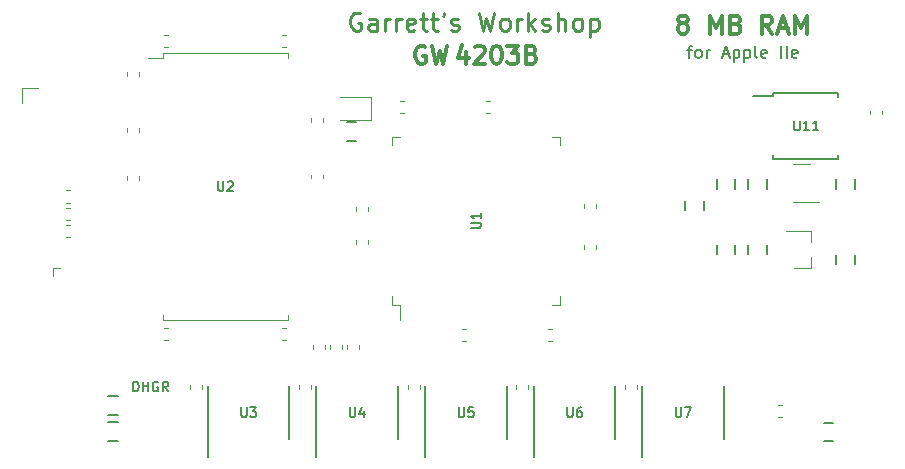
<source format=gto>
G04 #@! TF.GenerationSoftware,KiCad,Pcbnew,(5.1.10-1-10_14)*
G04 #@! TF.CreationDate,2021-06-01T03:38:36-04:00*
G04 #@! TF.ProjectId,RAM2E,52414d32-452e-46b6-9963-61645f706362,2.0*
G04 #@! TF.SameCoordinates,Original*
G04 #@! TF.FileFunction,Legend,Top*
G04 #@! TF.FilePolarity,Positive*
%FSLAX46Y46*%
G04 Gerber Fmt 4.6, Leading zero omitted, Abs format (unit mm)*
G04 Created by KiCad (PCBNEW (5.1.10-1-10_14)) date 2021-06-01 03:38:36*
%MOMM*%
%LPD*%
G01*
G04 APERTURE LIST*
%ADD10C,0.203200*%
%ADD11C,0.300000*%
%ADD12C,0.225000*%
%ADD13C,0.120000*%
%ADD14C,0.152400*%
%ADD15C,0.150000*%
%ADD16C,0.076200*%
%ADD17C,0.100000*%
%ADD18C,2.474900*%
%ADD19C,0.887400*%
%ADD20C,1.090600*%
%ADD21O,1.800000X1.800000*%
%ADD22C,2.000000*%
%ADD23C,2.100000*%
%ADD24C,1.448000*%
G04 APERTURE END LIST*
D10*
X211019571Y-122795695D02*
X211019571Y-121982895D01*
X211213095Y-121982895D01*
X211329209Y-122021600D01*
X211406619Y-122099009D01*
X211445323Y-122176419D01*
X211484028Y-122331238D01*
X211484028Y-122447352D01*
X211445323Y-122602171D01*
X211406619Y-122679580D01*
X211329209Y-122756990D01*
X211213095Y-122795695D01*
X211019571Y-122795695D01*
X211832371Y-122795695D02*
X211832371Y-121982895D01*
X211832371Y-122369942D02*
X212296828Y-122369942D01*
X212296828Y-122795695D02*
X212296828Y-121982895D01*
X213109628Y-122021600D02*
X213032219Y-121982895D01*
X212916104Y-121982895D01*
X212799990Y-122021600D01*
X212722580Y-122099009D01*
X212683876Y-122176419D01*
X212645171Y-122331238D01*
X212645171Y-122447352D01*
X212683876Y-122602171D01*
X212722580Y-122679580D01*
X212799990Y-122756990D01*
X212916104Y-122795695D01*
X212993514Y-122795695D01*
X213109628Y-122756990D01*
X213148333Y-122718285D01*
X213148333Y-122447352D01*
X212993514Y-122447352D01*
X213961133Y-122795695D02*
X213690200Y-122408647D01*
X213496676Y-122795695D02*
X213496676Y-121982895D01*
X213806314Y-121982895D01*
X213883723Y-122021600D01*
X213922428Y-122060304D01*
X213961133Y-122137714D01*
X213961133Y-122253828D01*
X213922428Y-122331238D01*
X213883723Y-122369942D01*
X213806314Y-122408647D01*
X213496676Y-122408647D01*
D11*
X239193000Y-94039571D02*
X239193000Y-95039571D01*
X238835857Y-93468142D02*
X238478714Y-94539571D01*
X239407285Y-94539571D01*
X239907285Y-93682428D02*
X239978714Y-93611000D01*
X240121571Y-93539571D01*
X240478714Y-93539571D01*
X240621571Y-93611000D01*
X240693000Y-93682428D01*
X240764428Y-93825285D01*
X240764428Y-93968142D01*
X240693000Y-94182428D01*
X239835857Y-95039571D01*
X240764428Y-95039571D01*
X241693000Y-93539571D02*
X241835857Y-93539571D01*
X241978714Y-93611000D01*
X242050142Y-93682428D01*
X242121571Y-93825285D01*
X242193000Y-94111000D01*
X242193000Y-94468142D01*
X242121571Y-94753857D01*
X242050142Y-94896714D01*
X241978714Y-94968142D01*
X241835857Y-95039571D01*
X241693000Y-95039571D01*
X241550142Y-94968142D01*
X241478714Y-94896714D01*
X241407285Y-94753857D01*
X241335857Y-94468142D01*
X241335857Y-94111000D01*
X241407285Y-93825285D01*
X241478714Y-93682428D01*
X241550142Y-93611000D01*
X241693000Y-93539571D01*
X242693000Y-93539571D02*
X243621571Y-93539571D01*
X243121571Y-94111000D01*
X243335857Y-94111000D01*
X243478714Y-94182428D01*
X243550142Y-94253857D01*
X243621571Y-94396714D01*
X243621571Y-94753857D01*
X243550142Y-94896714D01*
X243478714Y-94968142D01*
X243335857Y-95039571D01*
X242907285Y-95039571D01*
X242764428Y-94968142D01*
X242693000Y-94896714D01*
X244764428Y-94253857D02*
X244978714Y-94325285D01*
X245050142Y-94396714D01*
X245121571Y-94539571D01*
X245121571Y-94753857D01*
X245050142Y-94896714D01*
X244978714Y-94968142D01*
X244835857Y-95039571D01*
X244264428Y-95039571D01*
X244264428Y-93539571D01*
X244764428Y-93539571D01*
X244907285Y-93611000D01*
X244978714Y-93682428D01*
X245050142Y-93825285D01*
X245050142Y-93968142D01*
X244978714Y-94111000D01*
X244907285Y-94182428D01*
X244764428Y-94253857D01*
X244264428Y-94253857D01*
X257410857Y-91639571D02*
X257265714Y-91567000D01*
X257193142Y-91494428D01*
X257120571Y-91349285D01*
X257120571Y-91276714D01*
X257193142Y-91131571D01*
X257265714Y-91059000D01*
X257410857Y-90986428D01*
X257701142Y-90986428D01*
X257846285Y-91059000D01*
X257918857Y-91131571D01*
X257991428Y-91276714D01*
X257991428Y-91349285D01*
X257918857Y-91494428D01*
X257846285Y-91567000D01*
X257701142Y-91639571D01*
X257410857Y-91639571D01*
X257265714Y-91712142D01*
X257193142Y-91784714D01*
X257120571Y-91929857D01*
X257120571Y-92220142D01*
X257193142Y-92365285D01*
X257265714Y-92437857D01*
X257410857Y-92510428D01*
X257701142Y-92510428D01*
X257846285Y-92437857D01*
X257918857Y-92365285D01*
X257991428Y-92220142D01*
X257991428Y-91929857D01*
X257918857Y-91784714D01*
X257846285Y-91712142D01*
X257701142Y-91639571D01*
X259805714Y-92510428D02*
X259805714Y-90986428D01*
X260313714Y-92075000D01*
X260821714Y-90986428D01*
X260821714Y-92510428D01*
X262055428Y-91712142D02*
X262273142Y-91784714D01*
X262345714Y-91857285D01*
X262418285Y-92002428D01*
X262418285Y-92220142D01*
X262345714Y-92365285D01*
X262273142Y-92437857D01*
X262128000Y-92510428D01*
X261547428Y-92510428D01*
X261547428Y-90986428D01*
X262055428Y-90986428D01*
X262200571Y-91059000D01*
X262273142Y-91131571D01*
X262345714Y-91276714D01*
X262345714Y-91421857D01*
X262273142Y-91567000D01*
X262200571Y-91639571D01*
X262055428Y-91712142D01*
X261547428Y-91712142D01*
X265103428Y-92510428D02*
X264595428Y-91784714D01*
X264232571Y-92510428D02*
X264232571Y-90986428D01*
X264813142Y-90986428D01*
X264958285Y-91059000D01*
X265030857Y-91131571D01*
X265103428Y-91276714D01*
X265103428Y-91494428D01*
X265030857Y-91639571D01*
X264958285Y-91712142D01*
X264813142Y-91784714D01*
X264232571Y-91784714D01*
X265684000Y-92075000D02*
X266409714Y-92075000D01*
X265538857Y-92510428D02*
X266046857Y-90986428D01*
X266554857Y-92510428D01*
X267062857Y-92510428D02*
X267062857Y-90986428D01*
X267570857Y-92075000D01*
X268078857Y-90986428D01*
X268078857Y-92510428D01*
X235731571Y-93611000D02*
X235588714Y-93539571D01*
X235374428Y-93539571D01*
X235160142Y-93611000D01*
X235017285Y-93753857D01*
X234945857Y-93896714D01*
X234874428Y-94182428D01*
X234874428Y-94396714D01*
X234945857Y-94682428D01*
X235017285Y-94825285D01*
X235160142Y-94968142D01*
X235374428Y-95039571D01*
X235517285Y-95039571D01*
X235731571Y-94968142D01*
X235803000Y-94896714D01*
X235803000Y-94396714D01*
X235517285Y-94396714D01*
X236303000Y-93539571D02*
X236660142Y-95039571D01*
X236945857Y-93968142D01*
X237231571Y-95039571D01*
X237588714Y-93539571D01*
D10*
X257918857Y-93889285D02*
X258305904Y-93889285D01*
X258064000Y-94566619D02*
X258064000Y-93695761D01*
X258112380Y-93599000D01*
X258209142Y-93550619D01*
X258305904Y-93550619D01*
X258789714Y-94566619D02*
X258692952Y-94518238D01*
X258644571Y-94469857D01*
X258596190Y-94373095D01*
X258596190Y-94082809D01*
X258644571Y-93986047D01*
X258692952Y-93937666D01*
X258789714Y-93889285D01*
X258934857Y-93889285D01*
X259031619Y-93937666D01*
X259080000Y-93986047D01*
X259128380Y-94082809D01*
X259128380Y-94373095D01*
X259080000Y-94469857D01*
X259031619Y-94518238D01*
X258934857Y-94566619D01*
X258789714Y-94566619D01*
X259563809Y-94566619D02*
X259563809Y-93889285D01*
X259563809Y-94082809D02*
X259612190Y-93986047D01*
X259660571Y-93937666D01*
X259757333Y-93889285D01*
X259854095Y-93889285D01*
X260918476Y-94276333D02*
X261402285Y-94276333D01*
X260821714Y-94566619D02*
X261160380Y-93550619D01*
X261499047Y-94566619D01*
X261837714Y-93889285D02*
X261837714Y-94905285D01*
X261837714Y-93937666D02*
X261934476Y-93889285D01*
X262128000Y-93889285D01*
X262224761Y-93937666D01*
X262273142Y-93986047D01*
X262321523Y-94082809D01*
X262321523Y-94373095D01*
X262273142Y-94469857D01*
X262224761Y-94518238D01*
X262128000Y-94566619D01*
X261934476Y-94566619D01*
X261837714Y-94518238D01*
X262756952Y-93889285D02*
X262756952Y-94905285D01*
X262756952Y-93937666D02*
X262853714Y-93889285D01*
X263047238Y-93889285D01*
X263144000Y-93937666D01*
X263192380Y-93986047D01*
X263240761Y-94082809D01*
X263240761Y-94373095D01*
X263192380Y-94469857D01*
X263144000Y-94518238D01*
X263047238Y-94566619D01*
X262853714Y-94566619D01*
X262756952Y-94518238D01*
X263821333Y-94566619D02*
X263724571Y-94518238D01*
X263676190Y-94421476D01*
X263676190Y-93550619D01*
X264595428Y-94518238D02*
X264498666Y-94566619D01*
X264305142Y-94566619D01*
X264208380Y-94518238D01*
X264160000Y-94421476D01*
X264160000Y-94034428D01*
X264208380Y-93937666D01*
X264305142Y-93889285D01*
X264498666Y-93889285D01*
X264595428Y-93937666D01*
X264643809Y-94034428D01*
X264643809Y-94131190D01*
X264160000Y-94227952D01*
X265853333Y-94566619D02*
X265853333Y-93550619D01*
X266337142Y-94566619D02*
X266337142Y-93550619D01*
X267208000Y-94518238D02*
X267111238Y-94566619D01*
X266917714Y-94566619D01*
X266820952Y-94518238D01*
X266772571Y-94421476D01*
X266772571Y-94034428D01*
X266820952Y-93937666D01*
X266917714Y-93889285D01*
X267111238Y-93889285D01*
X267208000Y-93937666D01*
X267256380Y-94034428D01*
X267256380Y-94131190D01*
X266772571Y-94227952D01*
D12*
X230251000Y-90805000D02*
X230105857Y-90732428D01*
X229888142Y-90732428D01*
X229670428Y-90805000D01*
X229525285Y-90950142D01*
X229452714Y-91095285D01*
X229380142Y-91385571D01*
X229380142Y-91603285D01*
X229452714Y-91893571D01*
X229525285Y-92038714D01*
X229670428Y-92183857D01*
X229888142Y-92256428D01*
X230033285Y-92256428D01*
X230251000Y-92183857D01*
X230323571Y-92111285D01*
X230323571Y-91603285D01*
X230033285Y-91603285D01*
X231629857Y-92256428D02*
X231629857Y-91458142D01*
X231557285Y-91313000D01*
X231412142Y-91240428D01*
X231121857Y-91240428D01*
X230976714Y-91313000D01*
X231629857Y-92183857D02*
X231484714Y-92256428D01*
X231121857Y-92256428D01*
X230976714Y-92183857D01*
X230904142Y-92038714D01*
X230904142Y-91893571D01*
X230976714Y-91748428D01*
X231121857Y-91675857D01*
X231484714Y-91675857D01*
X231629857Y-91603285D01*
X232355571Y-92256428D02*
X232355571Y-91240428D01*
X232355571Y-91530714D02*
X232428142Y-91385571D01*
X232500714Y-91313000D01*
X232645857Y-91240428D01*
X232791000Y-91240428D01*
X233299000Y-92256428D02*
X233299000Y-91240428D01*
X233299000Y-91530714D02*
X233371571Y-91385571D01*
X233444142Y-91313000D01*
X233589285Y-91240428D01*
X233734428Y-91240428D01*
X234823000Y-92183857D02*
X234677857Y-92256428D01*
X234387571Y-92256428D01*
X234242428Y-92183857D01*
X234169857Y-92038714D01*
X234169857Y-91458142D01*
X234242428Y-91313000D01*
X234387571Y-91240428D01*
X234677857Y-91240428D01*
X234823000Y-91313000D01*
X234895571Y-91458142D01*
X234895571Y-91603285D01*
X234169857Y-91748428D01*
X235331000Y-91240428D02*
X235911571Y-91240428D01*
X235548714Y-90732428D02*
X235548714Y-92038714D01*
X235621285Y-92183857D01*
X235766428Y-92256428D01*
X235911571Y-92256428D01*
X236201857Y-91240428D02*
X236782428Y-91240428D01*
X236419571Y-90732428D02*
X236419571Y-92038714D01*
X236492142Y-92183857D01*
X236637285Y-92256428D01*
X236782428Y-92256428D01*
X237363000Y-90732428D02*
X237363000Y-90805000D01*
X237290428Y-90950142D01*
X237217857Y-91022714D01*
X237943571Y-92183857D02*
X238088714Y-92256428D01*
X238379000Y-92256428D01*
X238524142Y-92183857D01*
X238596714Y-92038714D01*
X238596714Y-91966142D01*
X238524142Y-91821000D01*
X238379000Y-91748428D01*
X238161285Y-91748428D01*
X238016142Y-91675857D01*
X237943571Y-91530714D01*
X237943571Y-91458142D01*
X238016142Y-91313000D01*
X238161285Y-91240428D01*
X238379000Y-91240428D01*
X238524142Y-91313000D01*
X240265857Y-90732428D02*
X240628714Y-92256428D01*
X240919000Y-91167857D01*
X241209285Y-92256428D01*
X241572142Y-90732428D01*
X242370428Y-92256428D02*
X242225285Y-92183857D01*
X242152714Y-92111285D01*
X242080142Y-91966142D01*
X242080142Y-91530714D01*
X242152714Y-91385571D01*
X242225285Y-91313000D01*
X242370428Y-91240428D01*
X242588142Y-91240428D01*
X242733285Y-91313000D01*
X242805857Y-91385571D01*
X242878428Y-91530714D01*
X242878428Y-91966142D01*
X242805857Y-92111285D01*
X242733285Y-92183857D01*
X242588142Y-92256428D01*
X242370428Y-92256428D01*
X243531571Y-92256428D02*
X243531571Y-91240428D01*
X243531571Y-91530714D02*
X243604142Y-91385571D01*
X243676714Y-91313000D01*
X243821857Y-91240428D01*
X243967000Y-91240428D01*
X244475000Y-92256428D02*
X244475000Y-90732428D01*
X244620142Y-91675857D02*
X245055571Y-92256428D01*
X245055571Y-91240428D02*
X244475000Y-91821000D01*
X245636142Y-92183857D02*
X245781285Y-92256428D01*
X246071571Y-92256428D01*
X246216714Y-92183857D01*
X246289285Y-92038714D01*
X246289285Y-91966142D01*
X246216714Y-91821000D01*
X246071571Y-91748428D01*
X245853857Y-91748428D01*
X245708714Y-91675857D01*
X245636142Y-91530714D01*
X245636142Y-91458142D01*
X245708714Y-91313000D01*
X245853857Y-91240428D01*
X246071571Y-91240428D01*
X246216714Y-91313000D01*
X246942428Y-92256428D02*
X246942428Y-90732428D01*
X247595571Y-92256428D02*
X247595571Y-91458142D01*
X247523000Y-91313000D01*
X247377857Y-91240428D01*
X247160142Y-91240428D01*
X247015000Y-91313000D01*
X246942428Y-91385571D01*
X248539000Y-92256428D02*
X248393857Y-92183857D01*
X248321285Y-92111285D01*
X248248714Y-91966142D01*
X248248714Y-91530714D01*
X248321285Y-91385571D01*
X248393857Y-91313000D01*
X248539000Y-91240428D01*
X248756714Y-91240428D01*
X248901857Y-91313000D01*
X248974428Y-91385571D01*
X249047000Y-91530714D01*
X249047000Y-91966142D01*
X248974428Y-92111285D01*
X248901857Y-92183857D01*
X248756714Y-92256428D01*
X248539000Y-92256428D01*
X249700142Y-91240428D02*
X249700142Y-92764428D01*
X249700142Y-91313000D02*
X249845285Y-91240428D01*
X250135571Y-91240428D01*
X250280714Y-91313000D01*
X250353285Y-91385571D01*
X250425857Y-91530714D01*
X250425857Y-91966142D01*
X250353285Y-92111285D01*
X250280714Y-92183857D01*
X250135571Y-92256428D01*
X249845285Y-92256428D01*
X249700142Y-92183857D01*
D13*
X228500000Y-99810000D02*
X231185000Y-99810000D01*
X231185000Y-99810000D02*
X231185000Y-97890000D01*
X231185000Y-97890000D02*
X228500000Y-97890000D01*
D14*
X229093600Y-100000000D02*
X229906400Y-100000000D01*
X229093600Y-101600000D02*
X229906400Y-101600000D01*
D13*
X204216000Y-112395000D02*
X204851000Y-112395000D01*
X204216000Y-113030000D02*
X204216000Y-112395000D01*
X235260000Y-122237221D02*
X235260000Y-122562779D01*
X234240000Y-122237221D02*
X234240000Y-122562779D01*
X266890000Y-103570000D02*
X268350000Y-103570000D01*
X266890000Y-106730000D02*
X269050000Y-106730000D01*
X247160000Y-101940000D02*
X247160000Y-101240000D01*
X247160000Y-101240000D02*
X246460000Y-101240000D01*
X247160000Y-114760000D02*
X247160000Y-115460000D01*
X247160000Y-115460000D02*
X246460000Y-115460000D01*
X232940000Y-101940000D02*
X232940000Y-101240000D01*
X232940000Y-101240000D02*
X233640000Y-101240000D01*
X232940000Y-114760000D02*
X232940000Y-115460000D01*
X232940000Y-115460000D02*
X233640000Y-115460000D01*
X233640000Y-115460000D02*
X233640000Y-116750000D01*
D14*
X257700000Y-107456400D02*
X257700000Y-106643600D01*
X259300000Y-107456400D02*
X259300000Y-106643600D01*
D13*
X201616000Y-98425000D02*
X201616000Y-97095000D01*
X201616000Y-97095000D02*
X202946000Y-97095000D01*
X265587221Y-123990000D02*
X265912779Y-123990000D01*
X265587221Y-125010000D02*
X265912779Y-125010000D01*
X229140000Y-118887221D02*
X229140000Y-119212779D01*
X230160000Y-118887221D02*
X230160000Y-119212779D01*
X223637221Y-118460000D02*
X223962779Y-118460000D01*
X223637221Y-117440000D02*
X223962779Y-117440000D01*
X213637221Y-92640000D02*
X213962779Y-92640000D01*
X213637221Y-93660000D02*
X213962779Y-93660000D01*
X268410000Y-112380000D02*
X266950000Y-112380000D01*
X268410000Y-109220000D02*
X266250000Y-109220000D01*
X268410000Y-109220000D02*
X268410000Y-110150000D01*
X268410000Y-112380000D02*
X268410000Y-111450000D01*
D15*
X233425000Y-126825000D02*
X233425000Y-122375000D01*
X226525000Y-128350000D02*
X226525000Y-122375000D01*
X224225000Y-126825000D02*
X224225000Y-122375000D01*
X217325000Y-128350000D02*
X217325000Y-122375000D01*
X261025000Y-126825000D02*
X261025000Y-122375000D01*
X254125000Y-128350000D02*
X254125000Y-122375000D01*
X251825000Y-126825000D02*
X251825000Y-122375000D01*
X244925000Y-128350000D02*
X244925000Y-122375000D01*
X242625000Y-126825000D02*
X242625000Y-122375000D01*
X235725000Y-128350000D02*
X235725000Y-122375000D01*
D14*
X208889600Y-123215500D02*
X209702400Y-123215500D01*
X208889600Y-124815500D02*
X209702400Y-124815500D01*
X208889600Y-125374500D02*
X209702400Y-125374500D01*
X208889600Y-126974500D02*
X209702400Y-126974500D01*
X270281400Y-127038000D02*
X269468600Y-127038000D01*
X270281400Y-125438000D02*
X269468600Y-125438000D01*
X272150000Y-111243600D02*
X272150000Y-112056400D01*
X270550000Y-111243600D02*
X270550000Y-112056400D01*
D13*
X253660000Y-122237221D02*
X253660000Y-122562779D01*
X252640000Y-122237221D02*
X252640000Y-122562779D01*
X216860000Y-122237221D02*
X216860000Y-122562779D01*
X215840000Y-122237221D02*
X215840000Y-122562779D01*
X213500000Y-116350000D02*
X213500000Y-116750000D01*
X224100000Y-116350000D02*
X224100000Y-116750000D01*
X224100000Y-94150000D02*
X224100000Y-94550000D01*
X213500000Y-116750000D02*
X224100000Y-116750000D01*
X213500000Y-94150000D02*
X224100000Y-94150000D01*
X213500000Y-94550000D02*
X213500000Y-94150000D01*
X212300000Y-94550000D02*
X213500000Y-94550000D01*
X223637221Y-92640000D02*
X223962779Y-92640000D01*
X223637221Y-93660000D02*
X223962779Y-93660000D01*
X226060000Y-122237221D02*
X226060000Y-122562779D01*
X225040000Y-122237221D02*
X225040000Y-122562779D01*
X244460000Y-122237221D02*
X244460000Y-122562779D01*
X243440000Y-122237221D02*
X243440000Y-122562779D01*
X227110000Y-99637221D02*
X227110000Y-99962779D01*
X226090000Y-99637221D02*
X226090000Y-99962779D01*
X210490000Y-104862779D02*
X210490000Y-104537221D01*
X211510000Y-104862779D02*
X211510000Y-104537221D01*
X210490000Y-96062779D02*
X210490000Y-95737221D01*
X211510000Y-96062779D02*
X211510000Y-95737221D01*
X210490000Y-100862779D02*
X210490000Y-100537221D01*
X211510000Y-100862779D02*
X211510000Y-100537221D01*
X227110000Y-104437221D02*
X227110000Y-104762779D01*
X226090000Y-104437221D02*
X226090000Y-104762779D01*
X213637221Y-117440000D02*
X213962779Y-117440000D01*
X213637221Y-118460000D02*
X213962779Y-118460000D01*
D14*
X262000000Y-111206400D02*
X262000000Y-110393600D01*
X260400000Y-111206400D02*
X260400000Y-110393600D01*
X264700000Y-111206400D02*
X264700000Y-110393600D01*
X263100000Y-111206400D02*
X263100000Y-110393600D01*
X263100000Y-105656400D02*
X263100000Y-104843600D01*
X264700000Y-105656400D02*
X264700000Y-104843600D01*
X262000000Y-105656400D02*
X262000000Y-104843600D01*
X260400000Y-105656400D02*
X260400000Y-104843600D01*
X272150000Y-105656400D02*
X272150000Y-104843600D01*
X270550000Y-105656400D02*
X270550000Y-104843600D01*
D13*
X233962779Y-98190000D02*
X233637221Y-98190000D01*
X233962779Y-99210000D02*
X233637221Y-99210000D01*
X230860000Y-107512779D02*
X230860000Y-107187221D01*
X229840000Y-107512779D02*
X229840000Y-107187221D01*
X238887221Y-118510000D02*
X239212779Y-118510000D01*
X238887221Y-117490000D02*
X239212779Y-117490000D01*
X246137221Y-118510000D02*
X246462779Y-118510000D01*
X246137221Y-117490000D02*
X246462779Y-117490000D01*
X230860000Y-109987221D02*
X230860000Y-110312779D01*
X229840000Y-109987221D02*
X229840000Y-110312779D01*
X250210000Y-106937221D02*
X250210000Y-107262779D01*
X249190000Y-106937221D02*
X249190000Y-107262779D01*
X241212779Y-99210000D02*
X240887221Y-99210000D01*
X241212779Y-98190000D02*
X240887221Y-98190000D01*
X250210000Y-110437221D02*
X250210000Y-110762779D01*
X249190000Y-110437221D02*
X249190000Y-110762779D01*
X273429000Y-99024221D02*
X273429000Y-99349779D01*
X274449000Y-99024221D02*
X274449000Y-99349779D01*
D15*
X265220000Y-97780000D02*
X263470000Y-97780000D01*
X265220000Y-103085000D02*
X270720000Y-103085000D01*
X265220000Y-97575000D02*
X270720000Y-97575000D01*
X265220000Y-103085000D02*
X265220000Y-102785000D01*
X270720000Y-103085000D02*
X270720000Y-102785000D01*
X270720000Y-97575000D02*
X270720000Y-97875000D01*
X265220000Y-97575000D02*
X265220000Y-97780000D01*
D13*
X227260000Y-118887221D02*
X227260000Y-119212779D01*
X226240000Y-118887221D02*
X226240000Y-119212779D01*
X227690000Y-118887221D02*
X227690000Y-119212779D01*
X228710000Y-118887221D02*
X228710000Y-119212779D01*
X205662779Y-105790000D02*
X205337221Y-105790000D01*
X205662779Y-106810000D02*
X205337221Y-106810000D01*
X205662779Y-108690000D02*
X205337221Y-108690000D01*
X205662779Y-109710000D02*
X205337221Y-109710000D01*
X205662779Y-108260000D02*
X205337221Y-108260000D01*
X205662779Y-107240000D02*
X205337221Y-107240000D01*
D10*
X239604895Y-108969276D02*
X240262876Y-108969276D01*
X240340285Y-108930571D01*
X240378990Y-108891866D01*
X240417695Y-108814457D01*
X240417695Y-108659638D01*
X240378990Y-108582228D01*
X240340285Y-108543523D01*
X240262876Y-108504819D01*
X239604895Y-108504819D01*
X240417695Y-107692019D02*
X240417695Y-108156476D01*
X240417695Y-107924247D02*
X239604895Y-107924247D01*
X239721009Y-108001657D01*
X239798419Y-108079066D01*
X239837123Y-108156476D01*
X229355723Y-124154895D02*
X229355723Y-124812876D01*
X229394428Y-124890285D01*
X229433133Y-124928990D01*
X229510542Y-124967695D01*
X229665361Y-124967695D01*
X229742771Y-124928990D01*
X229781476Y-124890285D01*
X229820180Y-124812876D01*
X229820180Y-124154895D01*
X230555571Y-124425828D02*
X230555571Y-124967695D01*
X230362047Y-124116190D02*
X230168523Y-124696761D01*
X230671685Y-124696761D01*
X220155723Y-124154895D02*
X220155723Y-124812876D01*
X220194428Y-124890285D01*
X220233133Y-124928990D01*
X220310542Y-124967695D01*
X220465361Y-124967695D01*
X220542771Y-124928990D01*
X220581476Y-124890285D01*
X220620180Y-124812876D01*
X220620180Y-124154895D01*
X220929819Y-124154895D02*
X221432980Y-124154895D01*
X221162047Y-124464533D01*
X221278161Y-124464533D01*
X221355571Y-124503238D01*
X221394276Y-124541942D01*
X221432980Y-124619352D01*
X221432980Y-124812876D01*
X221394276Y-124890285D01*
X221355571Y-124928990D01*
X221278161Y-124967695D01*
X221045933Y-124967695D01*
X220968523Y-124928990D01*
X220929819Y-124890285D01*
X256955723Y-124154895D02*
X256955723Y-124812876D01*
X256994428Y-124890285D01*
X257033133Y-124928990D01*
X257110542Y-124967695D01*
X257265361Y-124967695D01*
X257342771Y-124928990D01*
X257381476Y-124890285D01*
X257420180Y-124812876D01*
X257420180Y-124154895D01*
X257729819Y-124154895D02*
X258271685Y-124154895D01*
X257923342Y-124967695D01*
X247755723Y-124154895D02*
X247755723Y-124812876D01*
X247794428Y-124890285D01*
X247833133Y-124928990D01*
X247910542Y-124967695D01*
X248065361Y-124967695D01*
X248142771Y-124928990D01*
X248181476Y-124890285D01*
X248220180Y-124812876D01*
X248220180Y-124154895D01*
X248955571Y-124154895D02*
X248800752Y-124154895D01*
X248723342Y-124193600D01*
X248684638Y-124232304D01*
X248607228Y-124348419D01*
X248568523Y-124503238D01*
X248568523Y-124812876D01*
X248607228Y-124890285D01*
X248645933Y-124928990D01*
X248723342Y-124967695D01*
X248878161Y-124967695D01*
X248955571Y-124928990D01*
X248994276Y-124890285D01*
X249032980Y-124812876D01*
X249032980Y-124619352D01*
X248994276Y-124541942D01*
X248955571Y-124503238D01*
X248878161Y-124464533D01*
X248723342Y-124464533D01*
X248645933Y-124503238D01*
X248607228Y-124541942D01*
X248568523Y-124619352D01*
X238555723Y-124154895D02*
X238555723Y-124812876D01*
X238594428Y-124890285D01*
X238633133Y-124928990D01*
X238710542Y-124967695D01*
X238865361Y-124967695D01*
X238942771Y-124928990D01*
X238981476Y-124890285D01*
X239020180Y-124812876D01*
X239020180Y-124154895D01*
X239794276Y-124154895D02*
X239407228Y-124154895D01*
X239368523Y-124541942D01*
X239407228Y-124503238D01*
X239484638Y-124464533D01*
X239678161Y-124464533D01*
X239755571Y-124503238D01*
X239794276Y-124541942D01*
X239832980Y-124619352D01*
X239832980Y-124812876D01*
X239794276Y-124890285D01*
X239755571Y-124928990D01*
X239678161Y-124967695D01*
X239484638Y-124967695D01*
X239407228Y-124928990D01*
X239368523Y-124890285D01*
X218180723Y-105004895D02*
X218180723Y-105662876D01*
X218219428Y-105740285D01*
X218258133Y-105778990D01*
X218335542Y-105817695D01*
X218490361Y-105817695D01*
X218567771Y-105778990D01*
X218606476Y-105740285D01*
X218645180Y-105662876D01*
X218645180Y-105004895D01*
X218993523Y-105082304D02*
X219032228Y-105043600D01*
X219109638Y-105004895D01*
X219303161Y-105004895D01*
X219380571Y-105043600D01*
X219419276Y-105082304D01*
X219457980Y-105159714D01*
X219457980Y-105237123D01*
X219419276Y-105353238D01*
X218954819Y-105817695D01*
X219457980Y-105817695D01*
X266963676Y-99884895D02*
X266963676Y-100542876D01*
X267002380Y-100620285D01*
X267041085Y-100658990D01*
X267118495Y-100697695D01*
X267273314Y-100697695D01*
X267350723Y-100658990D01*
X267389428Y-100620285D01*
X267428133Y-100542876D01*
X267428133Y-99884895D01*
X268240933Y-100697695D02*
X267776476Y-100697695D01*
X268008704Y-100697695D02*
X268008704Y-99884895D01*
X267931295Y-100001009D01*
X267853885Y-100078419D01*
X267776476Y-100117123D01*
X269015028Y-100697695D02*
X268550571Y-100697695D01*
X268782800Y-100697695D02*
X268782800Y-99884895D01*
X268705390Y-100001009D01*
X268627980Y-100078419D01*
X268550571Y-100117123D01*
%LPC*%
D16*
G36*
X213360000Y-124460000D02*
G01*
X211582000Y-124460000D01*
X211582000Y-123571000D01*
X213360000Y-123571000D01*
X213360000Y-124460000D01*
G37*
X213360000Y-124460000D02*
X211582000Y-124460000D01*
X211582000Y-123571000D01*
X213360000Y-123571000D01*
X213360000Y-124460000D01*
D17*
G36*
X276860000Y-139446000D02*
G01*
X276352000Y-139954000D01*
X198628000Y-139954000D01*
X198120000Y-139446000D01*
X198120000Y-132080000D01*
X276860000Y-132080000D01*
X276860000Y-139446000D01*
G37*
G36*
G01*
X229100000Y-98368750D02*
X229100000Y-99331250D01*
G75*
G02*
X228831250Y-99600000I-268750J0D01*
G01*
X228293750Y-99600000D01*
G75*
G02*
X228025000Y-99331250I0J268750D01*
G01*
X228025000Y-98368750D01*
G75*
G02*
X228293750Y-98100000I268750J0D01*
G01*
X228831250Y-98100000D01*
G75*
G02*
X229100000Y-98368750I0J-268750D01*
G01*
G37*
G36*
G01*
X230975000Y-98368750D02*
X230975000Y-99331250D01*
G75*
G02*
X230706250Y-99600000I-268750J0D01*
G01*
X230168750Y-99600000D01*
G75*
G02*
X229900000Y-99331250I0J268750D01*
G01*
X229900000Y-98368750D01*
G75*
G02*
X230168750Y-98100000I268750J0D01*
G01*
X230706250Y-98100000D01*
G75*
G02*
X230975000Y-98368750I0J-268750D01*
G01*
G37*
G36*
G01*
X229975000Y-101312500D02*
X229975000Y-100287500D01*
G75*
G02*
X230212500Y-100050000I237500J0D01*
G01*
X230687500Y-100050000D01*
G75*
G02*
X230925000Y-100287500I0J-237500D01*
G01*
X230925000Y-101312500D01*
G75*
G02*
X230687500Y-101550000I-237500J0D01*
G01*
X230212500Y-101550000D01*
G75*
G02*
X229975000Y-101312500I0J237500D01*
G01*
G37*
G36*
G01*
X228075000Y-101312500D02*
X228075000Y-100287500D01*
G75*
G02*
X228312500Y-100050000I237500J0D01*
G01*
X228787500Y-100050000D01*
G75*
G02*
X229025000Y-100287500I0J-237500D01*
G01*
X229025000Y-101312500D01*
G75*
G02*
X228787500Y-101550000I-237500J0D01*
G01*
X228312500Y-101550000D01*
G75*
G02*
X228075000Y-101312500I0J237500D01*
G01*
G37*
D18*
X208026000Y-117475000D03*
X202946000Y-117475000D03*
X202946000Y-111760000D03*
X208026000Y-111760000D03*
D19*
X206121000Y-113030000D03*
X206121000Y-114300000D03*
X206121000Y-115570000D03*
X206121000Y-116840000D03*
X206121000Y-118110000D03*
X204851000Y-118110000D03*
X204851000Y-116840000D03*
X204851000Y-115570000D03*
X204851000Y-114300000D03*
X204851000Y-113030000D03*
D20*
X205486000Y-111760000D03*
X204470000Y-119380000D03*
X206502000Y-119380000D03*
G36*
G01*
X234462500Y-122675000D02*
X235037500Y-122675000D01*
G75*
G02*
X235275000Y-122912500I0J-237500D01*
G01*
X235275000Y-123387500D01*
G75*
G02*
X235037500Y-123625000I-237500J0D01*
G01*
X234462500Y-123625000D01*
G75*
G02*
X234225000Y-123387500I0J237500D01*
G01*
X234225000Y-122912500D01*
G75*
G02*
X234462500Y-122675000I237500J0D01*
G01*
G37*
G36*
G01*
X234462500Y-121175000D02*
X235037500Y-121175000D01*
G75*
G02*
X235275000Y-121412500I0J-237500D01*
G01*
X235275000Y-121887500D01*
G75*
G02*
X235037500Y-122125000I-237500J0D01*
G01*
X234462500Y-122125000D01*
G75*
G02*
X234225000Y-121887500I0J237500D01*
G01*
X234225000Y-121412500D01*
G75*
G02*
X234462500Y-121175000I237500J0D01*
G01*
G37*
G36*
G01*
X269425000Y-105912500D02*
X269425000Y-106287500D01*
G75*
G02*
X269237500Y-106475000I-187500J0D01*
G01*
X268162500Y-106475000D01*
G75*
G02*
X267975000Y-106287500I0J187500D01*
G01*
X267975000Y-105912500D01*
G75*
G02*
X268162500Y-105725000I187500J0D01*
G01*
X269237500Y-105725000D01*
G75*
G02*
X269425000Y-105912500I0J-187500D01*
G01*
G37*
G36*
G01*
X269425000Y-104012500D02*
X269425000Y-104387500D01*
G75*
G02*
X269237500Y-104575000I-187500J0D01*
G01*
X268162500Y-104575000D01*
G75*
G02*
X267975000Y-104387500I0J187500D01*
G01*
X267975000Y-104012500D01*
G75*
G02*
X268162500Y-103825000I187500J0D01*
G01*
X269237500Y-103825000D01*
G75*
G02*
X269425000Y-104012500I0J-187500D01*
G01*
G37*
G36*
G01*
X269425000Y-104962500D02*
X269425000Y-105337500D01*
G75*
G02*
X269237500Y-105525000I-187500J0D01*
G01*
X268162500Y-105525000D01*
G75*
G02*
X267975000Y-105337500I0J187500D01*
G01*
X267975000Y-104962500D01*
G75*
G02*
X268162500Y-104775000I187500J0D01*
G01*
X269237500Y-104775000D01*
G75*
G02*
X269425000Y-104962500I0J-187500D01*
G01*
G37*
G36*
G01*
X267325000Y-105912500D02*
X267325000Y-106287500D01*
G75*
G02*
X267137500Y-106475000I-187500J0D01*
G01*
X266062500Y-106475000D01*
G75*
G02*
X265875000Y-106287500I0J187500D01*
G01*
X265875000Y-105912500D01*
G75*
G02*
X266062500Y-105725000I187500J0D01*
G01*
X267137500Y-105725000D01*
G75*
G02*
X267325000Y-105912500I0J-187500D01*
G01*
G37*
G36*
G01*
X267325000Y-104012500D02*
X267325000Y-104387500D01*
G75*
G02*
X267137500Y-104575000I-187500J0D01*
G01*
X266062500Y-104575000D01*
G75*
G02*
X265875000Y-104387500I0J187500D01*
G01*
X265875000Y-104012500D01*
G75*
G02*
X266062500Y-103825000I187500J0D01*
G01*
X267137500Y-103825000D01*
G75*
G02*
X267325000Y-104012500I0J-187500D01*
G01*
G37*
G36*
G01*
X233062000Y-114524000D02*
X231713000Y-114524000D01*
G75*
G02*
X231626000Y-114437000I0J87000D01*
G01*
X231626000Y-114263000D01*
G75*
G02*
X231713000Y-114176000I87000J0D01*
G01*
X233062000Y-114176000D01*
G75*
G02*
X233149000Y-114263000I0J-87000D01*
G01*
X233149000Y-114437000D01*
G75*
G02*
X233062000Y-114524000I-87000J0D01*
G01*
G37*
G36*
G01*
X233062000Y-114024000D02*
X231713000Y-114024000D01*
G75*
G02*
X231626000Y-113937000I0J87000D01*
G01*
X231626000Y-113763000D01*
G75*
G02*
X231713000Y-113676000I87000J0D01*
G01*
X233062000Y-113676000D01*
G75*
G02*
X233149000Y-113763000I0J-87000D01*
G01*
X233149000Y-113937000D01*
G75*
G02*
X233062000Y-114024000I-87000J0D01*
G01*
G37*
G36*
G01*
X233062000Y-113524000D02*
X231713000Y-113524000D01*
G75*
G02*
X231626000Y-113437000I0J87000D01*
G01*
X231626000Y-113263000D01*
G75*
G02*
X231713000Y-113176000I87000J0D01*
G01*
X233062000Y-113176000D01*
G75*
G02*
X233149000Y-113263000I0J-87000D01*
G01*
X233149000Y-113437000D01*
G75*
G02*
X233062000Y-113524000I-87000J0D01*
G01*
G37*
G36*
G01*
X233062000Y-113024000D02*
X231713000Y-113024000D01*
G75*
G02*
X231626000Y-112937000I0J87000D01*
G01*
X231626000Y-112763000D01*
G75*
G02*
X231713000Y-112676000I87000J0D01*
G01*
X233062000Y-112676000D01*
G75*
G02*
X233149000Y-112763000I0J-87000D01*
G01*
X233149000Y-112937000D01*
G75*
G02*
X233062000Y-113024000I-87000J0D01*
G01*
G37*
G36*
G01*
X233062000Y-112524000D02*
X231713000Y-112524000D01*
G75*
G02*
X231626000Y-112437000I0J87000D01*
G01*
X231626000Y-112263000D01*
G75*
G02*
X231713000Y-112176000I87000J0D01*
G01*
X233062000Y-112176000D01*
G75*
G02*
X233149000Y-112263000I0J-87000D01*
G01*
X233149000Y-112437000D01*
G75*
G02*
X233062000Y-112524000I-87000J0D01*
G01*
G37*
G36*
G01*
X233062000Y-112024000D02*
X231713000Y-112024000D01*
G75*
G02*
X231626000Y-111937000I0J87000D01*
G01*
X231626000Y-111763000D01*
G75*
G02*
X231713000Y-111676000I87000J0D01*
G01*
X233062000Y-111676000D01*
G75*
G02*
X233149000Y-111763000I0J-87000D01*
G01*
X233149000Y-111937000D01*
G75*
G02*
X233062000Y-112024000I-87000J0D01*
G01*
G37*
G36*
G01*
X233062000Y-111524000D02*
X231713000Y-111524000D01*
G75*
G02*
X231626000Y-111437000I0J87000D01*
G01*
X231626000Y-111263000D01*
G75*
G02*
X231713000Y-111176000I87000J0D01*
G01*
X233062000Y-111176000D01*
G75*
G02*
X233149000Y-111263000I0J-87000D01*
G01*
X233149000Y-111437000D01*
G75*
G02*
X233062000Y-111524000I-87000J0D01*
G01*
G37*
G36*
G01*
X233062000Y-111024000D02*
X231713000Y-111024000D01*
G75*
G02*
X231626000Y-110937000I0J87000D01*
G01*
X231626000Y-110763000D01*
G75*
G02*
X231713000Y-110676000I87000J0D01*
G01*
X233062000Y-110676000D01*
G75*
G02*
X233149000Y-110763000I0J-87000D01*
G01*
X233149000Y-110937000D01*
G75*
G02*
X233062000Y-111024000I-87000J0D01*
G01*
G37*
G36*
G01*
X233062000Y-110524000D02*
X231713000Y-110524000D01*
G75*
G02*
X231626000Y-110437000I0J87000D01*
G01*
X231626000Y-110263000D01*
G75*
G02*
X231713000Y-110176000I87000J0D01*
G01*
X233062000Y-110176000D01*
G75*
G02*
X233149000Y-110263000I0J-87000D01*
G01*
X233149000Y-110437000D01*
G75*
G02*
X233062000Y-110524000I-87000J0D01*
G01*
G37*
G36*
G01*
X233062000Y-110024000D02*
X231713000Y-110024000D01*
G75*
G02*
X231626000Y-109937000I0J87000D01*
G01*
X231626000Y-109763000D01*
G75*
G02*
X231713000Y-109676000I87000J0D01*
G01*
X233062000Y-109676000D01*
G75*
G02*
X233149000Y-109763000I0J-87000D01*
G01*
X233149000Y-109937000D01*
G75*
G02*
X233062000Y-110024000I-87000J0D01*
G01*
G37*
G36*
G01*
X233062000Y-109524000D02*
X231713000Y-109524000D01*
G75*
G02*
X231626000Y-109437000I0J87000D01*
G01*
X231626000Y-109263000D01*
G75*
G02*
X231713000Y-109176000I87000J0D01*
G01*
X233062000Y-109176000D01*
G75*
G02*
X233149000Y-109263000I0J-87000D01*
G01*
X233149000Y-109437000D01*
G75*
G02*
X233062000Y-109524000I-87000J0D01*
G01*
G37*
G36*
G01*
X233062000Y-109024000D02*
X231713000Y-109024000D01*
G75*
G02*
X231626000Y-108937000I0J87000D01*
G01*
X231626000Y-108763000D01*
G75*
G02*
X231713000Y-108676000I87000J0D01*
G01*
X233062000Y-108676000D01*
G75*
G02*
X233149000Y-108763000I0J-87000D01*
G01*
X233149000Y-108937000D01*
G75*
G02*
X233062000Y-109024000I-87000J0D01*
G01*
G37*
G36*
G01*
X233062000Y-108524000D02*
X231713000Y-108524000D01*
G75*
G02*
X231626000Y-108437000I0J87000D01*
G01*
X231626000Y-108263000D01*
G75*
G02*
X231713000Y-108176000I87000J0D01*
G01*
X233062000Y-108176000D01*
G75*
G02*
X233149000Y-108263000I0J-87000D01*
G01*
X233149000Y-108437000D01*
G75*
G02*
X233062000Y-108524000I-87000J0D01*
G01*
G37*
G36*
G01*
X233062000Y-108024000D02*
X231713000Y-108024000D01*
G75*
G02*
X231626000Y-107937000I0J87000D01*
G01*
X231626000Y-107763000D01*
G75*
G02*
X231713000Y-107676000I87000J0D01*
G01*
X233062000Y-107676000D01*
G75*
G02*
X233149000Y-107763000I0J-87000D01*
G01*
X233149000Y-107937000D01*
G75*
G02*
X233062000Y-108024000I-87000J0D01*
G01*
G37*
G36*
G01*
X233062000Y-107524000D02*
X231713000Y-107524000D01*
G75*
G02*
X231626000Y-107437000I0J87000D01*
G01*
X231626000Y-107263000D01*
G75*
G02*
X231713000Y-107176000I87000J0D01*
G01*
X233062000Y-107176000D01*
G75*
G02*
X233149000Y-107263000I0J-87000D01*
G01*
X233149000Y-107437000D01*
G75*
G02*
X233062000Y-107524000I-87000J0D01*
G01*
G37*
G36*
G01*
X233062000Y-107024000D02*
X231713000Y-107024000D01*
G75*
G02*
X231626000Y-106937000I0J87000D01*
G01*
X231626000Y-106763000D01*
G75*
G02*
X231713000Y-106676000I87000J0D01*
G01*
X233062000Y-106676000D01*
G75*
G02*
X233149000Y-106763000I0J-87000D01*
G01*
X233149000Y-106937000D01*
G75*
G02*
X233062000Y-107024000I-87000J0D01*
G01*
G37*
G36*
G01*
X233062000Y-106524000D02*
X231713000Y-106524000D01*
G75*
G02*
X231626000Y-106437000I0J87000D01*
G01*
X231626000Y-106263000D01*
G75*
G02*
X231713000Y-106176000I87000J0D01*
G01*
X233062000Y-106176000D01*
G75*
G02*
X233149000Y-106263000I0J-87000D01*
G01*
X233149000Y-106437000D01*
G75*
G02*
X233062000Y-106524000I-87000J0D01*
G01*
G37*
G36*
G01*
X233062000Y-106024000D02*
X231713000Y-106024000D01*
G75*
G02*
X231626000Y-105937000I0J87000D01*
G01*
X231626000Y-105763000D01*
G75*
G02*
X231713000Y-105676000I87000J0D01*
G01*
X233062000Y-105676000D01*
G75*
G02*
X233149000Y-105763000I0J-87000D01*
G01*
X233149000Y-105937000D01*
G75*
G02*
X233062000Y-106024000I-87000J0D01*
G01*
G37*
G36*
G01*
X233062000Y-105524000D02*
X231713000Y-105524000D01*
G75*
G02*
X231626000Y-105437000I0J87000D01*
G01*
X231626000Y-105263000D01*
G75*
G02*
X231713000Y-105176000I87000J0D01*
G01*
X233062000Y-105176000D01*
G75*
G02*
X233149000Y-105263000I0J-87000D01*
G01*
X233149000Y-105437000D01*
G75*
G02*
X233062000Y-105524000I-87000J0D01*
G01*
G37*
G36*
G01*
X233062000Y-105024000D02*
X231713000Y-105024000D01*
G75*
G02*
X231626000Y-104937000I0J87000D01*
G01*
X231626000Y-104763000D01*
G75*
G02*
X231713000Y-104676000I87000J0D01*
G01*
X233062000Y-104676000D01*
G75*
G02*
X233149000Y-104763000I0J-87000D01*
G01*
X233149000Y-104937000D01*
G75*
G02*
X233062000Y-105024000I-87000J0D01*
G01*
G37*
G36*
G01*
X233062000Y-104524000D02*
X231713000Y-104524000D01*
G75*
G02*
X231626000Y-104437000I0J87000D01*
G01*
X231626000Y-104263000D01*
G75*
G02*
X231713000Y-104176000I87000J0D01*
G01*
X233062000Y-104176000D01*
G75*
G02*
X233149000Y-104263000I0J-87000D01*
G01*
X233149000Y-104437000D01*
G75*
G02*
X233062000Y-104524000I-87000J0D01*
G01*
G37*
G36*
G01*
X233062000Y-104024000D02*
X231713000Y-104024000D01*
G75*
G02*
X231626000Y-103937000I0J87000D01*
G01*
X231626000Y-103763000D01*
G75*
G02*
X231713000Y-103676000I87000J0D01*
G01*
X233062000Y-103676000D01*
G75*
G02*
X233149000Y-103763000I0J-87000D01*
G01*
X233149000Y-103937000D01*
G75*
G02*
X233062000Y-104024000I-87000J0D01*
G01*
G37*
G36*
G01*
X233062000Y-103524000D02*
X231713000Y-103524000D01*
G75*
G02*
X231626000Y-103437000I0J87000D01*
G01*
X231626000Y-103263000D01*
G75*
G02*
X231713000Y-103176000I87000J0D01*
G01*
X233062000Y-103176000D01*
G75*
G02*
X233149000Y-103263000I0J-87000D01*
G01*
X233149000Y-103437000D01*
G75*
G02*
X233062000Y-103524000I-87000J0D01*
G01*
G37*
G36*
G01*
X233062000Y-103024000D02*
X231713000Y-103024000D01*
G75*
G02*
X231626000Y-102937000I0J87000D01*
G01*
X231626000Y-102763000D01*
G75*
G02*
X231713000Y-102676000I87000J0D01*
G01*
X233062000Y-102676000D01*
G75*
G02*
X233149000Y-102763000I0J-87000D01*
G01*
X233149000Y-102937000D01*
G75*
G02*
X233062000Y-103024000I-87000J0D01*
G01*
G37*
G36*
G01*
X233062000Y-102524000D02*
X231713000Y-102524000D01*
G75*
G02*
X231626000Y-102437000I0J87000D01*
G01*
X231626000Y-102263000D01*
G75*
G02*
X231713000Y-102176000I87000J0D01*
G01*
X233062000Y-102176000D01*
G75*
G02*
X233149000Y-102263000I0J-87000D01*
G01*
X233149000Y-102437000D01*
G75*
G02*
X233062000Y-102524000I-87000J0D01*
G01*
G37*
G36*
G01*
X234137000Y-101449000D02*
X233963000Y-101449000D01*
G75*
G02*
X233876000Y-101362000I0J87000D01*
G01*
X233876000Y-100013000D01*
G75*
G02*
X233963000Y-99926000I87000J0D01*
G01*
X234137000Y-99926000D01*
G75*
G02*
X234224000Y-100013000I0J-87000D01*
G01*
X234224000Y-101362000D01*
G75*
G02*
X234137000Y-101449000I-87000J0D01*
G01*
G37*
G36*
G01*
X234637000Y-101449000D02*
X234463000Y-101449000D01*
G75*
G02*
X234376000Y-101362000I0J87000D01*
G01*
X234376000Y-100013000D01*
G75*
G02*
X234463000Y-99926000I87000J0D01*
G01*
X234637000Y-99926000D01*
G75*
G02*
X234724000Y-100013000I0J-87000D01*
G01*
X234724000Y-101362000D01*
G75*
G02*
X234637000Y-101449000I-87000J0D01*
G01*
G37*
G36*
G01*
X235137000Y-101449000D02*
X234963000Y-101449000D01*
G75*
G02*
X234876000Y-101362000I0J87000D01*
G01*
X234876000Y-100013000D01*
G75*
G02*
X234963000Y-99926000I87000J0D01*
G01*
X235137000Y-99926000D01*
G75*
G02*
X235224000Y-100013000I0J-87000D01*
G01*
X235224000Y-101362000D01*
G75*
G02*
X235137000Y-101449000I-87000J0D01*
G01*
G37*
G36*
G01*
X235637000Y-101449000D02*
X235463000Y-101449000D01*
G75*
G02*
X235376000Y-101362000I0J87000D01*
G01*
X235376000Y-100013000D01*
G75*
G02*
X235463000Y-99926000I87000J0D01*
G01*
X235637000Y-99926000D01*
G75*
G02*
X235724000Y-100013000I0J-87000D01*
G01*
X235724000Y-101362000D01*
G75*
G02*
X235637000Y-101449000I-87000J0D01*
G01*
G37*
G36*
G01*
X236137000Y-101449000D02*
X235963000Y-101449000D01*
G75*
G02*
X235876000Y-101362000I0J87000D01*
G01*
X235876000Y-100013000D01*
G75*
G02*
X235963000Y-99926000I87000J0D01*
G01*
X236137000Y-99926000D01*
G75*
G02*
X236224000Y-100013000I0J-87000D01*
G01*
X236224000Y-101362000D01*
G75*
G02*
X236137000Y-101449000I-87000J0D01*
G01*
G37*
G36*
G01*
X236637000Y-101449000D02*
X236463000Y-101449000D01*
G75*
G02*
X236376000Y-101362000I0J87000D01*
G01*
X236376000Y-100013000D01*
G75*
G02*
X236463000Y-99926000I87000J0D01*
G01*
X236637000Y-99926000D01*
G75*
G02*
X236724000Y-100013000I0J-87000D01*
G01*
X236724000Y-101362000D01*
G75*
G02*
X236637000Y-101449000I-87000J0D01*
G01*
G37*
G36*
G01*
X237137000Y-101449000D02*
X236963000Y-101449000D01*
G75*
G02*
X236876000Y-101362000I0J87000D01*
G01*
X236876000Y-100013000D01*
G75*
G02*
X236963000Y-99926000I87000J0D01*
G01*
X237137000Y-99926000D01*
G75*
G02*
X237224000Y-100013000I0J-87000D01*
G01*
X237224000Y-101362000D01*
G75*
G02*
X237137000Y-101449000I-87000J0D01*
G01*
G37*
G36*
G01*
X237637000Y-101449000D02*
X237463000Y-101449000D01*
G75*
G02*
X237376000Y-101362000I0J87000D01*
G01*
X237376000Y-100013000D01*
G75*
G02*
X237463000Y-99926000I87000J0D01*
G01*
X237637000Y-99926000D01*
G75*
G02*
X237724000Y-100013000I0J-87000D01*
G01*
X237724000Y-101362000D01*
G75*
G02*
X237637000Y-101449000I-87000J0D01*
G01*
G37*
G36*
G01*
X238137000Y-101449000D02*
X237963000Y-101449000D01*
G75*
G02*
X237876000Y-101362000I0J87000D01*
G01*
X237876000Y-100013000D01*
G75*
G02*
X237963000Y-99926000I87000J0D01*
G01*
X238137000Y-99926000D01*
G75*
G02*
X238224000Y-100013000I0J-87000D01*
G01*
X238224000Y-101362000D01*
G75*
G02*
X238137000Y-101449000I-87000J0D01*
G01*
G37*
G36*
G01*
X238637000Y-101449000D02*
X238463000Y-101449000D01*
G75*
G02*
X238376000Y-101362000I0J87000D01*
G01*
X238376000Y-100013000D01*
G75*
G02*
X238463000Y-99926000I87000J0D01*
G01*
X238637000Y-99926000D01*
G75*
G02*
X238724000Y-100013000I0J-87000D01*
G01*
X238724000Y-101362000D01*
G75*
G02*
X238637000Y-101449000I-87000J0D01*
G01*
G37*
G36*
G01*
X239137000Y-101449000D02*
X238963000Y-101449000D01*
G75*
G02*
X238876000Y-101362000I0J87000D01*
G01*
X238876000Y-100013000D01*
G75*
G02*
X238963000Y-99926000I87000J0D01*
G01*
X239137000Y-99926000D01*
G75*
G02*
X239224000Y-100013000I0J-87000D01*
G01*
X239224000Y-101362000D01*
G75*
G02*
X239137000Y-101449000I-87000J0D01*
G01*
G37*
G36*
G01*
X239637000Y-101449000D02*
X239463000Y-101449000D01*
G75*
G02*
X239376000Y-101362000I0J87000D01*
G01*
X239376000Y-100013000D01*
G75*
G02*
X239463000Y-99926000I87000J0D01*
G01*
X239637000Y-99926000D01*
G75*
G02*
X239724000Y-100013000I0J-87000D01*
G01*
X239724000Y-101362000D01*
G75*
G02*
X239637000Y-101449000I-87000J0D01*
G01*
G37*
G36*
G01*
X240137000Y-101449000D02*
X239963000Y-101449000D01*
G75*
G02*
X239876000Y-101362000I0J87000D01*
G01*
X239876000Y-100013000D01*
G75*
G02*
X239963000Y-99926000I87000J0D01*
G01*
X240137000Y-99926000D01*
G75*
G02*
X240224000Y-100013000I0J-87000D01*
G01*
X240224000Y-101362000D01*
G75*
G02*
X240137000Y-101449000I-87000J0D01*
G01*
G37*
G36*
G01*
X240637000Y-101449000D02*
X240463000Y-101449000D01*
G75*
G02*
X240376000Y-101362000I0J87000D01*
G01*
X240376000Y-100013000D01*
G75*
G02*
X240463000Y-99926000I87000J0D01*
G01*
X240637000Y-99926000D01*
G75*
G02*
X240724000Y-100013000I0J-87000D01*
G01*
X240724000Y-101362000D01*
G75*
G02*
X240637000Y-101449000I-87000J0D01*
G01*
G37*
G36*
G01*
X241137000Y-101449000D02*
X240963000Y-101449000D01*
G75*
G02*
X240876000Y-101362000I0J87000D01*
G01*
X240876000Y-100013000D01*
G75*
G02*
X240963000Y-99926000I87000J0D01*
G01*
X241137000Y-99926000D01*
G75*
G02*
X241224000Y-100013000I0J-87000D01*
G01*
X241224000Y-101362000D01*
G75*
G02*
X241137000Y-101449000I-87000J0D01*
G01*
G37*
G36*
G01*
X241637000Y-101449000D02*
X241463000Y-101449000D01*
G75*
G02*
X241376000Y-101362000I0J87000D01*
G01*
X241376000Y-100013000D01*
G75*
G02*
X241463000Y-99926000I87000J0D01*
G01*
X241637000Y-99926000D01*
G75*
G02*
X241724000Y-100013000I0J-87000D01*
G01*
X241724000Y-101362000D01*
G75*
G02*
X241637000Y-101449000I-87000J0D01*
G01*
G37*
G36*
G01*
X242137000Y-101449000D02*
X241963000Y-101449000D01*
G75*
G02*
X241876000Y-101362000I0J87000D01*
G01*
X241876000Y-100013000D01*
G75*
G02*
X241963000Y-99926000I87000J0D01*
G01*
X242137000Y-99926000D01*
G75*
G02*
X242224000Y-100013000I0J-87000D01*
G01*
X242224000Y-101362000D01*
G75*
G02*
X242137000Y-101449000I-87000J0D01*
G01*
G37*
G36*
G01*
X242637000Y-101449000D02*
X242463000Y-101449000D01*
G75*
G02*
X242376000Y-101362000I0J87000D01*
G01*
X242376000Y-100013000D01*
G75*
G02*
X242463000Y-99926000I87000J0D01*
G01*
X242637000Y-99926000D01*
G75*
G02*
X242724000Y-100013000I0J-87000D01*
G01*
X242724000Y-101362000D01*
G75*
G02*
X242637000Y-101449000I-87000J0D01*
G01*
G37*
G36*
G01*
X243137000Y-101449000D02*
X242963000Y-101449000D01*
G75*
G02*
X242876000Y-101362000I0J87000D01*
G01*
X242876000Y-100013000D01*
G75*
G02*
X242963000Y-99926000I87000J0D01*
G01*
X243137000Y-99926000D01*
G75*
G02*
X243224000Y-100013000I0J-87000D01*
G01*
X243224000Y-101362000D01*
G75*
G02*
X243137000Y-101449000I-87000J0D01*
G01*
G37*
G36*
G01*
X243637000Y-101449000D02*
X243463000Y-101449000D01*
G75*
G02*
X243376000Y-101362000I0J87000D01*
G01*
X243376000Y-100013000D01*
G75*
G02*
X243463000Y-99926000I87000J0D01*
G01*
X243637000Y-99926000D01*
G75*
G02*
X243724000Y-100013000I0J-87000D01*
G01*
X243724000Y-101362000D01*
G75*
G02*
X243637000Y-101449000I-87000J0D01*
G01*
G37*
G36*
G01*
X244137000Y-101449000D02*
X243963000Y-101449000D01*
G75*
G02*
X243876000Y-101362000I0J87000D01*
G01*
X243876000Y-100013000D01*
G75*
G02*
X243963000Y-99926000I87000J0D01*
G01*
X244137000Y-99926000D01*
G75*
G02*
X244224000Y-100013000I0J-87000D01*
G01*
X244224000Y-101362000D01*
G75*
G02*
X244137000Y-101449000I-87000J0D01*
G01*
G37*
G36*
G01*
X244637000Y-101449000D02*
X244463000Y-101449000D01*
G75*
G02*
X244376000Y-101362000I0J87000D01*
G01*
X244376000Y-100013000D01*
G75*
G02*
X244463000Y-99926000I87000J0D01*
G01*
X244637000Y-99926000D01*
G75*
G02*
X244724000Y-100013000I0J-87000D01*
G01*
X244724000Y-101362000D01*
G75*
G02*
X244637000Y-101449000I-87000J0D01*
G01*
G37*
G36*
G01*
X245137000Y-101449000D02*
X244963000Y-101449000D01*
G75*
G02*
X244876000Y-101362000I0J87000D01*
G01*
X244876000Y-100013000D01*
G75*
G02*
X244963000Y-99926000I87000J0D01*
G01*
X245137000Y-99926000D01*
G75*
G02*
X245224000Y-100013000I0J-87000D01*
G01*
X245224000Y-101362000D01*
G75*
G02*
X245137000Y-101449000I-87000J0D01*
G01*
G37*
G36*
G01*
X245637000Y-101449000D02*
X245463000Y-101449000D01*
G75*
G02*
X245376000Y-101362000I0J87000D01*
G01*
X245376000Y-100013000D01*
G75*
G02*
X245463000Y-99926000I87000J0D01*
G01*
X245637000Y-99926000D01*
G75*
G02*
X245724000Y-100013000I0J-87000D01*
G01*
X245724000Y-101362000D01*
G75*
G02*
X245637000Y-101449000I-87000J0D01*
G01*
G37*
G36*
G01*
X246137000Y-101449000D02*
X245963000Y-101449000D01*
G75*
G02*
X245876000Y-101362000I0J87000D01*
G01*
X245876000Y-100013000D01*
G75*
G02*
X245963000Y-99926000I87000J0D01*
G01*
X246137000Y-99926000D01*
G75*
G02*
X246224000Y-100013000I0J-87000D01*
G01*
X246224000Y-101362000D01*
G75*
G02*
X246137000Y-101449000I-87000J0D01*
G01*
G37*
G36*
G01*
X248387000Y-102524000D02*
X247038000Y-102524000D01*
G75*
G02*
X246951000Y-102437000I0J87000D01*
G01*
X246951000Y-102263000D01*
G75*
G02*
X247038000Y-102176000I87000J0D01*
G01*
X248387000Y-102176000D01*
G75*
G02*
X248474000Y-102263000I0J-87000D01*
G01*
X248474000Y-102437000D01*
G75*
G02*
X248387000Y-102524000I-87000J0D01*
G01*
G37*
G36*
G01*
X248387000Y-103024000D02*
X247038000Y-103024000D01*
G75*
G02*
X246951000Y-102937000I0J87000D01*
G01*
X246951000Y-102763000D01*
G75*
G02*
X247038000Y-102676000I87000J0D01*
G01*
X248387000Y-102676000D01*
G75*
G02*
X248474000Y-102763000I0J-87000D01*
G01*
X248474000Y-102937000D01*
G75*
G02*
X248387000Y-103024000I-87000J0D01*
G01*
G37*
G36*
G01*
X248387000Y-103524000D02*
X247038000Y-103524000D01*
G75*
G02*
X246951000Y-103437000I0J87000D01*
G01*
X246951000Y-103263000D01*
G75*
G02*
X247038000Y-103176000I87000J0D01*
G01*
X248387000Y-103176000D01*
G75*
G02*
X248474000Y-103263000I0J-87000D01*
G01*
X248474000Y-103437000D01*
G75*
G02*
X248387000Y-103524000I-87000J0D01*
G01*
G37*
G36*
G01*
X248387000Y-104024000D02*
X247038000Y-104024000D01*
G75*
G02*
X246951000Y-103937000I0J87000D01*
G01*
X246951000Y-103763000D01*
G75*
G02*
X247038000Y-103676000I87000J0D01*
G01*
X248387000Y-103676000D01*
G75*
G02*
X248474000Y-103763000I0J-87000D01*
G01*
X248474000Y-103937000D01*
G75*
G02*
X248387000Y-104024000I-87000J0D01*
G01*
G37*
G36*
G01*
X248387000Y-104524000D02*
X247038000Y-104524000D01*
G75*
G02*
X246951000Y-104437000I0J87000D01*
G01*
X246951000Y-104263000D01*
G75*
G02*
X247038000Y-104176000I87000J0D01*
G01*
X248387000Y-104176000D01*
G75*
G02*
X248474000Y-104263000I0J-87000D01*
G01*
X248474000Y-104437000D01*
G75*
G02*
X248387000Y-104524000I-87000J0D01*
G01*
G37*
G36*
G01*
X248387000Y-105024000D02*
X247038000Y-105024000D01*
G75*
G02*
X246951000Y-104937000I0J87000D01*
G01*
X246951000Y-104763000D01*
G75*
G02*
X247038000Y-104676000I87000J0D01*
G01*
X248387000Y-104676000D01*
G75*
G02*
X248474000Y-104763000I0J-87000D01*
G01*
X248474000Y-104937000D01*
G75*
G02*
X248387000Y-105024000I-87000J0D01*
G01*
G37*
G36*
G01*
X248387000Y-105524000D02*
X247038000Y-105524000D01*
G75*
G02*
X246951000Y-105437000I0J87000D01*
G01*
X246951000Y-105263000D01*
G75*
G02*
X247038000Y-105176000I87000J0D01*
G01*
X248387000Y-105176000D01*
G75*
G02*
X248474000Y-105263000I0J-87000D01*
G01*
X248474000Y-105437000D01*
G75*
G02*
X248387000Y-105524000I-87000J0D01*
G01*
G37*
G36*
G01*
X248387000Y-106024000D02*
X247038000Y-106024000D01*
G75*
G02*
X246951000Y-105937000I0J87000D01*
G01*
X246951000Y-105763000D01*
G75*
G02*
X247038000Y-105676000I87000J0D01*
G01*
X248387000Y-105676000D01*
G75*
G02*
X248474000Y-105763000I0J-87000D01*
G01*
X248474000Y-105937000D01*
G75*
G02*
X248387000Y-106024000I-87000J0D01*
G01*
G37*
G36*
G01*
X248387000Y-106524000D02*
X247038000Y-106524000D01*
G75*
G02*
X246951000Y-106437000I0J87000D01*
G01*
X246951000Y-106263000D01*
G75*
G02*
X247038000Y-106176000I87000J0D01*
G01*
X248387000Y-106176000D01*
G75*
G02*
X248474000Y-106263000I0J-87000D01*
G01*
X248474000Y-106437000D01*
G75*
G02*
X248387000Y-106524000I-87000J0D01*
G01*
G37*
G36*
G01*
X248387000Y-107024000D02*
X247038000Y-107024000D01*
G75*
G02*
X246951000Y-106937000I0J87000D01*
G01*
X246951000Y-106763000D01*
G75*
G02*
X247038000Y-106676000I87000J0D01*
G01*
X248387000Y-106676000D01*
G75*
G02*
X248474000Y-106763000I0J-87000D01*
G01*
X248474000Y-106937000D01*
G75*
G02*
X248387000Y-107024000I-87000J0D01*
G01*
G37*
G36*
G01*
X248387000Y-107524000D02*
X247038000Y-107524000D01*
G75*
G02*
X246951000Y-107437000I0J87000D01*
G01*
X246951000Y-107263000D01*
G75*
G02*
X247038000Y-107176000I87000J0D01*
G01*
X248387000Y-107176000D01*
G75*
G02*
X248474000Y-107263000I0J-87000D01*
G01*
X248474000Y-107437000D01*
G75*
G02*
X248387000Y-107524000I-87000J0D01*
G01*
G37*
G36*
G01*
X248387000Y-108024000D02*
X247038000Y-108024000D01*
G75*
G02*
X246951000Y-107937000I0J87000D01*
G01*
X246951000Y-107763000D01*
G75*
G02*
X247038000Y-107676000I87000J0D01*
G01*
X248387000Y-107676000D01*
G75*
G02*
X248474000Y-107763000I0J-87000D01*
G01*
X248474000Y-107937000D01*
G75*
G02*
X248387000Y-108024000I-87000J0D01*
G01*
G37*
G36*
G01*
X248387000Y-108524000D02*
X247038000Y-108524000D01*
G75*
G02*
X246951000Y-108437000I0J87000D01*
G01*
X246951000Y-108263000D01*
G75*
G02*
X247038000Y-108176000I87000J0D01*
G01*
X248387000Y-108176000D01*
G75*
G02*
X248474000Y-108263000I0J-87000D01*
G01*
X248474000Y-108437000D01*
G75*
G02*
X248387000Y-108524000I-87000J0D01*
G01*
G37*
G36*
G01*
X248387000Y-109024000D02*
X247038000Y-109024000D01*
G75*
G02*
X246951000Y-108937000I0J87000D01*
G01*
X246951000Y-108763000D01*
G75*
G02*
X247038000Y-108676000I87000J0D01*
G01*
X248387000Y-108676000D01*
G75*
G02*
X248474000Y-108763000I0J-87000D01*
G01*
X248474000Y-108937000D01*
G75*
G02*
X248387000Y-109024000I-87000J0D01*
G01*
G37*
G36*
G01*
X248387000Y-109524000D02*
X247038000Y-109524000D01*
G75*
G02*
X246951000Y-109437000I0J87000D01*
G01*
X246951000Y-109263000D01*
G75*
G02*
X247038000Y-109176000I87000J0D01*
G01*
X248387000Y-109176000D01*
G75*
G02*
X248474000Y-109263000I0J-87000D01*
G01*
X248474000Y-109437000D01*
G75*
G02*
X248387000Y-109524000I-87000J0D01*
G01*
G37*
G36*
G01*
X248387000Y-110024000D02*
X247038000Y-110024000D01*
G75*
G02*
X246951000Y-109937000I0J87000D01*
G01*
X246951000Y-109763000D01*
G75*
G02*
X247038000Y-109676000I87000J0D01*
G01*
X248387000Y-109676000D01*
G75*
G02*
X248474000Y-109763000I0J-87000D01*
G01*
X248474000Y-109937000D01*
G75*
G02*
X248387000Y-110024000I-87000J0D01*
G01*
G37*
G36*
G01*
X248387000Y-110524000D02*
X247038000Y-110524000D01*
G75*
G02*
X246951000Y-110437000I0J87000D01*
G01*
X246951000Y-110263000D01*
G75*
G02*
X247038000Y-110176000I87000J0D01*
G01*
X248387000Y-110176000D01*
G75*
G02*
X248474000Y-110263000I0J-87000D01*
G01*
X248474000Y-110437000D01*
G75*
G02*
X248387000Y-110524000I-87000J0D01*
G01*
G37*
G36*
G01*
X248387000Y-111024000D02*
X247038000Y-111024000D01*
G75*
G02*
X246951000Y-110937000I0J87000D01*
G01*
X246951000Y-110763000D01*
G75*
G02*
X247038000Y-110676000I87000J0D01*
G01*
X248387000Y-110676000D01*
G75*
G02*
X248474000Y-110763000I0J-87000D01*
G01*
X248474000Y-110937000D01*
G75*
G02*
X248387000Y-111024000I-87000J0D01*
G01*
G37*
G36*
G01*
X248387000Y-111524000D02*
X247038000Y-111524000D01*
G75*
G02*
X246951000Y-111437000I0J87000D01*
G01*
X246951000Y-111263000D01*
G75*
G02*
X247038000Y-111176000I87000J0D01*
G01*
X248387000Y-111176000D01*
G75*
G02*
X248474000Y-111263000I0J-87000D01*
G01*
X248474000Y-111437000D01*
G75*
G02*
X248387000Y-111524000I-87000J0D01*
G01*
G37*
G36*
G01*
X248387000Y-112024000D02*
X247038000Y-112024000D01*
G75*
G02*
X246951000Y-111937000I0J87000D01*
G01*
X246951000Y-111763000D01*
G75*
G02*
X247038000Y-111676000I87000J0D01*
G01*
X248387000Y-111676000D01*
G75*
G02*
X248474000Y-111763000I0J-87000D01*
G01*
X248474000Y-111937000D01*
G75*
G02*
X248387000Y-112024000I-87000J0D01*
G01*
G37*
G36*
G01*
X248387000Y-112524000D02*
X247038000Y-112524000D01*
G75*
G02*
X246951000Y-112437000I0J87000D01*
G01*
X246951000Y-112263000D01*
G75*
G02*
X247038000Y-112176000I87000J0D01*
G01*
X248387000Y-112176000D01*
G75*
G02*
X248474000Y-112263000I0J-87000D01*
G01*
X248474000Y-112437000D01*
G75*
G02*
X248387000Y-112524000I-87000J0D01*
G01*
G37*
G36*
G01*
X248387000Y-113024000D02*
X247038000Y-113024000D01*
G75*
G02*
X246951000Y-112937000I0J87000D01*
G01*
X246951000Y-112763000D01*
G75*
G02*
X247038000Y-112676000I87000J0D01*
G01*
X248387000Y-112676000D01*
G75*
G02*
X248474000Y-112763000I0J-87000D01*
G01*
X248474000Y-112937000D01*
G75*
G02*
X248387000Y-113024000I-87000J0D01*
G01*
G37*
G36*
G01*
X248387000Y-113524000D02*
X247038000Y-113524000D01*
G75*
G02*
X246951000Y-113437000I0J87000D01*
G01*
X246951000Y-113263000D01*
G75*
G02*
X247038000Y-113176000I87000J0D01*
G01*
X248387000Y-113176000D01*
G75*
G02*
X248474000Y-113263000I0J-87000D01*
G01*
X248474000Y-113437000D01*
G75*
G02*
X248387000Y-113524000I-87000J0D01*
G01*
G37*
G36*
G01*
X248387000Y-114024000D02*
X247038000Y-114024000D01*
G75*
G02*
X246951000Y-113937000I0J87000D01*
G01*
X246951000Y-113763000D01*
G75*
G02*
X247038000Y-113676000I87000J0D01*
G01*
X248387000Y-113676000D01*
G75*
G02*
X248474000Y-113763000I0J-87000D01*
G01*
X248474000Y-113937000D01*
G75*
G02*
X248387000Y-114024000I-87000J0D01*
G01*
G37*
G36*
G01*
X248387000Y-114524000D02*
X247038000Y-114524000D01*
G75*
G02*
X246951000Y-114437000I0J87000D01*
G01*
X246951000Y-114263000D01*
G75*
G02*
X247038000Y-114176000I87000J0D01*
G01*
X248387000Y-114176000D01*
G75*
G02*
X248474000Y-114263000I0J-87000D01*
G01*
X248474000Y-114437000D01*
G75*
G02*
X248387000Y-114524000I-87000J0D01*
G01*
G37*
G36*
G01*
X246137000Y-116774000D02*
X245963000Y-116774000D01*
G75*
G02*
X245876000Y-116687000I0J87000D01*
G01*
X245876000Y-115338000D01*
G75*
G02*
X245963000Y-115251000I87000J0D01*
G01*
X246137000Y-115251000D01*
G75*
G02*
X246224000Y-115338000I0J-87000D01*
G01*
X246224000Y-116687000D01*
G75*
G02*
X246137000Y-116774000I-87000J0D01*
G01*
G37*
G36*
G01*
X245637000Y-116774000D02*
X245463000Y-116774000D01*
G75*
G02*
X245376000Y-116687000I0J87000D01*
G01*
X245376000Y-115338000D01*
G75*
G02*
X245463000Y-115251000I87000J0D01*
G01*
X245637000Y-115251000D01*
G75*
G02*
X245724000Y-115338000I0J-87000D01*
G01*
X245724000Y-116687000D01*
G75*
G02*
X245637000Y-116774000I-87000J0D01*
G01*
G37*
G36*
G01*
X245137000Y-116774000D02*
X244963000Y-116774000D01*
G75*
G02*
X244876000Y-116687000I0J87000D01*
G01*
X244876000Y-115338000D01*
G75*
G02*
X244963000Y-115251000I87000J0D01*
G01*
X245137000Y-115251000D01*
G75*
G02*
X245224000Y-115338000I0J-87000D01*
G01*
X245224000Y-116687000D01*
G75*
G02*
X245137000Y-116774000I-87000J0D01*
G01*
G37*
G36*
G01*
X244637000Y-116774000D02*
X244463000Y-116774000D01*
G75*
G02*
X244376000Y-116687000I0J87000D01*
G01*
X244376000Y-115338000D01*
G75*
G02*
X244463000Y-115251000I87000J0D01*
G01*
X244637000Y-115251000D01*
G75*
G02*
X244724000Y-115338000I0J-87000D01*
G01*
X244724000Y-116687000D01*
G75*
G02*
X244637000Y-116774000I-87000J0D01*
G01*
G37*
G36*
G01*
X244137000Y-116774000D02*
X243963000Y-116774000D01*
G75*
G02*
X243876000Y-116687000I0J87000D01*
G01*
X243876000Y-115338000D01*
G75*
G02*
X243963000Y-115251000I87000J0D01*
G01*
X244137000Y-115251000D01*
G75*
G02*
X244224000Y-115338000I0J-87000D01*
G01*
X244224000Y-116687000D01*
G75*
G02*
X244137000Y-116774000I-87000J0D01*
G01*
G37*
G36*
G01*
X243637000Y-116774000D02*
X243463000Y-116774000D01*
G75*
G02*
X243376000Y-116687000I0J87000D01*
G01*
X243376000Y-115338000D01*
G75*
G02*
X243463000Y-115251000I87000J0D01*
G01*
X243637000Y-115251000D01*
G75*
G02*
X243724000Y-115338000I0J-87000D01*
G01*
X243724000Y-116687000D01*
G75*
G02*
X243637000Y-116774000I-87000J0D01*
G01*
G37*
G36*
G01*
X243137000Y-116774000D02*
X242963000Y-116774000D01*
G75*
G02*
X242876000Y-116687000I0J87000D01*
G01*
X242876000Y-115338000D01*
G75*
G02*
X242963000Y-115251000I87000J0D01*
G01*
X243137000Y-115251000D01*
G75*
G02*
X243224000Y-115338000I0J-87000D01*
G01*
X243224000Y-116687000D01*
G75*
G02*
X243137000Y-116774000I-87000J0D01*
G01*
G37*
G36*
G01*
X242637000Y-116774000D02*
X242463000Y-116774000D01*
G75*
G02*
X242376000Y-116687000I0J87000D01*
G01*
X242376000Y-115338000D01*
G75*
G02*
X242463000Y-115251000I87000J0D01*
G01*
X242637000Y-115251000D01*
G75*
G02*
X242724000Y-115338000I0J-87000D01*
G01*
X242724000Y-116687000D01*
G75*
G02*
X242637000Y-116774000I-87000J0D01*
G01*
G37*
G36*
G01*
X242137000Y-116774000D02*
X241963000Y-116774000D01*
G75*
G02*
X241876000Y-116687000I0J87000D01*
G01*
X241876000Y-115338000D01*
G75*
G02*
X241963000Y-115251000I87000J0D01*
G01*
X242137000Y-115251000D01*
G75*
G02*
X242224000Y-115338000I0J-87000D01*
G01*
X242224000Y-116687000D01*
G75*
G02*
X242137000Y-116774000I-87000J0D01*
G01*
G37*
G36*
G01*
X241637000Y-116774000D02*
X241463000Y-116774000D01*
G75*
G02*
X241376000Y-116687000I0J87000D01*
G01*
X241376000Y-115338000D01*
G75*
G02*
X241463000Y-115251000I87000J0D01*
G01*
X241637000Y-115251000D01*
G75*
G02*
X241724000Y-115338000I0J-87000D01*
G01*
X241724000Y-116687000D01*
G75*
G02*
X241637000Y-116774000I-87000J0D01*
G01*
G37*
G36*
G01*
X241137000Y-116774000D02*
X240963000Y-116774000D01*
G75*
G02*
X240876000Y-116687000I0J87000D01*
G01*
X240876000Y-115338000D01*
G75*
G02*
X240963000Y-115251000I87000J0D01*
G01*
X241137000Y-115251000D01*
G75*
G02*
X241224000Y-115338000I0J-87000D01*
G01*
X241224000Y-116687000D01*
G75*
G02*
X241137000Y-116774000I-87000J0D01*
G01*
G37*
G36*
G01*
X240637000Y-116774000D02*
X240463000Y-116774000D01*
G75*
G02*
X240376000Y-116687000I0J87000D01*
G01*
X240376000Y-115338000D01*
G75*
G02*
X240463000Y-115251000I87000J0D01*
G01*
X240637000Y-115251000D01*
G75*
G02*
X240724000Y-115338000I0J-87000D01*
G01*
X240724000Y-116687000D01*
G75*
G02*
X240637000Y-116774000I-87000J0D01*
G01*
G37*
G36*
G01*
X240137000Y-116774000D02*
X239963000Y-116774000D01*
G75*
G02*
X239876000Y-116687000I0J87000D01*
G01*
X239876000Y-115338000D01*
G75*
G02*
X239963000Y-115251000I87000J0D01*
G01*
X240137000Y-115251000D01*
G75*
G02*
X240224000Y-115338000I0J-87000D01*
G01*
X240224000Y-116687000D01*
G75*
G02*
X240137000Y-116774000I-87000J0D01*
G01*
G37*
G36*
G01*
X239637000Y-116774000D02*
X239463000Y-116774000D01*
G75*
G02*
X239376000Y-116687000I0J87000D01*
G01*
X239376000Y-115338000D01*
G75*
G02*
X239463000Y-115251000I87000J0D01*
G01*
X239637000Y-115251000D01*
G75*
G02*
X239724000Y-115338000I0J-87000D01*
G01*
X239724000Y-116687000D01*
G75*
G02*
X239637000Y-116774000I-87000J0D01*
G01*
G37*
G36*
G01*
X239137000Y-116774000D02*
X238963000Y-116774000D01*
G75*
G02*
X238876000Y-116687000I0J87000D01*
G01*
X238876000Y-115338000D01*
G75*
G02*
X238963000Y-115251000I87000J0D01*
G01*
X239137000Y-115251000D01*
G75*
G02*
X239224000Y-115338000I0J-87000D01*
G01*
X239224000Y-116687000D01*
G75*
G02*
X239137000Y-116774000I-87000J0D01*
G01*
G37*
G36*
G01*
X238637000Y-116774000D02*
X238463000Y-116774000D01*
G75*
G02*
X238376000Y-116687000I0J87000D01*
G01*
X238376000Y-115338000D01*
G75*
G02*
X238463000Y-115251000I87000J0D01*
G01*
X238637000Y-115251000D01*
G75*
G02*
X238724000Y-115338000I0J-87000D01*
G01*
X238724000Y-116687000D01*
G75*
G02*
X238637000Y-116774000I-87000J0D01*
G01*
G37*
G36*
G01*
X238137000Y-116774000D02*
X237963000Y-116774000D01*
G75*
G02*
X237876000Y-116687000I0J87000D01*
G01*
X237876000Y-115338000D01*
G75*
G02*
X237963000Y-115251000I87000J0D01*
G01*
X238137000Y-115251000D01*
G75*
G02*
X238224000Y-115338000I0J-87000D01*
G01*
X238224000Y-116687000D01*
G75*
G02*
X238137000Y-116774000I-87000J0D01*
G01*
G37*
G36*
G01*
X237637000Y-116774000D02*
X237463000Y-116774000D01*
G75*
G02*
X237376000Y-116687000I0J87000D01*
G01*
X237376000Y-115338000D01*
G75*
G02*
X237463000Y-115251000I87000J0D01*
G01*
X237637000Y-115251000D01*
G75*
G02*
X237724000Y-115338000I0J-87000D01*
G01*
X237724000Y-116687000D01*
G75*
G02*
X237637000Y-116774000I-87000J0D01*
G01*
G37*
G36*
G01*
X237137000Y-116774000D02*
X236963000Y-116774000D01*
G75*
G02*
X236876000Y-116687000I0J87000D01*
G01*
X236876000Y-115338000D01*
G75*
G02*
X236963000Y-115251000I87000J0D01*
G01*
X237137000Y-115251000D01*
G75*
G02*
X237224000Y-115338000I0J-87000D01*
G01*
X237224000Y-116687000D01*
G75*
G02*
X237137000Y-116774000I-87000J0D01*
G01*
G37*
G36*
G01*
X236637000Y-116774000D02*
X236463000Y-116774000D01*
G75*
G02*
X236376000Y-116687000I0J87000D01*
G01*
X236376000Y-115338000D01*
G75*
G02*
X236463000Y-115251000I87000J0D01*
G01*
X236637000Y-115251000D01*
G75*
G02*
X236724000Y-115338000I0J-87000D01*
G01*
X236724000Y-116687000D01*
G75*
G02*
X236637000Y-116774000I-87000J0D01*
G01*
G37*
G36*
G01*
X236137000Y-116774000D02*
X235963000Y-116774000D01*
G75*
G02*
X235876000Y-116687000I0J87000D01*
G01*
X235876000Y-115338000D01*
G75*
G02*
X235963000Y-115251000I87000J0D01*
G01*
X236137000Y-115251000D01*
G75*
G02*
X236224000Y-115338000I0J-87000D01*
G01*
X236224000Y-116687000D01*
G75*
G02*
X236137000Y-116774000I-87000J0D01*
G01*
G37*
G36*
G01*
X235637000Y-116774000D02*
X235463000Y-116774000D01*
G75*
G02*
X235376000Y-116687000I0J87000D01*
G01*
X235376000Y-115338000D01*
G75*
G02*
X235463000Y-115251000I87000J0D01*
G01*
X235637000Y-115251000D01*
G75*
G02*
X235724000Y-115338000I0J-87000D01*
G01*
X235724000Y-116687000D01*
G75*
G02*
X235637000Y-116774000I-87000J0D01*
G01*
G37*
G36*
G01*
X235137000Y-116774000D02*
X234963000Y-116774000D01*
G75*
G02*
X234876000Y-116687000I0J87000D01*
G01*
X234876000Y-115338000D01*
G75*
G02*
X234963000Y-115251000I87000J0D01*
G01*
X235137000Y-115251000D01*
G75*
G02*
X235224000Y-115338000I0J-87000D01*
G01*
X235224000Y-116687000D01*
G75*
G02*
X235137000Y-116774000I-87000J0D01*
G01*
G37*
G36*
G01*
X234637000Y-116774000D02*
X234463000Y-116774000D01*
G75*
G02*
X234376000Y-116687000I0J87000D01*
G01*
X234376000Y-115338000D01*
G75*
G02*
X234463000Y-115251000I87000J0D01*
G01*
X234637000Y-115251000D01*
G75*
G02*
X234724000Y-115338000I0J-87000D01*
G01*
X234724000Y-116687000D01*
G75*
G02*
X234637000Y-116774000I-87000J0D01*
G01*
G37*
G36*
G01*
X234137000Y-116774000D02*
X233963000Y-116774000D01*
G75*
G02*
X233876000Y-116687000I0J87000D01*
G01*
X233876000Y-115338000D01*
G75*
G02*
X233963000Y-115251000I87000J0D01*
G01*
X234137000Y-115251000D01*
G75*
G02*
X234224000Y-115338000I0J-87000D01*
G01*
X234224000Y-116687000D01*
G75*
G02*
X234137000Y-116774000I-87000J0D01*
G01*
G37*
G36*
G01*
X259012500Y-106575000D02*
X257987500Y-106575000D01*
G75*
G02*
X257750000Y-106337500I0J237500D01*
G01*
X257750000Y-105862500D01*
G75*
G02*
X257987500Y-105625000I237500J0D01*
G01*
X259012500Y-105625000D01*
G75*
G02*
X259250000Y-105862500I0J-237500D01*
G01*
X259250000Y-106337500D01*
G75*
G02*
X259012500Y-106575000I-237500J0D01*
G01*
G37*
G36*
G01*
X259012500Y-108475000D02*
X257987500Y-108475000D01*
G75*
G02*
X257750000Y-108237500I0J237500D01*
G01*
X257750000Y-107762500D01*
G75*
G02*
X257987500Y-107525000I237500J0D01*
G01*
X259012500Y-107525000D01*
G75*
G02*
X259250000Y-107762500I0J-237500D01*
G01*
X259250000Y-108237500D01*
G75*
G02*
X259012500Y-108475000I-237500J0D01*
G01*
G37*
D21*
X202946000Y-100965000D03*
G36*
G01*
X202046000Y-99275000D02*
X202046000Y-97575000D01*
G75*
G02*
X202096000Y-97525000I50000J0D01*
G01*
X203796000Y-97525000D01*
G75*
G02*
X203846000Y-97575000I0J-50000D01*
G01*
X203846000Y-99275000D01*
G75*
G02*
X203796000Y-99325000I-50000J0D01*
G01*
X202096000Y-99325000D01*
G75*
G02*
X202046000Y-99275000I0J50000D01*
G01*
G37*
G36*
G01*
X266150000Y-124825000D02*
X266150000Y-124175000D01*
G75*
G02*
X266350000Y-123975000I200000J0D01*
G01*
X266750000Y-123975000D01*
G75*
G02*
X266950000Y-124175000I0J-200000D01*
G01*
X266950000Y-124825000D01*
G75*
G02*
X266750000Y-125025000I-200000J0D01*
G01*
X266350000Y-125025000D01*
G75*
G02*
X266150000Y-124825000I0J200000D01*
G01*
G37*
G36*
G01*
X264550000Y-124825000D02*
X264550000Y-124175000D01*
G75*
G02*
X264750000Y-123975000I200000J0D01*
G01*
X265150000Y-123975000D01*
G75*
G02*
X265350000Y-124175000I0J-200000D01*
G01*
X265350000Y-124825000D01*
G75*
G02*
X265150000Y-125025000I-200000J0D01*
G01*
X264750000Y-125025000D01*
G75*
G02*
X264550000Y-124825000I0J200000D01*
G01*
G37*
G36*
G01*
X229325000Y-117850000D02*
X229975000Y-117850000D01*
G75*
G02*
X230175000Y-118050000I0J-200000D01*
G01*
X230175000Y-118450000D01*
G75*
G02*
X229975000Y-118650000I-200000J0D01*
G01*
X229325000Y-118650000D01*
G75*
G02*
X229125000Y-118450000I0J200000D01*
G01*
X229125000Y-118050000D01*
G75*
G02*
X229325000Y-117850000I200000J0D01*
G01*
G37*
G36*
G01*
X229325000Y-119450000D02*
X229975000Y-119450000D01*
G75*
G02*
X230175000Y-119650000I0J-200000D01*
G01*
X230175000Y-120050000D01*
G75*
G02*
X229975000Y-120250000I-200000J0D01*
G01*
X229325000Y-120250000D01*
G75*
G02*
X229125000Y-120050000I0J200000D01*
G01*
X229125000Y-119650000D01*
G75*
G02*
X229325000Y-119450000I200000J0D01*
G01*
G37*
G36*
G01*
X222575000Y-118237500D02*
X222575000Y-117662500D01*
G75*
G02*
X222812500Y-117425000I237500J0D01*
G01*
X223287500Y-117425000D01*
G75*
G02*
X223525000Y-117662500I0J-237500D01*
G01*
X223525000Y-118237500D01*
G75*
G02*
X223287500Y-118475000I-237500J0D01*
G01*
X222812500Y-118475000D01*
G75*
G02*
X222575000Y-118237500I0J237500D01*
G01*
G37*
G36*
G01*
X224075000Y-118237500D02*
X224075000Y-117662500D01*
G75*
G02*
X224312500Y-117425000I237500J0D01*
G01*
X224787500Y-117425000D01*
G75*
G02*
X225025000Y-117662500I0J-237500D01*
G01*
X225025000Y-118237500D01*
G75*
G02*
X224787500Y-118475000I-237500J0D01*
G01*
X224312500Y-118475000D01*
G75*
G02*
X224075000Y-118237500I0J237500D01*
G01*
G37*
G36*
G01*
X214075000Y-93437500D02*
X214075000Y-92862500D01*
G75*
G02*
X214312500Y-92625000I237500J0D01*
G01*
X214787500Y-92625000D01*
G75*
G02*
X215025000Y-92862500I0J-237500D01*
G01*
X215025000Y-93437500D01*
G75*
G02*
X214787500Y-93675000I-237500J0D01*
G01*
X214312500Y-93675000D01*
G75*
G02*
X214075000Y-93437500I0J237500D01*
G01*
G37*
G36*
G01*
X212575000Y-93437500D02*
X212575000Y-92862500D01*
G75*
G02*
X212812500Y-92625000I237500J0D01*
G01*
X213287500Y-92625000D01*
G75*
G02*
X213525000Y-92862500I0J-237500D01*
G01*
X213525000Y-93437500D01*
G75*
G02*
X213287500Y-93675000I-237500J0D01*
G01*
X212812500Y-93675000D01*
G75*
G02*
X212575000Y-93437500I0J237500D01*
G01*
G37*
G36*
G01*
X265875000Y-110075000D02*
X265875000Y-109625000D01*
G75*
G02*
X266100000Y-109400000I225000J0D01*
G01*
X267100000Y-109400000D01*
G75*
G02*
X267325000Y-109625000I0J-225000D01*
G01*
X267325000Y-110075000D01*
G75*
G02*
X267100000Y-110300000I-225000J0D01*
G01*
X266100000Y-110300000D01*
G75*
G02*
X265875000Y-110075000I0J225000D01*
G01*
G37*
G36*
G01*
X265875000Y-111975000D02*
X265875000Y-111525000D01*
G75*
G02*
X266100000Y-111300000I225000J0D01*
G01*
X267100000Y-111300000D01*
G75*
G02*
X267325000Y-111525000I0J-225000D01*
G01*
X267325000Y-111975000D01*
G75*
G02*
X267100000Y-112200000I-225000J0D01*
G01*
X266100000Y-112200000D01*
G75*
G02*
X265875000Y-111975000I0J225000D01*
G01*
G37*
G36*
G01*
X267975000Y-111025000D02*
X267975000Y-110575000D01*
G75*
G02*
X268200000Y-110350000I225000J0D01*
G01*
X269200000Y-110350000D01*
G75*
G02*
X269425000Y-110575000I0J-225000D01*
G01*
X269425000Y-111025000D01*
G75*
G02*
X269200000Y-111250000I-225000J0D01*
G01*
X268200000Y-111250000D01*
G75*
G02*
X267975000Y-111025000I0J225000D01*
G01*
G37*
G36*
G01*
X227174500Y-122399000D02*
X226925500Y-122399000D01*
G75*
G02*
X226801000Y-122274500I0J124500D01*
G01*
X226801000Y-121025500D01*
G75*
G02*
X226925500Y-120901000I124500J0D01*
G01*
X227174500Y-120901000D01*
G75*
G02*
X227299000Y-121025500I0J-124500D01*
G01*
X227299000Y-122274500D01*
G75*
G02*
X227174500Y-122399000I-124500J0D01*
G01*
G37*
G36*
G01*
X227824500Y-122399000D02*
X227575500Y-122399000D01*
G75*
G02*
X227451000Y-122274500I0J124500D01*
G01*
X227451000Y-121025500D01*
G75*
G02*
X227575500Y-120901000I124500J0D01*
G01*
X227824500Y-120901000D01*
G75*
G02*
X227949000Y-121025500I0J-124500D01*
G01*
X227949000Y-122274500D01*
G75*
G02*
X227824500Y-122399000I-124500J0D01*
G01*
G37*
G36*
G01*
X228474500Y-122399000D02*
X228225500Y-122399000D01*
G75*
G02*
X228101000Y-122274500I0J124500D01*
G01*
X228101000Y-121025500D01*
G75*
G02*
X228225500Y-120901000I124500J0D01*
G01*
X228474500Y-120901000D01*
G75*
G02*
X228599000Y-121025500I0J-124500D01*
G01*
X228599000Y-122274500D01*
G75*
G02*
X228474500Y-122399000I-124500J0D01*
G01*
G37*
G36*
G01*
X229124500Y-122399000D02*
X228875500Y-122399000D01*
G75*
G02*
X228751000Y-122274500I0J124500D01*
G01*
X228751000Y-121025500D01*
G75*
G02*
X228875500Y-120901000I124500J0D01*
G01*
X229124500Y-120901000D01*
G75*
G02*
X229249000Y-121025500I0J-124500D01*
G01*
X229249000Y-122274500D01*
G75*
G02*
X229124500Y-122399000I-124500J0D01*
G01*
G37*
G36*
G01*
X229774500Y-122399000D02*
X229525500Y-122399000D01*
G75*
G02*
X229401000Y-122274500I0J124500D01*
G01*
X229401000Y-121025500D01*
G75*
G02*
X229525500Y-120901000I124500J0D01*
G01*
X229774500Y-120901000D01*
G75*
G02*
X229899000Y-121025500I0J-124500D01*
G01*
X229899000Y-122274500D01*
G75*
G02*
X229774500Y-122399000I-124500J0D01*
G01*
G37*
G36*
G01*
X230424500Y-122399000D02*
X230175500Y-122399000D01*
G75*
G02*
X230051000Y-122274500I0J124500D01*
G01*
X230051000Y-121025500D01*
G75*
G02*
X230175500Y-120901000I124500J0D01*
G01*
X230424500Y-120901000D01*
G75*
G02*
X230549000Y-121025500I0J-124500D01*
G01*
X230549000Y-122274500D01*
G75*
G02*
X230424500Y-122399000I-124500J0D01*
G01*
G37*
G36*
G01*
X231074500Y-122399000D02*
X230825500Y-122399000D01*
G75*
G02*
X230701000Y-122274500I0J124500D01*
G01*
X230701000Y-121025500D01*
G75*
G02*
X230825500Y-120901000I124500J0D01*
G01*
X231074500Y-120901000D01*
G75*
G02*
X231199000Y-121025500I0J-124500D01*
G01*
X231199000Y-122274500D01*
G75*
G02*
X231074500Y-122399000I-124500J0D01*
G01*
G37*
G36*
G01*
X231724500Y-122399000D02*
X231475500Y-122399000D01*
G75*
G02*
X231351000Y-122274500I0J124500D01*
G01*
X231351000Y-121025500D01*
G75*
G02*
X231475500Y-120901000I124500J0D01*
G01*
X231724500Y-120901000D01*
G75*
G02*
X231849000Y-121025500I0J-124500D01*
G01*
X231849000Y-122274500D01*
G75*
G02*
X231724500Y-122399000I-124500J0D01*
G01*
G37*
G36*
G01*
X232374500Y-122399000D02*
X232125500Y-122399000D01*
G75*
G02*
X232001000Y-122274500I0J124500D01*
G01*
X232001000Y-121025500D01*
G75*
G02*
X232125500Y-120901000I124500J0D01*
G01*
X232374500Y-120901000D01*
G75*
G02*
X232499000Y-121025500I0J-124500D01*
G01*
X232499000Y-122274500D01*
G75*
G02*
X232374500Y-122399000I-124500J0D01*
G01*
G37*
G36*
G01*
X233024500Y-122399000D02*
X232775500Y-122399000D01*
G75*
G02*
X232651000Y-122274500I0J124500D01*
G01*
X232651000Y-121025500D01*
G75*
G02*
X232775500Y-120901000I124500J0D01*
G01*
X233024500Y-120901000D01*
G75*
G02*
X233149000Y-121025500I0J-124500D01*
G01*
X233149000Y-122274500D01*
G75*
G02*
X233024500Y-122399000I-124500J0D01*
G01*
G37*
G36*
G01*
X233024500Y-128299000D02*
X232775500Y-128299000D01*
G75*
G02*
X232651000Y-128174500I0J124500D01*
G01*
X232651000Y-126925500D01*
G75*
G02*
X232775500Y-126801000I124500J0D01*
G01*
X233024500Y-126801000D01*
G75*
G02*
X233149000Y-126925500I0J-124500D01*
G01*
X233149000Y-128174500D01*
G75*
G02*
X233024500Y-128299000I-124500J0D01*
G01*
G37*
G36*
G01*
X232374500Y-128299000D02*
X232125500Y-128299000D01*
G75*
G02*
X232001000Y-128174500I0J124500D01*
G01*
X232001000Y-126925500D01*
G75*
G02*
X232125500Y-126801000I124500J0D01*
G01*
X232374500Y-126801000D01*
G75*
G02*
X232499000Y-126925500I0J-124500D01*
G01*
X232499000Y-128174500D01*
G75*
G02*
X232374500Y-128299000I-124500J0D01*
G01*
G37*
G36*
G01*
X231724500Y-128299000D02*
X231475500Y-128299000D01*
G75*
G02*
X231351000Y-128174500I0J124500D01*
G01*
X231351000Y-126925500D01*
G75*
G02*
X231475500Y-126801000I124500J0D01*
G01*
X231724500Y-126801000D01*
G75*
G02*
X231849000Y-126925500I0J-124500D01*
G01*
X231849000Y-128174500D01*
G75*
G02*
X231724500Y-128299000I-124500J0D01*
G01*
G37*
G36*
G01*
X231074500Y-128299000D02*
X230825500Y-128299000D01*
G75*
G02*
X230701000Y-128174500I0J124500D01*
G01*
X230701000Y-126925500D01*
G75*
G02*
X230825500Y-126801000I124500J0D01*
G01*
X231074500Y-126801000D01*
G75*
G02*
X231199000Y-126925500I0J-124500D01*
G01*
X231199000Y-128174500D01*
G75*
G02*
X231074500Y-128299000I-124500J0D01*
G01*
G37*
G36*
G01*
X230424500Y-128299000D02*
X230175500Y-128299000D01*
G75*
G02*
X230051000Y-128174500I0J124500D01*
G01*
X230051000Y-126925500D01*
G75*
G02*
X230175500Y-126801000I124500J0D01*
G01*
X230424500Y-126801000D01*
G75*
G02*
X230549000Y-126925500I0J-124500D01*
G01*
X230549000Y-128174500D01*
G75*
G02*
X230424500Y-128299000I-124500J0D01*
G01*
G37*
G36*
G01*
X229774500Y-128299000D02*
X229525500Y-128299000D01*
G75*
G02*
X229401000Y-128174500I0J124500D01*
G01*
X229401000Y-126925500D01*
G75*
G02*
X229525500Y-126801000I124500J0D01*
G01*
X229774500Y-126801000D01*
G75*
G02*
X229899000Y-126925500I0J-124500D01*
G01*
X229899000Y-128174500D01*
G75*
G02*
X229774500Y-128299000I-124500J0D01*
G01*
G37*
G36*
G01*
X229124500Y-128299000D02*
X228875500Y-128299000D01*
G75*
G02*
X228751000Y-128174500I0J124500D01*
G01*
X228751000Y-126925500D01*
G75*
G02*
X228875500Y-126801000I124500J0D01*
G01*
X229124500Y-126801000D01*
G75*
G02*
X229249000Y-126925500I0J-124500D01*
G01*
X229249000Y-128174500D01*
G75*
G02*
X229124500Y-128299000I-124500J0D01*
G01*
G37*
G36*
G01*
X228474500Y-128299000D02*
X228225500Y-128299000D01*
G75*
G02*
X228101000Y-128174500I0J124500D01*
G01*
X228101000Y-126925500D01*
G75*
G02*
X228225500Y-126801000I124500J0D01*
G01*
X228474500Y-126801000D01*
G75*
G02*
X228599000Y-126925500I0J-124500D01*
G01*
X228599000Y-128174500D01*
G75*
G02*
X228474500Y-128299000I-124500J0D01*
G01*
G37*
G36*
G01*
X227824500Y-128299000D02*
X227575500Y-128299000D01*
G75*
G02*
X227451000Y-128174500I0J124500D01*
G01*
X227451000Y-126925500D01*
G75*
G02*
X227575500Y-126801000I124500J0D01*
G01*
X227824500Y-126801000D01*
G75*
G02*
X227949000Y-126925500I0J-124500D01*
G01*
X227949000Y-128174500D01*
G75*
G02*
X227824500Y-128299000I-124500J0D01*
G01*
G37*
G36*
G01*
X227174500Y-128299000D02*
X226925500Y-128299000D01*
G75*
G02*
X226801000Y-128174500I0J124500D01*
G01*
X226801000Y-126925500D01*
G75*
G02*
X226925500Y-126801000I124500J0D01*
G01*
X227174500Y-126801000D01*
G75*
G02*
X227299000Y-126925500I0J-124500D01*
G01*
X227299000Y-128174500D01*
G75*
G02*
X227174500Y-128299000I-124500J0D01*
G01*
G37*
G36*
G01*
X217974500Y-122399000D02*
X217725500Y-122399000D01*
G75*
G02*
X217601000Y-122274500I0J124500D01*
G01*
X217601000Y-121025500D01*
G75*
G02*
X217725500Y-120901000I124500J0D01*
G01*
X217974500Y-120901000D01*
G75*
G02*
X218099000Y-121025500I0J-124500D01*
G01*
X218099000Y-122274500D01*
G75*
G02*
X217974500Y-122399000I-124500J0D01*
G01*
G37*
G36*
G01*
X218624500Y-122399000D02*
X218375500Y-122399000D01*
G75*
G02*
X218251000Y-122274500I0J124500D01*
G01*
X218251000Y-121025500D01*
G75*
G02*
X218375500Y-120901000I124500J0D01*
G01*
X218624500Y-120901000D01*
G75*
G02*
X218749000Y-121025500I0J-124500D01*
G01*
X218749000Y-122274500D01*
G75*
G02*
X218624500Y-122399000I-124500J0D01*
G01*
G37*
G36*
G01*
X219274500Y-122399000D02*
X219025500Y-122399000D01*
G75*
G02*
X218901000Y-122274500I0J124500D01*
G01*
X218901000Y-121025500D01*
G75*
G02*
X219025500Y-120901000I124500J0D01*
G01*
X219274500Y-120901000D01*
G75*
G02*
X219399000Y-121025500I0J-124500D01*
G01*
X219399000Y-122274500D01*
G75*
G02*
X219274500Y-122399000I-124500J0D01*
G01*
G37*
G36*
G01*
X219924500Y-122399000D02*
X219675500Y-122399000D01*
G75*
G02*
X219551000Y-122274500I0J124500D01*
G01*
X219551000Y-121025500D01*
G75*
G02*
X219675500Y-120901000I124500J0D01*
G01*
X219924500Y-120901000D01*
G75*
G02*
X220049000Y-121025500I0J-124500D01*
G01*
X220049000Y-122274500D01*
G75*
G02*
X219924500Y-122399000I-124500J0D01*
G01*
G37*
G36*
G01*
X220574500Y-122399000D02*
X220325500Y-122399000D01*
G75*
G02*
X220201000Y-122274500I0J124500D01*
G01*
X220201000Y-121025500D01*
G75*
G02*
X220325500Y-120901000I124500J0D01*
G01*
X220574500Y-120901000D01*
G75*
G02*
X220699000Y-121025500I0J-124500D01*
G01*
X220699000Y-122274500D01*
G75*
G02*
X220574500Y-122399000I-124500J0D01*
G01*
G37*
G36*
G01*
X221224500Y-122399000D02*
X220975500Y-122399000D01*
G75*
G02*
X220851000Y-122274500I0J124500D01*
G01*
X220851000Y-121025500D01*
G75*
G02*
X220975500Y-120901000I124500J0D01*
G01*
X221224500Y-120901000D01*
G75*
G02*
X221349000Y-121025500I0J-124500D01*
G01*
X221349000Y-122274500D01*
G75*
G02*
X221224500Y-122399000I-124500J0D01*
G01*
G37*
G36*
G01*
X221874500Y-122399000D02*
X221625500Y-122399000D01*
G75*
G02*
X221501000Y-122274500I0J124500D01*
G01*
X221501000Y-121025500D01*
G75*
G02*
X221625500Y-120901000I124500J0D01*
G01*
X221874500Y-120901000D01*
G75*
G02*
X221999000Y-121025500I0J-124500D01*
G01*
X221999000Y-122274500D01*
G75*
G02*
X221874500Y-122399000I-124500J0D01*
G01*
G37*
G36*
G01*
X222524500Y-122399000D02*
X222275500Y-122399000D01*
G75*
G02*
X222151000Y-122274500I0J124500D01*
G01*
X222151000Y-121025500D01*
G75*
G02*
X222275500Y-120901000I124500J0D01*
G01*
X222524500Y-120901000D01*
G75*
G02*
X222649000Y-121025500I0J-124500D01*
G01*
X222649000Y-122274500D01*
G75*
G02*
X222524500Y-122399000I-124500J0D01*
G01*
G37*
G36*
G01*
X223174500Y-122399000D02*
X222925500Y-122399000D01*
G75*
G02*
X222801000Y-122274500I0J124500D01*
G01*
X222801000Y-121025500D01*
G75*
G02*
X222925500Y-120901000I124500J0D01*
G01*
X223174500Y-120901000D01*
G75*
G02*
X223299000Y-121025500I0J-124500D01*
G01*
X223299000Y-122274500D01*
G75*
G02*
X223174500Y-122399000I-124500J0D01*
G01*
G37*
G36*
G01*
X223824500Y-122399000D02*
X223575500Y-122399000D01*
G75*
G02*
X223451000Y-122274500I0J124500D01*
G01*
X223451000Y-121025500D01*
G75*
G02*
X223575500Y-120901000I124500J0D01*
G01*
X223824500Y-120901000D01*
G75*
G02*
X223949000Y-121025500I0J-124500D01*
G01*
X223949000Y-122274500D01*
G75*
G02*
X223824500Y-122399000I-124500J0D01*
G01*
G37*
G36*
G01*
X223824500Y-128299000D02*
X223575500Y-128299000D01*
G75*
G02*
X223451000Y-128174500I0J124500D01*
G01*
X223451000Y-126925500D01*
G75*
G02*
X223575500Y-126801000I124500J0D01*
G01*
X223824500Y-126801000D01*
G75*
G02*
X223949000Y-126925500I0J-124500D01*
G01*
X223949000Y-128174500D01*
G75*
G02*
X223824500Y-128299000I-124500J0D01*
G01*
G37*
G36*
G01*
X223174500Y-128299000D02*
X222925500Y-128299000D01*
G75*
G02*
X222801000Y-128174500I0J124500D01*
G01*
X222801000Y-126925500D01*
G75*
G02*
X222925500Y-126801000I124500J0D01*
G01*
X223174500Y-126801000D01*
G75*
G02*
X223299000Y-126925500I0J-124500D01*
G01*
X223299000Y-128174500D01*
G75*
G02*
X223174500Y-128299000I-124500J0D01*
G01*
G37*
G36*
G01*
X222524500Y-128299000D02*
X222275500Y-128299000D01*
G75*
G02*
X222151000Y-128174500I0J124500D01*
G01*
X222151000Y-126925500D01*
G75*
G02*
X222275500Y-126801000I124500J0D01*
G01*
X222524500Y-126801000D01*
G75*
G02*
X222649000Y-126925500I0J-124500D01*
G01*
X222649000Y-128174500D01*
G75*
G02*
X222524500Y-128299000I-124500J0D01*
G01*
G37*
G36*
G01*
X221874500Y-128299000D02*
X221625500Y-128299000D01*
G75*
G02*
X221501000Y-128174500I0J124500D01*
G01*
X221501000Y-126925500D01*
G75*
G02*
X221625500Y-126801000I124500J0D01*
G01*
X221874500Y-126801000D01*
G75*
G02*
X221999000Y-126925500I0J-124500D01*
G01*
X221999000Y-128174500D01*
G75*
G02*
X221874500Y-128299000I-124500J0D01*
G01*
G37*
G36*
G01*
X221224500Y-128299000D02*
X220975500Y-128299000D01*
G75*
G02*
X220851000Y-128174500I0J124500D01*
G01*
X220851000Y-126925500D01*
G75*
G02*
X220975500Y-126801000I124500J0D01*
G01*
X221224500Y-126801000D01*
G75*
G02*
X221349000Y-126925500I0J-124500D01*
G01*
X221349000Y-128174500D01*
G75*
G02*
X221224500Y-128299000I-124500J0D01*
G01*
G37*
G36*
G01*
X220574500Y-128299000D02*
X220325500Y-128299000D01*
G75*
G02*
X220201000Y-128174500I0J124500D01*
G01*
X220201000Y-126925500D01*
G75*
G02*
X220325500Y-126801000I124500J0D01*
G01*
X220574500Y-126801000D01*
G75*
G02*
X220699000Y-126925500I0J-124500D01*
G01*
X220699000Y-128174500D01*
G75*
G02*
X220574500Y-128299000I-124500J0D01*
G01*
G37*
G36*
G01*
X219924500Y-128299000D02*
X219675500Y-128299000D01*
G75*
G02*
X219551000Y-128174500I0J124500D01*
G01*
X219551000Y-126925500D01*
G75*
G02*
X219675500Y-126801000I124500J0D01*
G01*
X219924500Y-126801000D01*
G75*
G02*
X220049000Y-126925500I0J-124500D01*
G01*
X220049000Y-128174500D01*
G75*
G02*
X219924500Y-128299000I-124500J0D01*
G01*
G37*
G36*
G01*
X219274500Y-128299000D02*
X219025500Y-128299000D01*
G75*
G02*
X218901000Y-128174500I0J124500D01*
G01*
X218901000Y-126925500D01*
G75*
G02*
X219025500Y-126801000I124500J0D01*
G01*
X219274500Y-126801000D01*
G75*
G02*
X219399000Y-126925500I0J-124500D01*
G01*
X219399000Y-128174500D01*
G75*
G02*
X219274500Y-128299000I-124500J0D01*
G01*
G37*
G36*
G01*
X218624500Y-128299000D02*
X218375500Y-128299000D01*
G75*
G02*
X218251000Y-128174500I0J124500D01*
G01*
X218251000Y-126925500D01*
G75*
G02*
X218375500Y-126801000I124500J0D01*
G01*
X218624500Y-126801000D01*
G75*
G02*
X218749000Y-126925500I0J-124500D01*
G01*
X218749000Y-128174500D01*
G75*
G02*
X218624500Y-128299000I-124500J0D01*
G01*
G37*
G36*
G01*
X217974500Y-128299000D02*
X217725500Y-128299000D01*
G75*
G02*
X217601000Y-128174500I0J124500D01*
G01*
X217601000Y-126925500D01*
G75*
G02*
X217725500Y-126801000I124500J0D01*
G01*
X217974500Y-126801000D01*
G75*
G02*
X218099000Y-126925500I0J-124500D01*
G01*
X218099000Y-128174500D01*
G75*
G02*
X217974500Y-128299000I-124500J0D01*
G01*
G37*
G36*
G01*
X254774500Y-122399000D02*
X254525500Y-122399000D01*
G75*
G02*
X254401000Y-122274500I0J124500D01*
G01*
X254401000Y-121025500D01*
G75*
G02*
X254525500Y-120901000I124500J0D01*
G01*
X254774500Y-120901000D01*
G75*
G02*
X254899000Y-121025500I0J-124500D01*
G01*
X254899000Y-122274500D01*
G75*
G02*
X254774500Y-122399000I-124500J0D01*
G01*
G37*
G36*
G01*
X255424500Y-122399000D02*
X255175500Y-122399000D01*
G75*
G02*
X255051000Y-122274500I0J124500D01*
G01*
X255051000Y-121025500D01*
G75*
G02*
X255175500Y-120901000I124500J0D01*
G01*
X255424500Y-120901000D01*
G75*
G02*
X255549000Y-121025500I0J-124500D01*
G01*
X255549000Y-122274500D01*
G75*
G02*
X255424500Y-122399000I-124500J0D01*
G01*
G37*
G36*
G01*
X256074500Y-122399000D02*
X255825500Y-122399000D01*
G75*
G02*
X255701000Y-122274500I0J124500D01*
G01*
X255701000Y-121025500D01*
G75*
G02*
X255825500Y-120901000I124500J0D01*
G01*
X256074500Y-120901000D01*
G75*
G02*
X256199000Y-121025500I0J-124500D01*
G01*
X256199000Y-122274500D01*
G75*
G02*
X256074500Y-122399000I-124500J0D01*
G01*
G37*
G36*
G01*
X256724500Y-122399000D02*
X256475500Y-122399000D01*
G75*
G02*
X256351000Y-122274500I0J124500D01*
G01*
X256351000Y-121025500D01*
G75*
G02*
X256475500Y-120901000I124500J0D01*
G01*
X256724500Y-120901000D01*
G75*
G02*
X256849000Y-121025500I0J-124500D01*
G01*
X256849000Y-122274500D01*
G75*
G02*
X256724500Y-122399000I-124500J0D01*
G01*
G37*
G36*
G01*
X257374500Y-122399000D02*
X257125500Y-122399000D01*
G75*
G02*
X257001000Y-122274500I0J124500D01*
G01*
X257001000Y-121025500D01*
G75*
G02*
X257125500Y-120901000I124500J0D01*
G01*
X257374500Y-120901000D01*
G75*
G02*
X257499000Y-121025500I0J-124500D01*
G01*
X257499000Y-122274500D01*
G75*
G02*
X257374500Y-122399000I-124500J0D01*
G01*
G37*
G36*
G01*
X258024500Y-122399000D02*
X257775500Y-122399000D01*
G75*
G02*
X257651000Y-122274500I0J124500D01*
G01*
X257651000Y-121025500D01*
G75*
G02*
X257775500Y-120901000I124500J0D01*
G01*
X258024500Y-120901000D01*
G75*
G02*
X258149000Y-121025500I0J-124500D01*
G01*
X258149000Y-122274500D01*
G75*
G02*
X258024500Y-122399000I-124500J0D01*
G01*
G37*
G36*
G01*
X258674500Y-122399000D02*
X258425500Y-122399000D01*
G75*
G02*
X258301000Y-122274500I0J124500D01*
G01*
X258301000Y-121025500D01*
G75*
G02*
X258425500Y-120901000I124500J0D01*
G01*
X258674500Y-120901000D01*
G75*
G02*
X258799000Y-121025500I0J-124500D01*
G01*
X258799000Y-122274500D01*
G75*
G02*
X258674500Y-122399000I-124500J0D01*
G01*
G37*
G36*
G01*
X259324500Y-122399000D02*
X259075500Y-122399000D01*
G75*
G02*
X258951000Y-122274500I0J124500D01*
G01*
X258951000Y-121025500D01*
G75*
G02*
X259075500Y-120901000I124500J0D01*
G01*
X259324500Y-120901000D01*
G75*
G02*
X259449000Y-121025500I0J-124500D01*
G01*
X259449000Y-122274500D01*
G75*
G02*
X259324500Y-122399000I-124500J0D01*
G01*
G37*
G36*
G01*
X259974500Y-122399000D02*
X259725500Y-122399000D01*
G75*
G02*
X259601000Y-122274500I0J124500D01*
G01*
X259601000Y-121025500D01*
G75*
G02*
X259725500Y-120901000I124500J0D01*
G01*
X259974500Y-120901000D01*
G75*
G02*
X260099000Y-121025500I0J-124500D01*
G01*
X260099000Y-122274500D01*
G75*
G02*
X259974500Y-122399000I-124500J0D01*
G01*
G37*
G36*
G01*
X260624500Y-122399000D02*
X260375500Y-122399000D01*
G75*
G02*
X260251000Y-122274500I0J124500D01*
G01*
X260251000Y-121025500D01*
G75*
G02*
X260375500Y-120901000I124500J0D01*
G01*
X260624500Y-120901000D01*
G75*
G02*
X260749000Y-121025500I0J-124500D01*
G01*
X260749000Y-122274500D01*
G75*
G02*
X260624500Y-122399000I-124500J0D01*
G01*
G37*
G36*
G01*
X260624500Y-128299000D02*
X260375500Y-128299000D01*
G75*
G02*
X260251000Y-128174500I0J124500D01*
G01*
X260251000Y-126925500D01*
G75*
G02*
X260375500Y-126801000I124500J0D01*
G01*
X260624500Y-126801000D01*
G75*
G02*
X260749000Y-126925500I0J-124500D01*
G01*
X260749000Y-128174500D01*
G75*
G02*
X260624500Y-128299000I-124500J0D01*
G01*
G37*
G36*
G01*
X259974500Y-128299000D02*
X259725500Y-128299000D01*
G75*
G02*
X259601000Y-128174500I0J124500D01*
G01*
X259601000Y-126925500D01*
G75*
G02*
X259725500Y-126801000I124500J0D01*
G01*
X259974500Y-126801000D01*
G75*
G02*
X260099000Y-126925500I0J-124500D01*
G01*
X260099000Y-128174500D01*
G75*
G02*
X259974500Y-128299000I-124500J0D01*
G01*
G37*
G36*
G01*
X259324500Y-128299000D02*
X259075500Y-128299000D01*
G75*
G02*
X258951000Y-128174500I0J124500D01*
G01*
X258951000Y-126925500D01*
G75*
G02*
X259075500Y-126801000I124500J0D01*
G01*
X259324500Y-126801000D01*
G75*
G02*
X259449000Y-126925500I0J-124500D01*
G01*
X259449000Y-128174500D01*
G75*
G02*
X259324500Y-128299000I-124500J0D01*
G01*
G37*
G36*
G01*
X258674500Y-128299000D02*
X258425500Y-128299000D01*
G75*
G02*
X258301000Y-128174500I0J124500D01*
G01*
X258301000Y-126925500D01*
G75*
G02*
X258425500Y-126801000I124500J0D01*
G01*
X258674500Y-126801000D01*
G75*
G02*
X258799000Y-126925500I0J-124500D01*
G01*
X258799000Y-128174500D01*
G75*
G02*
X258674500Y-128299000I-124500J0D01*
G01*
G37*
G36*
G01*
X258024500Y-128299000D02*
X257775500Y-128299000D01*
G75*
G02*
X257651000Y-128174500I0J124500D01*
G01*
X257651000Y-126925500D01*
G75*
G02*
X257775500Y-126801000I124500J0D01*
G01*
X258024500Y-126801000D01*
G75*
G02*
X258149000Y-126925500I0J-124500D01*
G01*
X258149000Y-128174500D01*
G75*
G02*
X258024500Y-128299000I-124500J0D01*
G01*
G37*
G36*
G01*
X257374500Y-128299000D02*
X257125500Y-128299000D01*
G75*
G02*
X257001000Y-128174500I0J124500D01*
G01*
X257001000Y-126925500D01*
G75*
G02*
X257125500Y-126801000I124500J0D01*
G01*
X257374500Y-126801000D01*
G75*
G02*
X257499000Y-126925500I0J-124500D01*
G01*
X257499000Y-128174500D01*
G75*
G02*
X257374500Y-128299000I-124500J0D01*
G01*
G37*
G36*
G01*
X256724500Y-128299000D02*
X256475500Y-128299000D01*
G75*
G02*
X256351000Y-128174500I0J124500D01*
G01*
X256351000Y-126925500D01*
G75*
G02*
X256475500Y-126801000I124500J0D01*
G01*
X256724500Y-126801000D01*
G75*
G02*
X256849000Y-126925500I0J-124500D01*
G01*
X256849000Y-128174500D01*
G75*
G02*
X256724500Y-128299000I-124500J0D01*
G01*
G37*
G36*
G01*
X256074500Y-128299000D02*
X255825500Y-128299000D01*
G75*
G02*
X255701000Y-128174500I0J124500D01*
G01*
X255701000Y-126925500D01*
G75*
G02*
X255825500Y-126801000I124500J0D01*
G01*
X256074500Y-126801000D01*
G75*
G02*
X256199000Y-126925500I0J-124500D01*
G01*
X256199000Y-128174500D01*
G75*
G02*
X256074500Y-128299000I-124500J0D01*
G01*
G37*
G36*
G01*
X255424500Y-128299000D02*
X255175500Y-128299000D01*
G75*
G02*
X255051000Y-128174500I0J124500D01*
G01*
X255051000Y-126925500D01*
G75*
G02*
X255175500Y-126801000I124500J0D01*
G01*
X255424500Y-126801000D01*
G75*
G02*
X255549000Y-126925500I0J-124500D01*
G01*
X255549000Y-128174500D01*
G75*
G02*
X255424500Y-128299000I-124500J0D01*
G01*
G37*
G36*
G01*
X254774500Y-128299000D02*
X254525500Y-128299000D01*
G75*
G02*
X254401000Y-128174500I0J124500D01*
G01*
X254401000Y-126925500D01*
G75*
G02*
X254525500Y-126801000I124500J0D01*
G01*
X254774500Y-126801000D01*
G75*
G02*
X254899000Y-126925500I0J-124500D01*
G01*
X254899000Y-128174500D01*
G75*
G02*
X254774500Y-128299000I-124500J0D01*
G01*
G37*
G36*
G01*
X245574500Y-122399000D02*
X245325500Y-122399000D01*
G75*
G02*
X245201000Y-122274500I0J124500D01*
G01*
X245201000Y-121025500D01*
G75*
G02*
X245325500Y-120901000I124500J0D01*
G01*
X245574500Y-120901000D01*
G75*
G02*
X245699000Y-121025500I0J-124500D01*
G01*
X245699000Y-122274500D01*
G75*
G02*
X245574500Y-122399000I-124500J0D01*
G01*
G37*
G36*
G01*
X246224500Y-122399000D02*
X245975500Y-122399000D01*
G75*
G02*
X245851000Y-122274500I0J124500D01*
G01*
X245851000Y-121025500D01*
G75*
G02*
X245975500Y-120901000I124500J0D01*
G01*
X246224500Y-120901000D01*
G75*
G02*
X246349000Y-121025500I0J-124500D01*
G01*
X246349000Y-122274500D01*
G75*
G02*
X246224500Y-122399000I-124500J0D01*
G01*
G37*
G36*
G01*
X246874500Y-122399000D02*
X246625500Y-122399000D01*
G75*
G02*
X246501000Y-122274500I0J124500D01*
G01*
X246501000Y-121025500D01*
G75*
G02*
X246625500Y-120901000I124500J0D01*
G01*
X246874500Y-120901000D01*
G75*
G02*
X246999000Y-121025500I0J-124500D01*
G01*
X246999000Y-122274500D01*
G75*
G02*
X246874500Y-122399000I-124500J0D01*
G01*
G37*
G36*
G01*
X247524500Y-122399000D02*
X247275500Y-122399000D01*
G75*
G02*
X247151000Y-122274500I0J124500D01*
G01*
X247151000Y-121025500D01*
G75*
G02*
X247275500Y-120901000I124500J0D01*
G01*
X247524500Y-120901000D01*
G75*
G02*
X247649000Y-121025500I0J-124500D01*
G01*
X247649000Y-122274500D01*
G75*
G02*
X247524500Y-122399000I-124500J0D01*
G01*
G37*
G36*
G01*
X248174500Y-122399000D02*
X247925500Y-122399000D01*
G75*
G02*
X247801000Y-122274500I0J124500D01*
G01*
X247801000Y-121025500D01*
G75*
G02*
X247925500Y-120901000I124500J0D01*
G01*
X248174500Y-120901000D01*
G75*
G02*
X248299000Y-121025500I0J-124500D01*
G01*
X248299000Y-122274500D01*
G75*
G02*
X248174500Y-122399000I-124500J0D01*
G01*
G37*
G36*
G01*
X248824500Y-122399000D02*
X248575500Y-122399000D01*
G75*
G02*
X248451000Y-122274500I0J124500D01*
G01*
X248451000Y-121025500D01*
G75*
G02*
X248575500Y-120901000I124500J0D01*
G01*
X248824500Y-120901000D01*
G75*
G02*
X248949000Y-121025500I0J-124500D01*
G01*
X248949000Y-122274500D01*
G75*
G02*
X248824500Y-122399000I-124500J0D01*
G01*
G37*
G36*
G01*
X249474500Y-122399000D02*
X249225500Y-122399000D01*
G75*
G02*
X249101000Y-122274500I0J124500D01*
G01*
X249101000Y-121025500D01*
G75*
G02*
X249225500Y-120901000I124500J0D01*
G01*
X249474500Y-120901000D01*
G75*
G02*
X249599000Y-121025500I0J-124500D01*
G01*
X249599000Y-122274500D01*
G75*
G02*
X249474500Y-122399000I-124500J0D01*
G01*
G37*
G36*
G01*
X250124500Y-122399000D02*
X249875500Y-122399000D01*
G75*
G02*
X249751000Y-122274500I0J124500D01*
G01*
X249751000Y-121025500D01*
G75*
G02*
X249875500Y-120901000I124500J0D01*
G01*
X250124500Y-120901000D01*
G75*
G02*
X250249000Y-121025500I0J-124500D01*
G01*
X250249000Y-122274500D01*
G75*
G02*
X250124500Y-122399000I-124500J0D01*
G01*
G37*
G36*
G01*
X250774500Y-122399000D02*
X250525500Y-122399000D01*
G75*
G02*
X250401000Y-122274500I0J124500D01*
G01*
X250401000Y-121025500D01*
G75*
G02*
X250525500Y-120901000I124500J0D01*
G01*
X250774500Y-120901000D01*
G75*
G02*
X250899000Y-121025500I0J-124500D01*
G01*
X250899000Y-122274500D01*
G75*
G02*
X250774500Y-122399000I-124500J0D01*
G01*
G37*
G36*
G01*
X251424500Y-122399000D02*
X251175500Y-122399000D01*
G75*
G02*
X251051000Y-122274500I0J124500D01*
G01*
X251051000Y-121025500D01*
G75*
G02*
X251175500Y-120901000I124500J0D01*
G01*
X251424500Y-120901000D01*
G75*
G02*
X251549000Y-121025500I0J-124500D01*
G01*
X251549000Y-122274500D01*
G75*
G02*
X251424500Y-122399000I-124500J0D01*
G01*
G37*
G36*
G01*
X251424500Y-128299000D02*
X251175500Y-128299000D01*
G75*
G02*
X251051000Y-128174500I0J124500D01*
G01*
X251051000Y-126925500D01*
G75*
G02*
X251175500Y-126801000I124500J0D01*
G01*
X251424500Y-126801000D01*
G75*
G02*
X251549000Y-126925500I0J-124500D01*
G01*
X251549000Y-128174500D01*
G75*
G02*
X251424500Y-128299000I-124500J0D01*
G01*
G37*
G36*
G01*
X250774500Y-128299000D02*
X250525500Y-128299000D01*
G75*
G02*
X250401000Y-128174500I0J124500D01*
G01*
X250401000Y-126925500D01*
G75*
G02*
X250525500Y-126801000I124500J0D01*
G01*
X250774500Y-126801000D01*
G75*
G02*
X250899000Y-126925500I0J-124500D01*
G01*
X250899000Y-128174500D01*
G75*
G02*
X250774500Y-128299000I-124500J0D01*
G01*
G37*
G36*
G01*
X250124500Y-128299000D02*
X249875500Y-128299000D01*
G75*
G02*
X249751000Y-128174500I0J124500D01*
G01*
X249751000Y-126925500D01*
G75*
G02*
X249875500Y-126801000I124500J0D01*
G01*
X250124500Y-126801000D01*
G75*
G02*
X250249000Y-126925500I0J-124500D01*
G01*
X250249000Y-128174500D01*
G75*
G02*
X250124500Y-128299000I-124500J0D01*
G01*
G37*
G36*
G01*
X249474500Y-128299000D02*
X249225500Y-128299000D01*
G75*
G02*
X249101000Y-128174500I0J124500D01*
G01*
X249101000Y-126925500D01*
G75*
G02*
X249225500Y-126801000I124500J0D01*
G01*
X249474500Y-126801000D01*
G75*
G02*
X249599000Y-126925500I0J-124500D01*
G01*
X249599000Y-128174500D01*
G75*
G02*
X249474500Y-128299000I-124500J0D01*
G01*
G37*
G36*
G01*
X248824500Y-128299000D02*
X248575500Y-128299000D01*
G75*
G02*
X248451000Y-128174500I0J124500D01*
G01*
X248451000Y-126925500D01*
G75*
G02*
X248575500Y-126801000I124500J0D01*
G01*
X248824500Y-126801000D01*
G75*
G02*
X248949000Y-126925500I0J-124500D01*
G01*
X248949000Y-128174500D01*
G75*
G02*
X248824500Y-128299000I-124500J0D01*
G01*
G37*
G36*
G01*
X248174500Y-128299000D02*
X247925500Y-128299000D01*
G75*
G02*
X247801000Y-128174500I0J124500D01*
G01*
X247801000Y-126925500D01*
G75*
G02*
X247925500Y-126801000I124500J0D01*
G01*
X248174500Y-126801000D01*
G75*
G02*
X248299000Y-126925500I0J-124500D01*
G01*
X248299000Y-128174500D01*
G75*
G02*
X248174500Y-128299000I-124500J0D01*
G01*
G37*
G36*
G01*
X247524500Y-128299000D02*
X247275500Y-128299000D01*
G75*
G02*
X247151000Y-128174500I0J124500D01*
G01*
X247151000Y-126925500D01*
G75*
G02*
X247275500Y-126801000I124500J0D01*
G01*
X247524500Y-126801000D01*
G75*
G02*
X247649000Y-126925500I0J-124500D01*
G01*
X247649000Y-128174500D01*
G75*
G02*
X247524500Y-128299000I-124500J0D01*
G01*
G37*
G36*
G01*
X246874500Y-128299000D02*
X246625500Y-128299000D01*
G75*
G02*
X246501000Y-128174500I0J124500D01*
G01*
X246501000Y-126925500D01*
G75*
G02*
X246625500Y-126801000I124500J0D01*
G01*
X246874500Y-126801000D01*
G75*
G02*
X246999000Y-126925500I0J-124500D01*
G01*
X246999000Y-128174500D01*
G75*
G02*
X246874500Y-128299000I-124500J0D01*
G01*
G37*
G36*
G01*
X246224500Y-128299000D02*
X245975500Y-128299000D01*
G75*
G02*
X245851000Y-128174500I0J124500D01*
G01*
X245851000Y-126925500D01*
G75*
G02*
X245975500Y-126801000I124500J0D01*
G01*
X246224500Y-126801000D01*
G75*
G02*
X246349000Y-126925500I0J-124500D01*
G01*
X246349000Y-128174500D01*
G75*
G02*
X246224500Y-128299000I-124500J0D01*
G01*
G37*
G36*
G01*
X245574500Y-128299000D02*
X245325500Y-128299000D01*
G75*
G02*
X245201000Y-128174500I0J124500D01*
G01*
X245201000Y-126925500D01*
G75*
G02*
X245325500Y-126801000I124500J0D01*
G01*
X245574500Y-126801000D01*
G75*
G02*
X245699000Y-126925500I0J-124500D01*
G01*
X245699000Y-128174500D01*
G75*
G02*
X245574500Y-128299000I-124500J0D01*
G01*
G37*
G36*
G01*
X236374500Y-122399000D02*
X236125500Y-122399000D01*
G75*
G02*
X236001000Y-122274500I0J124500D01*
G01*
X236001000Y-121025500D01*
G75*
G02*
X236125500Y-120901000I124500J0D01*
G01*
X236374500Y-120901000D01*
G75*
G02*
X236499000Y-121025500I0J-124500D01*
G01*
X236499000Y-122274500D01*
G75*
G02*
X236374500Y-122399000I-124500J0D01*
G01*
G37*
G36*
G01*
X237024500Y-122399000D02*
X236775500Y-122399000D01*
G75*
G02*
X236651000Y-122274500I0J124500D01*
G01*
X236651000Y-121025500D01*
G75*
G02*
X236775500Y-120901000I124500J0D01*
G01*
X237024500Y-120901000D01*
G75*
G02*
X237149000Y-121025500I0J-124500D01*
G01*
X237149000Y-122274500D01*
G75*
G02*
X237024500Y-122399000I-124500J0D01*
G01*
G37*
G36*
G01*
X237674500Y-122399000D02*
X237425500Y-122399000D01*
G75*
G02*
X237301000Y-122274500I0J124500D01*
G01*
X237301000Y-121025500D01*
G75*
G02*
X237425500Y-120901000I124500J0D01*
G01*
X237674500Y-120901000D01*
G75*
G02*
X237799000Y-121025500I0J-124500D01*
G01*
X237799000Y-122274500D01*
G75*
G02*
X237674500Y-122399000I-124500J0D01*
G01*
G37*
G36*
G01*
X238324500Y-122399000D02*
X238075500Y-122399000D01*
G75*
G02*
X237951000Y-122274500I0J124500D01*
G01*
X237951000Y-121025500D01*
G75*
G02*
X238075500Y-120901000I124500J0D01*
G01*
X238324500Y-120901000D01*
G75*
G02*
X238449000Y-121025500I0J-124500D01*
G01*
X238449000Y-122274500D01*
G75*
G02*
X238324500Y-122399000I-124500J0D01*
G01*
G37*
G36*
G01*
X238974500Y-122399000D02*
X238725500Y-122399000D01*
G75*
G02*
X238601000Y-122274500I0J124500D01*
G01*
X238601000Y-121025500D01*
G75*
G02*
X238725500Y-120901000I124500J0D01*
G01*
X238974500Y-120901000D01*
G75*
G02*
X239099000Y-121025500I0J-124500D01*
G01*
X239099000Y-122274500D01*
G75*
G02*
X238974500Y-122399000I-124500J0D01*
G01*
G37*
G36*
G01*
X239624500Y-122399000D02*
X239375500Y-122399000D01*
G75*
G02*
X239251000Y-122274500I0J124500D01*
G01*
X239251000Y-121025500D01*
G75*
G02*
X239375500Y-120901000I124500J0D01*
G01*
X239624500Y-120901000D01*
G75*
G02*
X239749000Y-121025500I0J-124500D01*
G01*
X239749000Y-122274500D01*
G75*
G02*
X239624500Y-122399000I-124500J0D01*
G01*
G37*
G36*
G01*
X240274500Y-122399000D02*
X240025500Y-122399000D01*
G75*
G02*
X239901000Y-122274500I0J124500D01*
G01*
X239901000Y-121025500D01*
G75*
G02*
X240025500Y-120901000I124500J0D01*
G01*
X240274500Y-120901000D01*
G75*
G02*
X240399000Y-121025500I0J-124500D01*
G01*
X240399000Y-122274500D01*
G75*
G02*
X240274500Y-122399000I-124500J0D01*
G01*
G37*
G36*
G01*
X240924500Y-122399000D02*
X240675500Y-122399000D01*
G75*
G02*
X240551000Y-122274500I0J124500D01*
G01*
X240551000Y-121025500D01*
G75*
G02*
X240675500Y-120901000I124500J0D01*
G01*
X240924500Y-120901000D01*
G75*
G02*
X241049000Y-121025500I0J-124500D01*
G01*
X241049000Y-122274500D01*
G75*
G02*
X240924500Y-122399000I-124500J0D01*
G01*
G37*
G36*
G01*
X241574500Y-122399000D02*
X241325500Y-122399000D01*
G75*
G02*
X241201000Y-122274500I0J124500D01*
G01*
X241201000Y-121025500D01*
G75*
G02*
X241325500Y-120901000I124500J0D01*
G01*
X241574500Y-120901000D01*
G75*
G02*
X241699000Y-121025500I0J-124500D01*
G01*
X241699000Y-122274500D01*
G75*
G02*
X241574500Y-122399000I-124500J0D01*
G01*
G37*
G36*
G01*
X242224500Y-122399000D02*
X241975500Y-122399000D01*
G75*
G02*
X241851000Y-122274500I0J124500D01*
G01*
X241851000Y-121025500D01*
G75*
G02*
X241975500Y-120901000I124500J0D01*
G01*
X242224500Y-120901000D01*
G75*
G02*
X242349000Y-121025500I0J-124500D01*
G01*
X242349000Y-122274500D01*
G75*
G02*
X242224500Y-122399000I-124500J0D01*
G01*
G37*
G36*
G01*
X242224500Y-128299000D02*
X241975500Y-128299000D01*
G75*
G02*
X241851000Y-128174500I0J124500D01*
G01*
X241851000Y-126925500D01*
G75*
G02*
X241975500Y-126801000I124500J0D01*
G01*
X242224500Y-126801000D01*
G75*
G02*
X242349000Y-126925500I0J-124500D01*
G01*
X242349000Y-128174500D01*
G75*
G02*
X242224500Y-128299000I-124500J0D01*
G01*
G37*
G36*
G01*
X241574500Y-128299000D02*
X241325500Y-128299000D01*
G75*
G02*
X241201000Y-128174500I0J124500D01*
G01*
X241201000Y-126925500D01*
G75*
G02*
X241325500Y-126801000I124500J0D01*
G01*
X241574500Y-126801000D01*
G75*
G02*
X241699000Y-126925500I0J-124500D01*
G01*
X241699000Y-128174500D01*
G75*
G02*
X241574500Y-128299000I-124500J0D01*
G01*
G37*
G36*
G01*
X240924500Y-128299000D02*
X240675500Y-128299000D01*
G75*
G02*
X240551000Y-128174500I0J124500D01*
G01*
X240551000Y-126925500D01*
G75*
G02*
X240675500Y-126801000I124500J0D01*
G01*
X240924500Y-126801000D01*
G75*
G02*
X241049000Y-126925500I0J-124500D01*
G01*
X241049000Y-128174500D01*
G75*
G02*
X240924500Y-128299000I-124500J0D01*
G01*
G37*
G36*
G01*
X240274500Y-128299000D02*
X240025500Y-128299000D01*
G75*
G02*
X239901000Y-128174500I0J124500D01*
G01*
X239901000Y-126925500D01*
G75*
G02*
X240025500Y-126801000I124500J0D01*
G01*
X240274500Y-126801000D01*
G75*
G02*
X240399000Y-126925500I0J-124500D01*
G01*
X240399000Y-128174500D01*
G75*
G02*
X240274500Y-128299000I-124500J0D01*
G01*
G37*
G36*
G01*
X239624500Y-128299000D02*
X239375500Y-128299000D01*
G75*
G02*
X239251000Y-128174500I0J124500D01*
G01*
X239251000Y-126925500D01*
G75*
G02*
X239375500Y-126801000I124500J0D01*
G01*
X239624500Y-126801000D01*
G75*
G02*
X239749000Y-126925500I0J-124500D01*
G01*
X239749000Y-128174500D01*
G75*
G02*
X239624500Y-128299000I-124500J0D01*
G01*
G37*
G36*
G01*
X238974500Y-128299000D02*
X238725500Y-128299000D01*
G75*
G02*
X238601000Y-128174500I0J124500D01*
G01*
X238601000Y-126925500D01*
G75*
G02*
X238725500Y-126801000I124500J0D01*
G01*
X238974500Y-126801000D01*
G75*
G02*
X239099000Y-126925500I0J-124500D01*
G01*
X239099000Y-128174500D01*
G75*
G02*
X238974500Y-128299000I-124500J0D01*
G01*
G37*
G36*
G01*
X238324500Y-128299000D02*
X238075500Y-128299000D01*
G75*
G02*
X237951000Y-128174500I0J124500D01*
G01*
X237951000Y-126925500D01*
G75*
G02*
X238075500Y-126801000I124500J0D01*
G01*
X238324500Y-126801000D01*
G75*
G02*
X238449000Y-126925500I0J-124500D01*
G01*
X238449000Y-128174500D01*
G75*
G02*
X238324500Y-128299000I-124500J0D01*
G01*
G37*
G36*
G01*
X237674500Y-128299000D02*
X237425500Y-128299000D01*
G75*
G02*
X237301000Y-128174500I0J124500D01*
G01*
X237301000Y-126925500D01*
G75*
G02*
X237425500Y-126801000I124500J0D01*
G01*
X237674500Y-126801000D01*
G75*
G02*
X237799000Y-126925500I0J-124500D01*
G01*
X237799000Y-128174500D01*
G75*
G02*
X237674500Y-128299000I-124500J0D01*
G01*
G37*
G36*
G01*
X237024500Y-128299000D02*
X236775500Y-128299000D01*
G75*
G02*
X236651000Y-128174500I0J124500D01*
G01*
X236651000Y-126925500D01*
G75*
G02*
X236775500Y-126801000I124500J0D01*
G01*
X237024500Y-126801000D01*
G75*
G02*
X237149000Y-126925500I0J-124500D01*
G01*
X237149000Y-128174500D01*
G75*
G02*
X237024500Y-128299000I-124500J0D01*
G01*
G37*
G36*
G01*
X236374500Y-128299000D02*
X236125500Y-128299000D01*
G75*
G02*
X236001000Y-128174500I0J124500D01*
G01*
X236001000Y-126925500D01*
G75*
G02*
X236125500Y-126801000I124500J0D01*
G01*
X236374500Y-126801000D01*
G75*
G02*
X236499000Y-126925500I0J-124500D01*
G01*
X236499000Y-128174500D01*
G75*
G02*
X236374500Y-128299000I-124500J0D01*
G01*
G37*
D22*
X270129000Y-129286000D03*
X271526000Y-92202000D03*
X203200000Y-129540000D03*
X203454000Y-92202000D03*
D23*
X274320000Y-128397000D03*
G36*
G01*
X209771000Y-124528000D02*
X209771000Y-123503000D01*
G75*
G02*
X210008500Y-123265500I237500J0D01*
G01*
X210483500Y-123265500D01*
G75*
G02*
X210721000Y-123503000I0J-237500D01*
G01*
X210721000Y-124528000D01*
G75*
G02*
X210483500Y-124765500I-237500J0D01*
G01*
X210008500Y-124765500D01*
G75*
G02*
X209771000Y-124528000I0J237500D01*
G01*
G37*
G36*
G01*
X207871000Y-124528000D02*
X207871000Y-123503000D01*
G75*
G02*
X208108500Y-123265500I237500J0D01*
G01*
X208583500Y-123265500D01*
G75*
G02*
X208821000Y-123503000I0J-237500D01*
G01*
X208821000Y-124528000D01*
G75*
G02*
X208583500Y-124765500I-237500J0D01*
G01*
X208108500Y-124765500D01*
G75*
G02*
X207871000Y-124528000I0J237500D01*
G01*
G37*
G36*
G01*
X209771000Y-126687000D02*
X209771000Y-125662000D01*
G75*
G02*
X210008500Y-125424500I237500J0D01*
G01*
X210483500Y-125424500D01*
G75*
G02*
X210721000Y-125662000I0J-237500D01*
G01*
X210721000Y-126687000D01*
G75*
G02*
X210483500Y-126924500I-237500J0D01*
G01*
X210008500Y-126924500D01*
G75*
G02*
X209771000Y-126687000I0J237500D01*
G01*
G37*
G36*
G01*
X207871000Y-126687000D02*
X207871000Y-125662000D01*
G75*
G02*
X208108500Y-125424500I237500J0D01*
G01*
X208583500Y-125424500D01*
G75*
G02*
X208821000Y-125662000I0J-237500D01*
G01*
X208821000Y-126687000D01*
G75*
G02*
X208583500Y-126924500I-237500J0D01*
G01*
X208108500Y-126924500D01*
G75*
G02*
X207871000Y-126687000I0J237500D01*
G01*
G37*
G36*
G01*
X269600000Y-125775500D02*
X269600000Y-126700500D01*
G75*
G02*
X269312500Y-126988000I-287500J0D01*
G01*
X268737500Y-126988000D01*
G75*
G02*
X268450000Y-126700500I0J287500D01*
G01*
X268450000Y-125775500D01*
G75*
G02*
X268737500Y-125488000I287500J0D01*
G01*
X269312500Y-125488000D01*
G75*
G02*
X269600000Y-125775500I0J-287500D01*
G01*
G37*
G36*
G01*
X271300000Y-125775500D02*
X271300000Y-126700500D01*
G75*
G02*
X271012500Y-126988000I-287500J0D01*
G01*
X270437500Y-126988000D01*
G75*
G02*
X270150000Y-126700500I0J287500D01*
G01*
X270150000Y-125775500D01*
G75*
G02*
X270437500Y-125488000I287500J0D01*
G01*
X271012500Y-125488000D01*
G75*
G02*
X271300000Y-125775500I0J-287500D01*
G01*
G37*
G36*
G01*
X270887500Y-111925000D02*
X271812500Y-111925000D01*
G75*
G02*
X272100000Y-112212500I0J-287500D01*
G01*
X272100000Y-112787500D01*
G75*
G02*
X271812500Y-113075000I-287500J0D01*
G01*
X270887500Y-113075000D01*
G75*
G02*
X270600000Y-112787500I0J287500D01*
G01*
X270600000Y-112212500D01*
G75*
G02*
X270887500Y-111925000I287500J0D01*
G01*
G37*
G36*
G01*
X270887500Y-110225000D02*
X271812500Y-110225000D01*
G75*
G02*
X272100000Y-110512500I0J-287500D01*
G01*
X272100000Y-111087500D01*
G75*
G02*
X271812500Y-111375000I-287500J0D01*
G01*
X270887500Y-111375000D01*
G75*
G02*
X270600000Y-111087500I0J287500D01*
G01*
X270600000Y-110512500D01*
G75*
G02*
X270887500Y-110225000I287500J0D01*
G01*
G37*
G36*
G01*
X252862500Y-122675000D02*
X253437500Y-122675000D01*
G75*
G02*
X253675000Y-122912500I0J-237500D01*
G01*
X253675000Y-123387500D01*
G75*
G02*
X253437500Y-123625000I-237500J0D01*
G01*
X252862500Y-123625000D01*
G75*
G02*
X252625000Y-123387500I0J237500D01*
G01*
X252625000Y-122912500D01*
G75*
G02*
X252862500Y-122675000I237500J0D01*
G01*
G37*
G36*
G01*
X252862500Y-121175000D02*
X253437500Y-121175000D01*
G75*
G02*
X253675000Y-121412500I0J-237500D01*
G01*
X253675000Y-121887500D01*
G75*
G02*
X253437500Y-122125000I-237500J0D01*
G01*
X252862500Y-122125000D01*
G75*
G02*
X252625000Y-121887500I0J237500D01*
G01*
X252625000Y-121412500D01*
G75*
G02*
X252862500Y-121175000I237500J0D01*
G01*
G37*
G36*
G01*
X216062500Y-122675000D02*
X216637500Y-122675000D01*
G75*
G02*
X216875000Y-122912500I0J-237500D01*
G01*
X216875000Y-123387500D01*
G75*
G02*
X216637500Y-123625000I-237500J0D01*
G01*
X216062500Y-123625000D01*
G75*
G02*
X215825000Y-123387500I0J237500D01*
G01*
X215825000Y-122912500D01*
G75*
G02*
X216062500Y-122675000I237500J0D01*
G01*
G37*
G36*
G01*
X216062500Y-121175000D02*
X216637500Y-121175000D01*
G75*
G02*
X216875000Y-121412500I0J-237500D01*
G01*
X216875000Y-121887500D01*
G75*
G02*
X216637500Y-122125000I-237500J0D01*
G01*
X216062500Y-122125000D01*
G75*
G02*
X215825000Y-121887500I0J237500D01*
G01*
X215825000Y-121412500D01*
G75*
G02*
X216062500Y-121175000I237500J0D01*
G01*
G37*
G36*
G01*
X223745000Y-95189500D02*
X223745000Y-94910500D01*
G75*
G02*
X223884500Y-94771000I139500J0D01*
G01*
X225215500Y-94771000D01*
G75*
G02*
X225355000Y-94910500I0J-139500D01*
G01*
X225355000Y-95189500D01*
G75*
G02*
X225215500Y-95329000I-139500J0D01*
G01*
X223884500Y-95329000D01*
G75*
G02*
X223745000Y-95189500I0J139500D01*
G01*
G37*
G36*
G01*
X223745000Y-95989500D02*
X223745000Y-95710500D01*
G75*
G02*
X223884500Y-95571000I139500J0D01*
G01*
X225215500Y-95571000D01*
G75*
G02*
X225355000Y-95710500I0J-139500D01*
G01*
X225355000Y-95989500D01*
G75*
G02*
X225215500Y-96129000I-139500J0D01*
G01*
X223884500Y-96129000D01*
G75*
G02*
X223745000Y-95989500I0J139500D01*
G01*
G37*
G36*
G01*
X223745000Y-96789500D02*
X223745000Y-96510500D01*
G75*
G02*
X223884500Y-96371000I139500J0D01*
G01*
X225215500Y-96371000D01*
G75*
G02*
X225355000Y-96510500I0J-139500D01*
G01*
X225355000Y-96789500D01*
G75*
G02*
X225215500Y-96929000I-139500J0D01*
G01*
X223884500Y-96929000D01*
G75*
G02*
X223745000Y-96789500I0J139500D01*
G01*
G37*
G36*
G01*
X223745000Y-97589500D02*
X223745000Y-97310500D01*
G75*
G02*
X223884500Y-97171000I139500J0D01*
G01*
X225215500Y-97171000D01*
G75*
G02*
X225355000Y-97310500I0J-139500D01*
G01*
X225355000Y-97589500D01*
G75*
G02*
X225215500Y-97729000I-139500J0D01*
G01*
X223884500Y-97729000D01*
G75*
G02*
X223745000Y-97589500I0J139500D01*
G01*
G37*
G36*
G01*
X223745000Y-98389500D02*
X223745000Y-98110500D01*
G75*
G02*
X223884500Y-97971000I139500J0D01*
G01*
X225215500Y-97971000D01*
G75*
G02*
X225355000Y-98110500I0J-139500D01*
G01*
X225355000Y-98389500D01*
G75*
G02*
X225215500Y-98529000I-139500J0D01*
G01*
X223884500Y-98529000D01*
G75*
G02*
X223745000Y-98389500I0J139500D01*
G01*
G37*
G36*
G01*
X223745000Y-99189500D02*
X223745000Y-98910500D01*
G75*
G02*
X223884500Y-98771000I139500J0D01*
G01*
X225215500Y-98771000D01*
G75*
G02*
X225355000Y-98910500I0J-139500D01*
G01*
X225355000Y-99189500D01*
G75*
G02*
X225215500Y-99329000I-139500J0D01*
G01*
X223884500Y-99329000D01*
G75*
G02*
X223745000Y-99189500I0J139500D01*
G01*
G37*
G36*
G01*
X223745000Y-99989500D02*
X223745000Y-99710500D01*
G75*
G02*
X223884500Y-99571000I139500J0D01*
G01*
X225215500Y-99571000D01*
G75*
G02*
X225355000Y-99710500I0J-139500D01*
G01*
X225355000Y-99989500D01*
G75*
G02*
X225215500Y-100129000I-139500J0D01*
G01*
X223884500Y-100129000D01*
G75*
G02*
X223745000Y-99989500I0J139500D01*
G01*
G37*
G36*
G01*
X223745000Y-100789500D02*
X223745000Y-100510500D01*
G75*
G02*
X223884500Y-100371000I139500J0D01*
G01*
X225215500Y-100371000D01*
G75*
G02*
X225355000Y-100510500I0J-139500D01*
G01*
X225355000Y-100789500D01*
G75*
G02*
X225215500Y-100929000I-139500J0D01*
G01*
X223884500Y-100929000D01*
G75*
G02*
X223745000Y-100789500I0J139500D01*
G01*
G37*
G36*
G01*
X223745000Y-101589500D02*
X223745000Y-101310500D01*
G75*
G02*
X223884500Y-101171000I139500J0D01*
G01*
X225215500Y-101171000D01*
G75*
G02*
X225355000Y-101310500I0J-139500D01*
G01*
X225355000Y-101589500D01*
G75*
G02*
X225215500Y-101729000I-139500J0D01*
G01*
X223884500Y-101729000D01*
G75*
G02*
X223745000Y-101589500I0J139500D01*
G01*
G37*
G36*
G01*
X223745000Y-102389500D02*
X223745000Y-102110500D01*
G75*
G02*
X223884500Y-101971000I139500J0D01*
G01*
X225215500Y-101971000D01*
G75*
G02*
X225355000Y-102110500I0J-139500D01*
G01*
X225355000Y-102389500D01*
G75*
G02*
X225215500Y-102529000I-139500J0D01*
G01*
X223884500Y-102529000D01*
G75*
G02*
X223745000Y-102389500I0J139500D01*
G01*
G37*
G36*
G01*
X223745000Y-103189500D02*
X223745000Y-102910500D01*
G75*
G02*
X223884500Y-102771000I139500J0D01*
G01*
X225215500Y-102771000D01*
G75*
G02*
X225355000Y-102910500I0J-139500D01*
G01*
X225355000Y-103189500D01*
G75*
G02*
X225215500Y-103329000I-139500J0D01*
G01*
X223884500Y-103329000D01*
G75*
G02*
X223745000Y-103189500I0J139500D01*
G01*
G37*
G36*
G01*
X223745000Y-103989500D02*
X223745000Y-103710500D01*
G75*
G02*
X223884500Y-103571000I139500J0D01*
G01*
X225215500Y-103571000D01*
G75*
G02*
X225355000Y-103710500I0J-139500D01*
G01*
X225355000Y-103989500D01*
G75*
G02*
X225215500Y-104129000I-139500J0D01*
G01*
X223884500Y-104129000D01*
G75*
G02*
X223745000Y-103989500I0J139500D01*
G01*
G37*
G36*
G01*
X223745000Y-104789500D02*
X223745000Y-104510500D01*
G75*
G02*
X223884500Y-104371000I139500J0D01*
G01*
X225215500Y-104371000D01*
G75*
G02*
X225355000Y-104510500I0J-139500D01*
G01*
X225355000Y-104789500D01*
G75*
G02*
X225215500Y-104929000I-139500J0D01*
G01*
X223884500Y-104929000D01*
G75*
G02*
X223745000Y-104789500I0J139500D01*
G01*
G37*
G36*
G01*
X223745000Y-105589500D02*
X223745000Y-105310500D01*
G75*
G02*
X223884500Y-105171000I139500J0D01*
G01*
X225215500Y-105171000D01*
G75*
G02*
X225355000Y-105310500I0J-139500D01*
G01*
X225355000Y-105589500D01*
G75*
G02*
X225215500Y-105729000I-139500J0D01*
G01*
X223884500Y-105729000D01*
G75*
G02*
X223745000Y-105589500I0J139500D01*
G01*
G37*
G36*
G01*
X223745000Y-106389500D02*
X223745000Y-106110500D01*
G75*
G02*
X223884500Y-105971000I139500J0D01*
G01*
X225215500Y-105971000D01*
G75*
G02*
X225355000Y-106110500I0J-139500D01*
G01*
X225355000Y-106389500D01*
G75*
G02*
X225215500Y-106529000I-139500J0D01*
G01*
X223884500Y-106529000D01*
G75*
G02*
X223745000Y-106389500I0J139500D01*
G01*
G37*
G36*
G01*
X223745000Y-107189500D02*
X223745000Y-106910500D01*
G75*
G02*
X223884500Y-106771000I139500J0D01*
G01*
X225215500Y-106771000D01*
G75*
G02*
X225355000Y-106910500I0J-139500D01*
G01*
X225355000Y-107189500D01*
G75*
G02*
X225215500Y-107329000I-139500J0D01*
G01*
X223884500Y-107329000D01*
G75*
G02*
X223745000Y-107189500I0J139500D01*
G01*
G37*
G36*
G01*
X223745000Y-107989500D02*
X223745000Y-107710500D01*
G75*
G02*
X223884500Y-107571000I139500J0D01*
G01*
X225215500Y-107571000D01*
G75*
G02*
X225355000Y-107710500I0J-139500D01*
G01*
X225355000Y-107989500D01*
G75*
G02*
X225215500Y-108129000I-139500J0D01*
G01*
X223884500Y-108129000D01*
G75*
G02*
X223745000Y-107989500I0J139500D01*
G01*
G37*
G36*
G01*
X223745000Y-108789500D02*
X223745000Y-108510500D01*
G75*
G02*
X223884500Y-108371000I139500J0D01*
G01*
X225215500Y-108371000D01*
G75*
G02*
X225355000Y-108510500I0J-139500D01*
G01*
X225355000Y-108789500D01*
G75*
G02*
X225215500Y-108929000I-139500J0D01*
G01*
X223884500Y-108929000D01*
G75*
G02*
X223745000Y-108789500I0J139500D01*
G01*
G37*
G36*
G01*
X223745000Y-109589500D02*
X223745000Y-109310500D01*
G75*
G02*
X223884500Y-109171000I139500J0D01*
G01*
X225215500Y-109171000D01*
G75*
G02*
X225355000Y-109310500I0J-139500D01*
G01*
X225355000Y-109589500D01*
G75*
G02*
X225215500Y-109729000I-139500J0D01*
G01*
X223884500Y-109729000D01*
G75*
G02*
X223745000Y-109589500I0J139500D01*
G01*
G37*
G36*
G01*
X223745000Y-110389500D02*
X223745000Y-110110500D01*
G75*
G02*
X223884500Y-109971000I139500J0D01*
G01*
X225215500Y-109971000D01*
G75*
G02*
X225355000Y-110110500I0J-139500D01*
G01*
X225355000Y-110389500D01*
G75*
G02*
X225215500Y-110529000I-139500J0D01*
G01*
X223884500Y-110529000D01*
G75*
G02*
X223745000Y-110389500I0J139500D01*
G01*
G37*
G36*
G01*
X223745000Y-111189500D02*
X223745000Y-110910500D01*
G75*
G02*
X223884500Y-110771000I139500J0D01*
G01*
X225215500Y-110771000D01*
G75*
G02*
X225355000Y-110910500I0J-139500D01*
G01*
X225355000Y-111189500D01*
G75*
G02*
X225215500Y-111329000I-139500J0D01*
G01*
X223884500Y-111329000D01*
G75*
G02*
X223745000Y-111189500I0J139500D01*
G01*
G37*
G36*
G01*
X223745000Y-111989500D02*
X223745000Y-111710500D01*
G75*
G02*
X223884500Y-111571000I139500J0D01*
G01*
X225215500Y-111571000D01*
G75*
G02*
X225355000Y-111710500I0J-139500D01*
G01*
X225355000Y-111989500D01*
G75*
G02*
X225215500Y-112129000I-139500J0D01*
G01*
X223884500Y-112129000D01*
G75*
G02*
X223745000Y-111989500I0J139500D01*
G01*
G37*
G36*
G01*
X223745000Y-112789500D02*
X223745000Y-112510500D01*
G75*
G02*
X223884500Y-112371000I139500J0D01*
G01*
X225215500Y-112371000D01*
G75*
G02*
X225355000Y-112510500I0J-139500D01*
G01*
X225355000Y-112789500D01*
G75*
G02*
X225215500Y-112929000I-139500J0D01*
G01*
X223884500Y-112929000D01*
G75*
G02*
X223745000Y-112789500I0J139500D01*
G01*
G37*
G36*
G01*
X223745000Y-113589500D02*
X223745000Y-113310500D01*
G75*
G02*
X223884500Y-113171000I139500J0D01*
G01*
X225215500Y-113171000D01*
G75*
G02*
X225355000Y-113310500I0J-139500D01*
G01*
X225355000Y-113589500D01*
G75*
G02*
X225215500Y-113729000I-139500J0D01*
G01*
X223884500Y-113729000D01*
G75*
G02*
X223745000Y-113589500I0J139500D01*
G01*
G37*
G36*
G01*
X223745000Y-114389500D02*
X223745000Y-114110500D01*
G75*
G02*
X223884500Y-113971000I139500J0D01*
G01*
X225215500Y-113971000D01*
G75*
G02*
X225355000Y-114110500I0J-139500D01*
G01*
X225355000Y-114389500D01*
G75*
G02*
X225215500Y-114529000I-139500J0D01*
G01*
X223884500Y-114529000D01*
G75*
G02*
X223745000Y-114389500I0J139500D01*
G01*
G37*
G36*
G01*
X223745000Y-115189500D02*
X223745000Y-114910500D01*
G75*
G02*
X223884500Y-114771000I139500J0D01*
G01*
X225215500Y-114771000D01*
G75*
G02*
X225355000Y-114910500I0J-139500D01*
G01*
X225355000Y-115189500D01*
G75*
G02*
X225215500Y-115329000I-139500J0D01*
G01*
X223884500Y-115329000D01*
G75*
G02*
X223745000Y-115189500I0J139500D01*
G01*
G37*
G36*
G01*
X223745000Y-115989500D02*
X223745000Y-115710500D01*
G75*
G02*
X223884500Y-115571000I139500J0D01*
G01*
X225215500Y-115571000D01*
G75*
G02*
X225355000Y-115710500I0J-139500D01*
G01*
X225355000Y-115989500D01*
G75*
G02*
X225215500Y-116129000I-139500J0D01*
G01*
X223884500Y-116129000D01*
G75*
G02*
X223745000Y-115989500I0J139500D01*
G01*
G37*
G36*
G01*
X212245000Y-115989500D02*
X212245000Y-115710500D01*
G75*
G02*
X212384500Y-115571000I139500J0D01*
G01*
X213715500Y-115571000D01*
G75*
G02*
X213855000Y-115710500I0J-139500D01*
G01*
X213855000Y-115989500D01*
G75*
G02*
X213715500Y-116129000I-139500J0D01*
G01*
X212384500Y-116129000D01*
G75*
G02*
X212245000Y-115989500I0J139500D01*
G01*
G37*
G36*
G01*
X212245000Y-115189500D02*
X212245000Y-114910500D01*
G75*
G02*
X212384500Y-114771000I139500J0D01*
G01*
X213715500Y-114771000D01*
G75*
G02*
X213855000Y-114910500I0J-139500D01*
G01*
X213855000Y-115189500D01*
G75*
G02*
X213715500Y-115329000I-139500J0D01*
G01*
X212384500Y-115329000D01*
G75*
G02*
X212245000Y-115189500I0J139500D01*
G01*
G37*
G36*
G01*
X212245000Y-114389500D02*
X212245000Y-114110500D01*
G75*
G02*
X212384500Y-113971000I139500J0D01*
G01*
X213715500Y-113971000D01*
G75*
G02*
X213855000Y-114110500I0J-139500D01*
G01*
X213855000Y-114389500D01*
G75*
G02*
X213715500Y-114529000I-139500J0D01*
G01*
X212384500Y-114529000D01*
G75*
G02*
X212245000Y-114389500I0J139500D01*
G01*
G37*
G36*
G01*
X212245000Y-113589500D02*
X212245000Y-113310500D01*
G75*
G02*
X212384500Y-113171000I139500J0D01*
G01*
X213715500Y-113171000D01*
G75*
G02*
X213855000Y-113310500I0J-139500D01*
G01*
X213855000Y-113589500D01*
G75*
G02*
X213715500Y-113729000I-139500J0D01*
G01*
X212384500Y-113729000D01*
G75*
G02*
X212245000Y-113589500I0J139500D01*
G01*
G37*
G36*
G01*
X212245000Y-112789500D02*
X212245000Y-112510500D01*
G75*
G02*
X212384500Y-112371000I139500J0D01*
G01*
X213715500Y-112371000D01*
G75*
G02*
X213855000Y-112510500I0J-139500D01*
G01*
X213855000Y-112789500D01*
G75*
G02*
X213715500Y-112929000I-139500J0D01*
G01*
X212384500Y-112929000D01*
G75*
G02*
X212245000Y-112789500I0J139500D01*
G01*
G37*
G36*
G01*
X212245000Y-111989500D02*
X212245000Y-111710500D01*
G75*
G02*
X212384500Y-111571000I139500J0D01*
G01*
X213715500Y-111571000D01*
G75*
G02*
X213855000Y-111710500I0J-139500D01*
G01*
X213855000Y-111989500D01*
G75*
G02*
X213715500Y-112129000I-139500J0D01*
G01*
X212384500Y-112129000D01*
G75*
G02*
X212245000Y-111989500I0J139500D01*
G01*
G37*
G36*
G01*
X212245000Y-111189500D02*
X212245000Y-110910500D01*
G75*
G02*
X212384500Y-110771000I139500J0D01*
G01*
X213715500Y-110771000D01*
G75*
G02*
X213855000Y-110910500I0J-139500D01*
G01*
X213855000Y-111189500D01*
G75*
G02*
X213715500Y-111329000I-139500J0D01*
G01*
X212384500Y-111329000D01*
G75*
G02*
X212245000Y-111189500I0J139500D01*
G01*
G37*
G36*
G01*
X212245000Y-110389500D02*
X212245000Y-110110500D01*
G75*
G02*
X212384500Y-109971000I139500J0D01*
G01*
X213715500Y-109971000D01*
G75*
G02*
X213855000Y-110110500I0J-139500D01*
G01*
X213855000Y-110389500D01*
G75*
G02*
X213715500Y-110529000I-139500J0D01*
G01*
X212384500Y-110529000D01*
G75*
G02*
X212245000Y-110389500I0J139500D01*
G01*
G37*
G36*
G01*
X212245000Y-109589500D02*
X212245000Y-109310500D01*
G75*
G02*
X212384500Y-109171000I139500J0D01*
G01*
X213715500Y-109171000D01*
G75*
G02*
X213855000Y-109310500I0J-139500D01*
G01*
X213855000Y-109589500D01*
G75*
G02*
X213715500Y-109729000I-139500J0D01*
G01*
X212384500Y-109729000D01*
G75*
G02*
X212245000Y-109589500I0J139500D01*
G01*
G37*
G36*
G01*
X212245000Y-108789500D02*
X212245000Y-108510500D01*
G75*
G02*
X212384500Y-108371000I139500J0D01*
G01*
X213715500Y-108371000D01*
G75*
G02*
X213855000Y-108510500I0J-139500D01*
G01*
X213855000Y-108789500D01*
G75*
G02*
X213715500Y-108929000I-139500J0D01*
G01*
X212384500Y-108929000D01*
G75*
G02*
X212245000Y-108789500I0J139500D01*
G01*
G37*
G36*
G01*
X212245000Y-107989500D02*
X212245000Y-107710500D01*
G75*
G02*
X212384500Y-107571000I139500J0D01*
G01*
X213715500Y-107571000D01*
G75*
G02*
X213855000Y-107710500I0J-139500D01*
G01*
X213855000Y-107989500D01*
G75*
G02*
X213715500Y-108129000I-139500J0D01*
G01*
X212384500Y-108129000D01*
G75*
G02*
X212245000Y-107989500I0J139500D01*
G01*
G37*
G36*
G01*
X212245000Y-107189500D02*
X212245000Y-106910500D01*
G75*
G02*
X212384500Y-106771000I139500J0D01*
G01*
X213715500Y-106771000D01*
G75*
G02*
X213855000Y-106910500I0J-139500D01*
G01*
X213855000Y-107189500D01*
G75*
G02*
X213715500Y-107329000I-139500J0D01*
G01*
X212384500Y-107329000D01*
G75*
G02*
X212245000Y-107189500I0J139500D01*
G01*
G37*
G36*
G01*
X212245000Y-106389500D02*
X212245000Y-106110500D01*
G75*
G02*
X212384500Y-105971000I139500J0D01*
G01*
X213715500Y-105971000D01*
G75*
G02*
X213855000Y-106110500I0J-139500D01*
G01*
X213855000Y-106389500D01*
G75*
G02*
X213715500Y-106529000I-139500J0D01*
G01*
X212384500Y-106529000D01*
G75*
G02*
X212245000Y-106389500I0J139500D01*
G01*
G37*
G36*
G01*
X212245000Y-105589500D02*
X212245000Y-105310500D01*
G75*
G02*
X212384500Y-105171000I139500J0D01*
G01*
X213715500Y-105171000D01*
G75*
G02*
X213855000Y-105310500I0J-139500D01*
G01*
X213855000Y-105589500D01*
G75*
G02*
X213715500Y-105729000I-139500J0D01*
G01*
X212384500Y-105729000D01*
G75*
G02*
X212245000Y-105589500I0J139500D01*
G01*
G37*
G36*
G01*
X212245000Y-104789500D02*
X212245000Y-104510500D01*
G75*
G02*
X212384500Y-104371000I139500J0D01*
G01*
X213715500Y-104371000D01*
G75*
G02*
X213855000Y-104510500I0J-139500D01*
G01*
X213855000Y-104789500D01*
G75*
G02*
X213715500Y-104929000I-139500J0D01*
G01*
X212384500Y-104929000D01*
G75*
G02*
X212245000Y-104789500I0J139500D01*
G01*
G37*
G36*
G01*
X212245000Y-103989500D02*
X212245000Y-103710500D01*
G75*
G02*
X212384500Y-103571000I139500J0D01*
G01*
X213715500Y-103571000D01*
G75*
G02*
X213855000Y-103710500I0J-139500D01*
G01*
X213855000Y-103989500D01*
G75*
G02*
X213715500Y-104129000I-139500J0D01*
G01*
X212384500Y-104129000D01*
G75*
G02*
X212245000Y-103989500I0J139500D01*
G01*
G37*
G36*
G01*
X212245000Y-103189500D02*
X212245000Y-102910500D01*
G75*
G02*
X212384500Y-102771000I139500J0D01*
G01*
X213715500Y-102771000D01*
G75*
G02*
X213855000Y-102910500I0J-139500D01*
G01*
X213855000Y-103189500D01*
G75*
G02*
X213715500Y-103329000I-139500J0D01*
G01*
X212384500Y-103329000D01*
G75*
G02*
X212245000Y-103189500I0J139500D01*
G01*
G37*
G36*
G01*
X212245000Y-102389500D02*
X212245000Y-102110500D01*
G75*
G02*
X212384500Y-101971000I139500J0D01*
G01*
X213715500Y-101971000D01*
G75*
G02*
X213855000Y-102110500I0J-139500D01*
G01*
X213855000Y-102389500D01*
G75*
G02*
X213715500Y-102529000I-139500J0D01*
G01*
X212384500Y-102529000D01*
G75*
G02*
X212245000Y-102389500I0J139500D01*
G01*
G37*
G36*
G01*
X212245000Y-101589500D02*
X212245000Y-101310500D01*
G75*
G02*
X212384500Y-101171000I139500J0D01*
G01*
X213715500Y-101171000D01*
G75*
G02*
X213855000Y-101310500I0J-139500D01*
G01*
X213855000Y-101589500D01*
G75*
G02*
X213715500Y-101729000I-139500J0D01*
G01*
X212384500Y-101729000D01*
G75*
G02*
X212245000Y-101589500I0J139500D01*
G01*
G37*
G36*
G01*
X212245000Y-100789500D02*
X212245000Y-100510500D01*
G75*
G02*
X212384500Y-100371000I139500J0D01*
G01*
X213715500Y-100371000D01*
G75*
G02*
X213855000Y-100510500I0J-139500D01*
G01*
X213855000Y-100789500D01*
G75*
G02*
X213715500Y-100929000I-139500J0D01*
G01*
X212384500Y-100929000D01*
G75*
G02*
X212245000Y-100789500I0J139500D01*
G01*
G37*
G36*
G01*
X212245000Y-99989500D02*
X212245000Y-99710500D01*
G75*
G02*
X212384500Y-99571000I139500J0D01*
G01*
X213715500Y-99571000D01*
G75*
G02*
X213855000Y-99710500I0J-139500D01*
G01*
X213855000Y-99989500D01*
G75*
G02*
X213715500Y-100129000I-139500J0D01*
G01*
X212384500Y-100129000D01*
G75*
G02*
X212245000Y-99989500I0J139500D01*
G01*
G37*
G36*
G01*
X212245000Y-99189500D02*
X212245000Y-98910500D01*
G75*
G02*
X212384500Y-98771000I139500J0D01*
G01*
X213715500Y-98771000D01*
G75*
G02*
X213855000Y-98910500I0J-139500D01*
G01*
X213855000Y-99189500D01*
G75*
G02*
X213715500Y-99329000I-139500J0D01*
G01*
X212384500Y-99329000D01*
G75*
G02*
X212245000Y-99189500I0J139500D01*
G01*
G37*
G36*
G01*
X212245000Y-98389500D02*
X212245000Y-98110500D01*
G75*
G02*
X212384500Y-97971000I139500J0D01*
G01*
X213715500Y-97971000D01*
G75*
G02*
X213855000Y-98110500I0J-139500D01*
G01*
X213855000Y-98389500D01*
G75*
G02*
X213715500Y-98529000I-139500J0D01*
G01*
X212384500Y-98529000D01*
G75*
G02*
X212245000Y-98389500I0J139500D01*
G01*
G37*
G36*
G01*
X212245000Y-97589500D02*
X212245000Y-97310500D01*
G75*
G02*
X212384500Y-97171000I139500J0D01*
G01*
X213715500Y-97171000D01*
G75*
G02*
X213855000Y-97310500I0J-139500D01*
G01*
X213855000Y-97589500D01*
G75*
G02*
X213715500Y-97729000I-139500J0D01*
G01*
X212384500Y-97729000D01*
G75*
G02*
X212245000Y-97589500I0J139500D01*
G01*
G37*
G36*
G01*
X212245000Y-96789500D02*
X212245000Y-96510500D01*
G75*
G02*
X212384500Y-96371000I139500J0D01*
G01*
X213715500Y-96371000D01*
G75*
G02*
X213855000Y-96510500I0J-139500D01*
G01*
X213855000Y-96789500D01*
G75*
G02*
X213715500Y-96929000I-139500J0D01*
G01*
X212384500Y-96929000D01*
G75*
G02*
X212245000Y-96789500I0J139500D01*
G01*
G37*
G36*
G01*
X212245000Y-95989500D02*
X212245000Y-95710500D01*
G75*
G02*
X212384500Y-95571000I139500J0D01*
G01*
X213715500Y-95571000D01*
G75*
G02*
X213855000Y-95710500I0J-139500D01*
G01*
X213855000Y-95989500D01*
G75*
G02*
X213715500Y-96129000I-139500J0D01*
G01*
X212384500Y-96129000D01*
G75*
G02*
X212245000Y-95989500I0J139500D01*
G01*
G37*
G36*
G01*
X212245000Y-95189500D02*
X212245000Y-94910500D01*
G75*
G02*
X212384500Y-94771000I139500J0D01*
G01*
X213715500Y-94771000D01*
G75*
G02*
X213855000Y-94910500I0J-139500D01*
G01*
X213855000Y-95189500D01*
G75*
G02*
X213715500Y-95329000I-139500J0D01*
G01*
X212384500Y-95329000D01*
G75*
G02*
X212245000Y-95189500I0J139500D01*
G01*
G37*
G36*
G01*
X224075000Y-93437500D02*
X224075000Y-92862500D01*
G75*
G02*
X224312500Y-92625000I237500J0D01*
G01*
X224787500Y-92625000D01*
G75*
G02*
X225025000Y-92862500I0J-237500D01*
G01*
X225025000Y-93437500D01*
G75*
G02*
X224787500Y-93675000I-237500J0D01*
G01*
X224312500Y-93675000D01*
G75*
G02*
X224075000Y-93437500I0J237500D01*
G01*
G37*
G36*
G01*
X222575000Y-93437500D02*
X222575000Y-92862500D01*
G75*
G02*
X222812500Y-92625000I237500J0D01*
G01*
X223287500Y-92625000D01*
G75*
G02*
X223525000Y-92862500I0J-237500D01*
G01*
X223525000Y-93437500D01*
G75*
G02*
X223287500Y-93675000I-237500J0D01*
G01*
X222812500Y-93675000D01*
G75*
G02*
X222575000Y-93437500I0J237500D01*
G01*
G37*
G36*
G01*
X225262500Y-122675000D02*
X225837500Y-122675000D01*
G75*
G02*
X226075000Y-122912500I0J-237500D01*
G01*
X226075000Y-123387500D01*
G75*
G02*
X225837500Y-123625000I-237500J0D01*
G01*
X225262500Y-123625000D01*
G75*
G02*
X225025000Y-123387500I0J237500D01*
G01*
X225025000Y-122912500D01*
G75*
G02*
X225262500Y-122675000I237500J0D01*
G01*
G37*
G36*
G01*
X225262500Y-121175000D02*
X225837500Y-121175000D01*
G75*
G02*
X226075000Y-121412500I0J-237500D01*
G01*
X226075000Y-121887500D01*
G75*
G02*
X225837500Y-122125000I-237500J0D01*
G01*
X225262500Y-122125000D01*
G75*
G02*
X225025000Y-121887500I0J237500D01*
G01*
X225025000Y-121412500D01*
G75*
G02*
X225262500Y-121175000I237500J0D01*
G01*
G37*
G36*
G01*
X243662500Y-122675000D02*
X244237500Y-122675000D01*
G75*
G02*
X244475000Y-122912500I0J-237500D01*
G01*
X244475000Y-123387500D01*
G75*
G02*
X244237500Y-123625000I-237500J0D01*
G01*
X243662500Y-123625000D01*
G75*
G02*
X243425000Y-123387500I0J237500D01*
G01*
X243425000Y-122912500D01*
G75*
G02*
X243662500Y-122675000I237500J0D01*
G01*
G37*
G36*
G01*
X243662500Y-121175000D02*
X244237500Y-121175000D01*
G75*
G02*
X244475000Y-121412500I0J-237500D01*
G01*
X244475000Y-121887500D01*
G75*
G02*
X244237500Y-122125000I-237500J0D01*
G01*
X243662500Y-122125000D01*
G75*
G02*
X243425000Y-121887500I0J237500D01*
G01*
X243425000Y-121412500D01*
G75*
G02*
X243662500Y-121175000I237500J0D01*
G01*
G37*
G36*
G01*
X226312500Y-100075000D02*
X226887500Y-100075000D01*
G75*
G02*
X227125000Y-100312500I0J-237500D01*
G01*
X227125000Y-100787500D01*
G75*
G02*
X226887500Y-101025000I-237500J0D01*
G01*
X226312500Y-101025000D01*
G75*
G02*
X226075000Y-100787500I0J237500D01*
G01*
X226075000Y-100312500D01*
G75*
G02*
X226312500Y-100075000I237500J0D01*
G01*
G37*
G36*
G01*
X226312500Y-98575000D02*
X226887500Y-98575000D01*
G75*
G02*
X227125000Y-98812500I0J-237500D01*
G01*
X227125000Y-99287500D01*
G75*
G02*
X226887500Y-99525000I-237500J0D01*
G01*
X226312500Y-99525000D01*
G75*
G02*
X226075000Y-99287500I0J237500D01*
G01*
X226075000Y-98812500D01*
G75*
G02*
X226312500Y-98575000I237500J0D01*
G01*
G37*
G36*
G01*
X211287500Y-104425000D02*
X210712500Y-104425000D01*
G75*
G02*
X210475000Y-104187500I0J237500D01*
G01*
X210475000Y-103712500D01*
G75*
G02*
X210712500Y-103475000I237500J0D01*
G01*
X211287500Y-103475000D01*
G75*
G02*
X211525000Y-103712500I0J-237500D01*
G01*
X211525000Y-104187500D01*
G75*
G02*
X211287500Y-104425000I-237500J0D01*
G01*
G37*
G36*
G01*
X211287500Y-105925000D02*
X210712500Y-105925000D01*
G75*
G02*
X210475000Y-105687500I0J237500D01*
G01*
X210475000Y-105212500D01*
G75*
G02*
X210712500Y-104975000I237500J0D01*
G01*
X211287500Y-104975000D01*
G75*
G02*
X211525000Y-105212500I0J-237500D01*
G01*
X211525000Y-105687500D01*
G75*
G02*
X211287500Y-105925000I-237500J0D01*
G01*
G37*
G36*
G01*
X211287500Y-95625000D02*
X210712500Y-95625000D01*
G75*
G02*
X210475000Y-95387500I0J237500D01*
G01*
X210475000Y-94912500D01*
G75*
G02*
X210712500Y-94675000I237500J0D01*
G01*
X211287500Y-94675000D01*
G75*
G02*
X211525000Y-94912500I0J-237500D01*
G01*
X211525000Y-95387500D01*
G75*
G02*
X211287500Y-95625000I-237500J0D01*
G01*
G37*
G36*
G01*
X211287500Y-97125000D02*
X210712500Y-97125000D01*
G75*
G02*
X210475000Y-96887500I0J237500D01*
G01*
X210475000Y-96412500D01*
G75*
G02*
X210712500Y-96175000I237500J0D01*
G01*
X211287500Y-96175000D01*
G75*
G02*
X211525000Y-96412500I0J-237500D01*
G01*
X211525000Y-96887500D01*
G75*
G02*
X211287500Y-97125000I-237500J0D01*
G01*
G37*
G36*
G01*
X211287500Y-100425000D02*
X210712500Y-100425000D01*
G75*
G02*
X210475000Y-100187500I0J237500D01*
G01*
X210475000Y-99712500D01*
G75*
G02*
X210712500Y-99475000I237500J0D01*
G01*
X211287500Y-99475000D01*
G75*
G02*
X211525000Y-99712500I0J-237500D01*
G01*
X211525000Y-100187500D01*
G75*
G02*
X211287500Y-100425000I-237500J0D01*
G01*
G37*
G36*
G01*
X211287500Y-101925000D02*
X210712500Y-101925000D01*
G75*
G02*
X210475000Y-101687500I0J237500D01*
G01*
X210475000Y-101212500D01*
G75*
G02*
X210712500Y-100975000I237500J0D01*
G01*
X211287500Y-100975000D01*
G75*
G02*
X211525000Y-101212500I0J-237500D01*
G01*
X211525000Y-101687500D01*
G75*
G02*
X211287500Y-101925000I-237500J0D01*
G01*
G37*
G36*
G01*
X226312500Y-104875000D02*
X226887500Y-104875000D01*
G75*
G02*
X227125000Y-105112500I0J-237500D01*
G01*
X227125000Y-105587500D01*
G75*
G02*
X226887500Y-105825000I-237500J0D01*
G01*
X226312500Y-105825000D01*
G75*
G02*
X226075000Y-105587500I0J237500D01*
G01*
X226075000Y-105112500D01*
G75*
G02*
X226312500Y-104875000I237500J0D01*
G01*
G37*
G36*
G01*
X226312500Y-103375000D02*
X226887500Y-103375000D01*
G75*
G02*
X227125000Y-103612500I0J-237500D01*
G01*
X227125000Y-104087500D01*
G75*
G02*
X226887500Y-104325000I-237500J0D01*
G01*
X226312500Y-104325000D01*
G75*
G02*
X226075000Y-104087500I0J237500D01*
G01*
X226075000Y-103612500D01*
G75*
G02*
X226312500Y-103375000I237500J0D01*
G01*
G37*
G36*
G01*
X214075000Y-118237500D02*
X214075000Y-117662500D01*
G75*
G02*
X214312500Y-117425000I237500J0D01*
G01*
X214787500Y-117425000D01*
G75*
G02*
X215025000Y-117662500I0J-237500D01*
G01*
X215025000Y-118237500D01*
G75*
G02*
X214787500Y-118475000I-237500J0D01*
G01*
X214312500Y-118475000D01*
G75*
G02*
X214075000Y-118237500I0J237500D01*
G01*
G37*
G36*
G01*
X212575000Y-118237500D02*
X212575000Y-117662500D01*
G75*
G02*
X212812500Y-117425000I237500J0D01*
G01*
X213287500Y-117425000D01*
G75*
G02*
X213525000Y-117662500I0J-237500D01*
G01*
X213525000Y-118237500D01*
G75*
G02*
X213287500Y-118475000I-237500J0D01*
G01*
X212812500Y-118475000D01*
G75*
G02*
X212575000Y-118237500I0J237500D01*
G01*
G37*
G36*
G01*
X275132000Y-131968000D02*
X275132000Y-138596000D01*
G75*
G02*
X274726000Y-139002000I-406000J0D01*
G01*
X273914000Y-139002000D01*
G75*
G02*
X273508000Y-138596000I0J406000D01*
G01*
X273508000Y-131968000D01*
G75*
G02*
X273914000Y-131562000I406000J0D01*
G01*
X274726000Y-131562000D01*
G75*
G02*
X275132000Y-131968000I0J-406000D01*
G01*
G37*
G36*
G01*
X272592000Y-131968000D02*
X272592000Y-138596000D01*
G75*
G02*
X272186000Y-139002000I-406000J0D01*
G01*
X271374000Y-139002000D01*
G75*
G02*
X270968000Y-138596000I0J406000D01*
G01*
X270968000Y-131968000D01*
G75*
G02*
X271374000Y-131562000I406000J0D01*
G01*
X272186000Y-131562000D01*
G75*
G02*
X272592000Y-131968000I0J-406000D01*
G01*
G37*
G36*
G01*
X270052000Y-131968000D02*
X270052000Y-138596000D01*
G75*
G02*
X269646000Y-139002000I-406000J0D01*
G01*
X268834000Y-139002000D01*
G75*
G02*
X268428000Y-138596000I0J406000D01*
G01*
X268428000Y-131968000D01*
G75*
G02*
X268834000Y-131562000I406000J0D01*
G01*
X269646000Y-131562000D01*
G75*
G02*
X270052000Y-131968000I0J-406000D01*
G01*
G37*
G36*
G01*
X267512000Y-131968000D02*
X267512000Y-138596000D01*
G75*
G02*
X267106000Y-139002000I-406000J0D01*
G01*
X266294000Y-139002000D01*
G75*
G02*
X265888000Y-138596000I0J406000D01*
G01*
X265888000Y-131968000D01*
G75*
G02*
X266294000Y-131562000I406000J0D01*
G01*
X267106000Y-131562000D01*
G75*
G02*
X267512000Y-131968000I0J-406000D01*
G01*
G37*
G36*
G01*
X264972000Y-131968000D02*
X264972000Y-138596000D01*
G75*
G02*
X264566000Y-139002000I-406000J0D01*
G01*
X263754000Y-139002000D01*
G75*
G02*
X263348000Y-138596000I0J406000D01*
G01*
X263348000Y-131968000D01*
G75*
G02*
X263754000Y-131562000I406000J0D01*
G01*
X264566000Y-131562000D01*
G75*
G02*
X264972000Y-131968000I0J-406000D01*
G01*
G37*
G36*
G01*
X262432000Y-131968000D02*
X262432000Y-138596000D01*
G75*
G02*
X262026000Y-139002000I-406000J0D01*
G01*
X261214000Y-139002000D01*
G75*
G02*
X260808000Y-138596000I0J406000D01*
G01*
X260808000Y-131968000D01*
G75*
G02*
X261214000Y-131562000I406000J0D01*
G01*
X262026000Y-131562000D01*
G75*
G02*
X262432000Y-131968000I0J-406000D01*
G01*
G37*
G36*
G01*
X259892000Y-131968000D02*
X259892000Y-138596000D01*
G75*
G02*
X259486000Y-139002000I-406000J0D01*
G01*
X258674000Y-139002000D01*
G75*
G02*
X258268000Y-138596000I0J406000D01*
G01*
X258268000Y-131968000D01*
G75*
G02*
X258674000Y-131562000I406000J0D01*
G01*
X259486000Y-131562000D01*
G75*
G02*
X259892000Y-131968000I0J-406000D01*
G01*
G37*
G36*
G01*
X257352000Y-131968000D02*
X257352000Y-138596000D01*
G75*
G02*
X256946000Y-139002000I-406000J0D01*
G01*
X256134000Y-139002000D01*
G75*
G02*
X255728000Y-138596000I0J406000D01*
G01*
X255728000Y-131968000D01*
G75*
G02*
X256134000Y-131562000I406000J0D01*
G01*
X256946000Y-131562000D01*
G75*
G02*
X257352000Y-131968000I0J-406000D01*
G01*
G37*
G36*
G01*
X254812000Y-131968000D02*
X254812000Y-138596000D01*
G75*
G02*
X254406000Y-139002000I-406000J0D01*
G01*
X253594000Y-139002000D01*
G75*
G02*
X253188000Y-138596000I0J406000D01*
G01*
X253188000Y-131968000D01*
G75*
G02*
X253594000Y-131562000I406000J0D01*
G01*
X254406000Y-131562000D01*
G75*
G02*
X254812000Y-131968000I0J-406000D01*
G01*
G37*
G36*
G01*
X252272000Y-131968000D02*
X252272000Y-138596000D01*
G75*
G02*
X251866000Y-139002000I-406000J0D01*
G01*
X251054000Y-139002000D01*
G75*
G02*
X250648000Y-138596000I0J406000D01*
G01*
X250648000Y-131968000D01*
G75*
G02*
X251054000Y-131562000I406000J0D01*
G01*
X251866000Y-131562000D01*
G75*
G02*
X252272000Y-131968000I0J-406000D01*
G01*
G37*
G36*
G01*
X249732000Y-131968000D02*
X249732000Y-138596000D01*
G75*
G02*
X249326000Y-139002000I-406000J0D01*
G01*
X248514000Y-139002000D01*
G75*
G02*
X248108000Y-138596000I0J406000D01*
G01*
X248108000Y-131968000D01*
G75*
G02*
X248514000Y-131562000I406000J0D01*
G01*
X249326000Y-131562000D01*
G75*
G02*
X249732000Y-131968000I0J-406000D01*
G01*
G37*
G36*
G01*
X247192000Y-131968000D02*
X247192000Y-138596000D01*
G75*
G02*
X246786000Y-139002000I-406000J0D01*
G01*
X245974000Y-139002000D01*
G75*
G02*
X245568000Y-138596000I0J406000D01*
G01*
X245568000Y-131968000D01*
G75*
G02*
X245974000Y-131562000I406000J0D01*
G01*
X246786000Y-131562000D01*
G75*
G02*
X247192000Y-131968000I0J-406000D01*
G01*
G37*
G36*
G01*
X244652000Y-131968000D02*
X244652000Y-138596000D01*
G75*
G02*
X244246000Y-139002000I-406000J0D01*
G01*
X243434000Y-139002000D01*
G75*
G02*
X243028000Y-138596000I0J406000D01*
G01*
X243028000Y-131968000D01*
G75*
G02*
X243434000Y-131562000I406000J0D01*
G01*
X244246000Y-131562000D01*
G75*
G02*
X244652000Y-131968000I0J-406000D01*
G01*
G37*
G36*
G01*
X242112000Y-131968000D02*
X242112000Y-138596000D01*
G75*
G02*
X241706000Y-139002000I-406000J0D01*
G01*
X240894000Y-139002000D01*
G75*
G02*
X240488000Y-138596000I0J406000D01*
G01*
X240488000Y-131968000D01*
G75*
G02*
X240894000Y-131562000I406000J0D01*
G01*
X241706000Y-131562000D01*
G75*
G02*
X242112000Y-131968000I0J-406000D01*
G01*
G37*
G36*
G01*
X239572000Y-131968000D02*
X239572000Y-138596000D01*
G75*
G02*
X239166000Y-139002000I-406000J0D01*
G01*
X238354000Y-139002000D01*
G75*
G02*
X237948000Y-138596000I0J406000D01*
G01*
X237948000Y-131968000D01*
G75*
G02*
X238354000Y-131562000I406000J0D01*
G01*
X239166000Y-131562000D01*
G75*
G02*
X239572000Y-131968000I0J-406000D01*
G01*
G37*
G36*
G01*
X237032000Y-131968000D02*
X237032000Y-138596000D01*
G75*
G02*
X236626000Y-139002000I-406000J0D01*
G01*
X235814000Y-139002000D01*
G75*
G02*
X235408000Y-138596000I0J406000D01*
G01*
X235408000Y-131968000D01*
G75*
G02*
X235814000Y-131562000I406000J0D01*
G01*
X236626000Y-131562000D01*
G75*
G02*
X237032000Y-131968000I0J-406000D01*
G01*
G37*
G36*
G01*
X234492000Y-131968000D02*
X234492000Y-138596000D01*
G75*
G02*
X234086000Y-139002000I-406000J0D01*
G01*
X233274000Y-139002000D01*
G75*
G02*
X232868000Y-138596000I0J406000D01*
G01*
X232868000Y-131968000D01*
G75*
G02*
X233274000Y-131562000I406000J0D01*
G01*
X234086000Y-131562000D01*
G75*
G02*
X234492000Y-131968000I0J-406000D01*
G01*
G37*
G36*
G01*
X231952000Y-131968000D02*
X231952000Y-138596000D01*
G75*
G02*
X231546000Y-139002000I-406000J0D01*
G01*
X230734000Y-139002000D01*
G75*
G02*
X230328000Y-138596000I0J406000D01*
G01*
X230328000Y-131968000D01*
G75*
G02*
X230734000Y-131562000I406000J0D01*
G01*
X231546000Y-131562000D01*
G75*
G02*
X231952000Y-131968000I0J-406000D01*
G01*
G37*
G36*
G01*
X229412000Y-131968000D02*
X229412000Y-138596000D01*
G75*
G02*
X229006000Y-139002000I-406000J0D01*
G01*
X228194000Y-139002000D01*
G75*
G02*
X227788000Y-138596000I0J406000D01*
G01*
X227788000Y-131968000D01*
G75*
G02*
X228194000Y-131562000I406000J0D01*
G01*
X229006000Y-131562000D01*
G75*
G02*
X229412000Y-131968000I0J-406000D01*
G01*
G37*
G36*
G01*
X226872000Y-131968000D02*
X226872000Y-138596000D01*
G75*
G02*
X226466000Y-139002000I-406000J0D01*
G01*
X225654000Y-139002000D01*
G75*
G02*
X225248000Y-138596000I0J406000D01*
G01*
X225248000Y-131968000D01*
G75*
G02*
X225654000Y-131562000I406000J0D01*
G01*
X226466000Y-131562000D01*
G75*
G02*
X226872000Y-131968000I0J-406000D01*
G01*
G37*
G36*
G01*
X224332000Y-131968000D02*
X224332000Y-138596000D01*
G75*
G02*
X223926000Y-139002000I-406000J0D01*
G01*
X223114000Y-139002000D01*
G75*
G02*
X222708000Y-138596000I0J406000D01*
G01*
X222708000Y-131968000D01*
G75*
G02*
X223114000Y-131562000I406000J0D01*
G01*
X223926000Y-131562000D01*
G75*
G02*
X224332000Y-131968000I0J-406000D01*
G01*
G37*
G36*
G01*
X221792000Y-131968000D02*
X221792000Y-138596000D01*
G75*
G02*
X221386000Y-139002000I-406000J0D01*
G01*
X220574000Y-139002000D01*
G75*
G02*
X220168000Y-138596000I0J406000D01*
G01*
X220168000Y-131968000D01*
G75*
G02*
X220574000Y-131562000I406000J0D01*
G01*
X221386000Y-131562000D01*
G75*
G02*
X221792000Y-131968000I0J-406000D01*
G01*
G37*
G36*
G01*
X219252000Y-131968000D02*
X219252000Y-138596000D01*
G75*
G02*
X218846000Y-139002000I-406000J0D01*
G01*
X218034000Y-139002000D01*
G75*
G02*
X217628000Y-138596000I0J406000D01*
G01*
X217628000Y-131968000D01*
G75*
G02*
X218034000Y-131562000I406000J0D01*
G01*
X218846000Y-131562000D01*
G75*
G02*
X219252000Y-131968000I0J-406000D01*
G01*
G37*
G36*
G01*
X216712000Y-131968000D02*
X216712000Y-138596000D01*
G75*
G02*
X216306000Y-139002000I-406000J0D01*
G01*
X215494000Y-139002000D01*
G75*
G02*
X215088000Y-138596000I0J406000D01*
G01*
X215088000Y-131968000D01*
G75*
G02*
X215494000Y-131562000I406000J0D01*
G01*
X216306000Y-131562000D01*
G75*
G02*
X216712000Y-131968000I0J-406000D01*
G01*
G37*
G36*
G01*
X214172000Y-131968000D02*
X214172000Y-138596000D01*
G75*
G02*
X213766000Y-139002000I-406000J0D01*
G01*
X212954000Y-139002000D01*
G75*
G02*
X212548000Y-138596000I0J406000D01*
G01*
X212548000Y-131968000D01*
G75*
G02*
X212954000Y-131562000I406000J0D01*
G01*
X213766000Y-131562000D01*
G75*
G02*
X214172000Y-131968000I0J-406000D01*
G01*
G37*
G36*
G01*
X211632000Y-131968000D02*
X211632000Y-138596000D01*
G75*
G02*
X211226000Y-139002000I-406000J0D01*
G01*
X210414000Y-139002000D01*
G75*
G02*
X210008000Y-138596000I0J406000D01*
G01*
X210008000Y-131968000D01*
G75*
G02*
X210414000Y-131562000I406000J0D01*
G01*
X211226000Y-131562000D01*
G75*
G02*
X211632000Y-131968000I0J-406000D01*
G01*
G37*
G36*
G01*
X209092000Y-131968000D02*
X209092000Y-138596000D01*
G75*
G02*
X208686000Y-139002000I-406000J0D01*
G01*
X207874000Y-139002000D01*
G75*
G02*
X207468000Y-138596000I0J406000D01*
G01*
X207468000Y-131968000D01*
G75*
G02*
X207874000Y-131562000I406000J0D01*
G01*
X208686000Y-131562000D01*
G75*
G02*
X209092000Y-131968000I0J-406000D01*
G01*
G37*
G36*
G01*
X206552000Y-131968000D02*
X206552000Y-138596000D01*
G75*
G02*
X206146000Y-139002000I-406000J0D01*
G01*
X205334000Y-139002000D01*
G75*
G02*
X204928000Y-138596000I0J406000D01*
G01*
X204928000Y-131968000D01*
G75*
G02*
X205334000Y-131562000I406000J0D01*
G01*
X206146000Y-131562000D01*
G75*
G02*
X206552000Y-131968000I0J-406000D01*
G01*
G37*
G36*
G01*
X204012000Y-131968000D02*
X204012000Y-138596000D01*
G75*
G02*
X203606000Y-139002000I-406000J0D01*
G01*
X202794000Y-139002000D01*
G75*
G02*
X202388000Y-138596000I0J406000D01*
G01*
X202388000Y-131968000D01*
G75*
G02*
X202794000Y-131562000I406000J0D01*
G01*
X203606000Y-131562000D01*
G75*
G02*
X204012000Y-131968000I0J-406000D01*
G01*
G37*
G36*
G01*
X201472000Y-131968000D02*
X201472000Y-138596000D01*
G75*
G02*
X201066000Y-139002000I-406000J0D01*
G01*
X200254000Y-139002000D01*
G75*
G02*
X199848000Y-138596000I0J406000D01*
G01*
X199848000Y-131968000D01*
G75*
G02*
X200254000Y-131562000I406000J0D01*
G01*
X201066000Y-131562000D01*
G75*
G02*
X201472000Y-131968000I0J-406000D01*
G01*
G37*
D24*
X200660000Y-129540000D03*
X200914000Y-92202000D03*
X274066000Y-92202000D03*
X274320000Y-125857000D03*
G36*
G01*
X261662500Y-112225000D02*
X260737500Y-112225000D01*
G75*
G02*
X260450000Y-111937500I0J287500D01*
G01*
X260450000Y-111362500D01*
G75*
G02*
X260737500Y-111075000I287500J0D01*
G01*
X261662500Y-111075000D01*
G75*
G02*
X261950000Y-111362500I0J-287500D01*
G01*
X261950000Y-111937500D01*
G75*
G02*
X261662500Y-112225000I-287500J0D01*
G01*
G37*
G36*
G01*
X261662500Y-110525000D02*
X260737500Y-110525000D01*
G75*
G02*
X260450000Y-110237500I0J287500D01*
G01*
X260450000Y-109662500D01*
G75*
G02*
X260737500Y-109375000I287500J0D01*
G01*
X261662500Y-109375000D01*
G75*
G02*
X261950000Y-109662500I0J-287500D01*
G01*
X261950000Y-110237500D01*
G75*
G02*
X261662500Y-110525000I-287500J0D01*
G01*
G37*
G36*
G01*
X264362500Y-112225000D02*
X263437500Y-112225000D01*
G75*
G02*
X263150000Y-111937500I0J287500D01*
G01*
X263150000Y-111362500D01*
G75*
G02*
X263437500Y-111075000I287500J0D01*
G01*
X264362500Y-111075000D01*
G75*
G02*
X264650000Y-111362500I0J-287500D01*
G01*
X264650000Y-111937500D01*
G75*
G02*
X264362500Y-112225000I-287500J0D01*
G01*
G37*
G36*
G01*
X264362500Y-110525000D02*
X263437500Y-110525000D01*
G75*
G02*
X263150000Y-110237500I0J287500D01*
G01*
X263150000Y-109662500D01*
G75*
G02*
X263437500Y-109375000I287500J0D01*
G01*
X264362500Y-109375000D01*
G75*
G02*
X264650000Y-109662500I0J-287500D01*
G01*
X264650000Y-110237500D01*
G75*
G02*
X264362500Y-110525000I-287500J0D01*
G01*
G37*
G36*
G01*
X264362500Y-104975000D02*
X263437500Y-104975000D01*
G75*
G02*
X263150000Y-104687500I0J287500D01*
G01*
X263150000Y-104112500D01*
G75*
G02*
X263437500Y-103825000I287500J0D01*
G01*
X264362500Y-103825000D01*
G75*
G02*
X264650000Y-104112500I0J-287500D01*
G01*
X264650000Y-104687500D01*
G75*
G02*
X264362500Y-104975000I-287500J0D01*
G01*
G37*
G36*
G01*
X264362500Y-106675000D02*
X263437500Y-106675000D01*
G75*
G02*
X263150000Y-106387500I0J287500D01*
G01*
X263150000Y-105812500D01*
G75*
G02*
X263437500Y-105525000I287500J0D01*
G01*
X264362500Y-105525000D01*
G75*
G02*
X264650000Y-105812500I0J-287500D01*
G01*
X264650000Y-106387500D01*
G75*
G02*
X264362500Y-106675000I-287500J0D01*
G01*
G37*
G36*
G01*
X261662500Y-106675000D02*
X260737500Y-106675000D01*
G75*
G02*
X260450000Y-106387500I0J287500D01*
G01*
X260450000Y-105812500D01*
G75*
G02*
X260737500Y-105525000I287500J0D01*
G01*
X261662500Y-105525000D01*
G75*
G02*
X261950000Y-105812500I0J-287500D01*
G01*
X261950000Y-106387500D01*
G75*
G02*
X261662500Y-106675000I-287500J0D01*
G01*
G37*
G36*
G01*
X261662500Y-104975000D02*
X260737500Y-104975000D01*
G75*
G02*
X260450000Y-104687500I0J287500D01*
G01*
X260450000Y-104112500D01*
G75*
G02*
X260737500Y-103825000I287500J0D01*
G01*
X261662500Y-103825000D01*
G75*
G02*
X261950000Y-104112500I0J-287500D01*
G01*
X261950000Y-104687500D01*
G75*
G02*
X261662500Y-104975000I-287500J0D01*
G01*
G37*
G36*
G01*
X271812500Y-106675000D02*
X270887500Y-106675000D01*
G75*
G02*
X270600000Y-106387500I0J287500D01*
G01*
X270600000Y-105812500D01*
G75*
G02*
X270887500Y-105525000I287500J0D01*
G01*
X271812500Y-105525000D01*
G75*
G02*
X272100000Y-105812500I0J-287500D01*
G01*
X272100000Y-106387500D01*
G75*
G02*
X271812500Y-106675000I-287500J0D01*
G01*
G37*
G36*
G01*
X271812500Y-104975000D02*
X270887500Y-104975000D01*
G75*
G02*
X270600000Y-104687500I0J287500D01*
G01*
X270600000Y-104112500D01*
G75*
G02*
X270887500Y-103825000I287500J0D01*
G01*
X271812500Y-103825000D01*
G75*
G02*
X272100000Y-104112500I0J-287500D01*
G01*
X272100000Y-104687500D01*
G75*
G02*
X271812500Y-104975000I-287500J0D01*
G01*
G37*
G36*
G01*
X235025000Y-98412500D02*
X235025000Y-98987500D01*
G75*
G02*
X234787500Y-99225000I-237500J0D01*
G01*
X234312500Y-99225000D01*
G75*
G02*
X234075000Y-98987500I0J237500D01*
G01*
X234075000Y-98412500D01*
G75*
G02*
X234312500Y-98175000I237500J0D01*
G01*
X234787500Y-98175000D01*
G75*
G02*
X235025000Y-98412500I0J-237500D01*
G01*
G37*
G36*
G01*
X233525000Y-98412500D02*
X233525000Y-98987500D01*
G75*
G02*
X233287500Y-99225000I-237500J0D01*
G01*
X232812500Y-99225000D01*
G75*
G02*
X232575000Y-98987500I0J237500D01*
G01*
X232575000Y-98412500D01*
G75*
G02*
X232812500Y-98175000I237500J0D01*
G01*
X233287500Y-98175000D01*
G75*
G02*
X233525000Y-98412500I0J-237500D01*
G01*
G37*
G36*
G01*
X230637500Y-108575000D02*
X230062500Y-108575000D01*
G75*
G02*
X229825000Y-108337500I0J237500D01*
G01*
X229825000Y-107862500D01*
G75*
G02*
X230062500Y-107625000I237500J0D01*
G01*
X230637500Y-107625000D01*
G75*
G02*
X230875000Y-107862500I0J-237500D01*
G01*
X230875000Y-108337500D01*
G75*
G02*
X230637500Y-108575000I-237500J0D01*
G01*
G37*
G36*
G01*
X230637500Y-107075000D02*
X230062500Y-107075000D01*
G75*
G02*
X229825000Y-106837500I0J237500D01*
G01*
X229825000Y-106362500D01*
G75*
G02*
X230062500Y-106125000I237500J0D01*
G01*
X230637500Y-106125000D01*
G75*
G02*
X230875000Y-106362500I0J-237500D01*
G01*
X230875000Y-106837500D01*
G75*
G02*
X230637500Y-107075000I-237500J0D01*
G01*
G37*
G36*
G01*
X237825000Y-118287500D02*
X237825000Y-117712500D01*
G75*
G02*
X238062500Y-117475000I237500J0D01*
G01*
X238537500Y-117475000D01*
G75*
G02*
X238775000Y-117712500I0J-237500D01*
G01*
X238775000Y-118287500D01*
G75*
G02*
X238537500Y-118525000I-237500J0D01*
G01*
X238062500Y-118525000D01*
G75*
G02*
X237825000Y-118287500I0J237500D01*
G01*
G37*
G36*
G01*
X239325000Y-118287500D02*
X239325000Y-117712500D01*
G75*
G02*
X239562500Y-117475000I237500J0D01*
G01*
X240037500Y-117475000D01*
G75*
G02*
X240275000Y-117712500I0J-237500D01*
G01*
X240275000Y-118287500D01*
G75*
G02*
X240037500Y-118525000I-237500J0D01*
G01*
X239562500Y-118525000D01*
G75*
G02*
X239325000Y-118287500I0J237500D01*
G01*
G37*
G36*
G01*
X245075000Y-118287500D02*
X245075000Y-117712500D01*
G75*
G02*
X245312500Y-117475000I237500J0D01*
G01*
X245787500Y-117475000D01*
G75*
G02*
X246025000Y-117712500I0J-237500D01*
G01*
X246025000Y-118287500D01*
G75*
G02*
X245787500Y-118525000I-237500J0D01*
G01*
X245312500Y-118525000D01*
G75*
G02*
X245075000Y-118287500I0J237500D01*
G01*
G37*
G36*
G01*
X246575000Y-118287500D02*
X246575000Y-117712500D01*
G75*
G02*
X246812500Y-117475000I237500J0D01*
G01*
X247287500Y-117475000D01*
G75*
G02*
X247525000Y-117712500I0J-237500D01*
G01*
X247525000Y-118287500D01*
G75*
G02*
X247287500Y-118525000I-237500J0D01*
G01*
X246812500Y-118525000D01*
G75*
G02*
X246575000Y-118287500I0J237500D01*
G01*
G37*
G36*
G01*
X230062500Y-110425000D02*
X230637500Y-110425000D01*
G75*
G02*
X230875000Y-110662500I0J-237500D01*
G01*
X230875000Y-111137500D01*
G75*
G02*
X230637500Y-111375000I-237500J0D01*
G01*
X230062500Y-111375000D01*
G75*
G02*
X229825000Y-111137500I0J237500D01*
G01*
X229825000Y-110662500D01*
G75*
G02*
X230062500Y-110425000I237500J0D01*
G01*
G37*
G36*
G01*
X230062500Y-108925000D02*
X230637500Y-108925000D01*
G75*
G02*
X230875000Y-109162500I0J-237500D01*
G01*
X230875000Y-109637500D01*
G75*
G02*
X230637500Y-109875000I-237500J0D01*
G01*
X230062500Y-109875000D01*
G75*
G02*
X229825000Y-109637500I0J237500D01*
G01*
X229825000Y-109162500D01*
G75*
G02*
X230062500Y-108925000I237500J0D01*
G01*
G37*
G36*
G01*
X249412500Y-107375000D02*
X249987500Y-107375000D01*
G75*
G02*
X250225000Y-107612500I0J-237500D01*
G01*
X250225000Y-108087500D01*
G75*
G02*
X249987500Y-108325000I-237500J0D01*
G01*
X249412500Y-108325000D01*
G75*
G02*
X249175000Y-108087500I0J237500D01*
G01*
X249175000Y-107612500D01*
G75*
G02*
X249412500Y-107375000I237500J0D01*
G01*
G37*
G36*
G01*
X249412500Y-105875000D02*
X249987500Y-105875000D01*
G75*
G02*
X250225000Y-106112500I0J-237500D01*
G01*
X250225000Y-106587500D01*
G75*
G02*
X249987500Y-106825000I-237500J0D01*
G01*
X249412500Y-106825000D01*
G75*
G02*
X249175000Y-106587500I0J237500D01*
G01*
X249175000Y-106112500D01*
G75*
G02*
X249412500Y-105875000I237500J0D01*
G01*
G37*
G36*
G01*
X240775000Y-98412500D02*
X240775000Y-98987500D01*
G75*
G02*
X240537500Y-99225000I-237500J0D01*
G01*
X240062500Y-99225000D01*
G75*
G02*
X239825000Y-98987500I0J237500D01*
G01*
X239825000Y-98412500D01*
G75*
G02*
X240062500Y-98175000I237500J0D01*
G01*
X240537500Y-98175000D01*
G75*
G02*
X240775000Y-98412500I0J-237500D01*
G01*
G37*
G36*
G01*
X242275000Y-98412500D02*
X242275000Y-98987500D01*
G75*
G02*
X242037500Y-99225000I-237500J0D01*
G01*
X241562500Y-99225000D01*
G75*
G02*
X241325000Y-98987500I0J237500D01*
G01*
X241325000Y-98412500D01*
G75*
G02*
X241562500Y-98175000I237500J0D01*
G01*
X242037500Y-98175000D01*
G75*
G02*
X242275000Y-98412500I0J-237500D01*
G01*
G37*
G36*
G01*
X249412500Y-110875000D02*
X249987500Y-110875000D01*
G75*
G02*
X250225000Y-111112500I0J-237500D01*
G01*
X250225000Y-111587500D01*
G75*
G02*
X249987500Y-111825000I-237500J0D01*
G01*
X249412500Y-111825000D01*
G75*
G02*
X249175000Y-111587500I0J237500D01*
G01*
X249175000Y-111112500D01*
G75*
G02*
X249412500Y-110875000I237500J0D01*
G01*
G37*
G36*
G01*
X249412500Y-109375000D02*
X249987500Y-109375000D01*
G75*
G02*
X250225000Y-109612500I0J-237500D01*
G01*
X250225000Y-110087500D01*
G75*
G02*
X249987500Y-110325000I-237500J0D01*
G01*
X249412500Y-110325000D01*
G75*
G02*
X249175000Y-110087500I0J237500D01*
G01*
X249175000Y-109612500D01*
G75*
G02*
X249412500Y-109375000I237500J0D01*
G01*
G37*
G36*
G01*
X273651500Y-97962000D02*
X274226500Y-97962000D01*
G75*
G02*
X274464000Y-98199500I0J-237500D01*
G01*
X274464000Y-98674500D01*
G75*
G02*
X274226500Y-98912000I-237500J0D01*
G01*
X273651500Y-98912000D01*
G75*
G02*
X273414000Y-98674500I0J237500D01*
G01*
X273414000Y-98199500D01*
G75*
G02*
X273651500Y-97962000I237500J0D01*
G01*
G37*
G36*
G01*
X273651500Y-99462000D02*
X274226500Y-99462000D01*
G75*
G02*
X274464000Y-99699500I0J-237500D01*
G01*
X274464000Y-100174500D01*
G75*
G02*
X274226500Y-100412000I-237500J0D01*
G01*
X273651500Y-100412000D01*
G75*
G02*
X273414000Y-100174500I0J237500D01*
G01*
X273414000Y-99699500D01*
G75*
G02*
X273651500Y-99462000I237500J0D01*
G01*
G37*
G36*
G01*
X263420000Y-98625000D02*
X263420000Y-98225000D01*
G75*
G02*
X263620000Y-98025000I200000J0D01*
G01*
X265020000Y-98025000D01*
G75*
G02*
X265220000Y-98225000I0J-200000D01*
G01*
X265220000Y-98625000D01*
G75*
G02*
X265020000Y-98825000I-200000J0D01*
G01*
X263620000Y-98825000D01*
G75*
G02*
X263420000Y-98625000I0J200000D01*
G01*
G37*
G36*
G01*
X263420000Y-99895000D02*
X263420000Y-99495000D01*
G75*
G02*
X263620000Y-99295000I200000J0D01*
G01*
X265020000Y-99295000D01*
G75*
G02*
X265220000Y-99495000I0J-200000D01*
G01*
X265220000Y-99895000D01*
G75*
G02*
X265020000Y-100095000I-200000J0D01*
G01*
X263620000Y-100095000D01*
G75*
G02*
X263420000Y-99895000I0J200000D01*
G01*
G37*
G36*
G01*
X263420000Y-101165000D02*
X263420000Y-100765000D01*
G75*
G02*
X263620000Y-100565000I200000J0D01*
G01*
X265020000Y-100565000D01*
G75*
G02*
X265220000Y-100765000I0J-200000D01*
G01*
X265220000Y-101165000D01*
G75*
G02*
X265020000Y-101365000I-200000J0D01*
G01*
X263620000Y-101365000D01*
G75*
G02*
X263420000Y-101165000I0J200000D01*
G01*
G37*
G36*
G01*
X263420000Y-102435000D02*
X263420000Y-102035000D01*
G75*
G02*
X263620000Y-101835000I200000J0D01*
G01*
X265020000Y-101835000D01*
G75*
G02*
X265220000Y-102035000I0J-200000D01*
G01*
X265220000Y-102435000D01*
G75*
G02*
X265020000Y-102635000I-200000J0D01*
G01*
X263620000Y-102635000D01*
G75*
G02*
X263420000Y-102435000I0J200000D01*
G01*
G37*
G36*
G01*
X270720000Y-102435000D02*
X270720000Y-102035000D01*
G75*
G02*
X270920000Y-101835000I200000J0D01*
G01*
X272320000Y-101835000D01*
G75*
G02*
X272520000Y-102035000I0J-200000D01*
G01*
X272520000Y-102435000D01*
G75*
G02*
X272320000Y-102635000I-200000J0D01*
G01*
X270920000Y-102635000D01*
G75*
G02*
X270720000Y-102435000I0J200000D01*
G01*
G37*
G36*
G01*
X270720000Y-101165000D02*
X270720000Y-100765000D01*
G75*
G02*
X270920000Y-100565000I200000J0D01*
G01*
X272320000Y-100565000D01*
G75*
G02*
X272520000Y-100765000I0J-200000D01*
G01*
X272520000Y-101165000D01*
G75*
G02*
X272320000Y-101365000I-200000J0D01*
G01*
X270920000Y-101365000D01*
G75*
G02*
X270720000Y-101165000I0J200000D01*
G01*
G37*
G36*
G01*
X270720000Y-99895000D02*
X270720000Y-99495000D01*
G75*
G02*
X270920000Y-99295000I200000J0D01*
G01*
X272320000Y-99295000D01*
G75*
G02*
X272520000Y-99495000I0J-200000D01*
G01*
X272520000Y-99895000D01*
G75*
G02*
X272320000Y-100095000I-200000J0D01*
G01*
X270920000Y-100095000D01*
G75*
G02*
X270720000Y-99895000I0J200000D01*
G01*
G37*
G36*
G01*
X270720000Y-98625000D02*
X270720000Y-98225000D01*
G75*
G02*
X270920000Y-98025000I200000J0D01*
G01*
X272320000Y-98025000D01*
G75*
G02*
X272520000Y-98225000I0J-200000D01*
G01*
X272520000Y-98625000D01*
G75*
G02*
X272320000Y-98825000I-200000J0D01*
G01*
X270920000Y-98825000D01*
G75*
G02*
X270720000Y-98625000I0J200000D01*
G01*
G37*
G36*
G01*
X226425000Y-119450000D02*
X227075000Y-119450000D01*
G75*
G02*
X227275000Y-119650000I0J-200000D01*
G01*
X227275000Y-120050000D01*
G75*
G02*
X227075000Y-120250000I-200000J0D01*
G01*
X226425000Y-120250000D01*
G75*
G02*
X226225000Y-120050000I0J200000D01*
G01*
X226225000Y-119650000D01*
G75*
G02*
X226425000Y-119450000I200000J0D01*
G01*
G37*
G36*
G01*
X226425000Y-117850000D02*
X227075000Y-117850000D01*
G75*
G02*
X227275000Y-118050000I0J-200000D01*
G01*
X227275000Y-118450000D01*
G75*
G02*
X227075000Y-118650000I-200000J0D01*
G01*
X226425000Y-118650000D01*
G75*
G02*
X226225000Y-118450000I0J200000D01*
G01*
X226225000Y-118050000D01*
G75*
G02*
X226425000Y-117850000I200000J0D01*
G01*
G37*
G36*
G01*
X227875000Y-117850000D02*
X228525000Y-117850000D01*
G75*
G02*
X228725000Y-118050000I0J-200000D01*
G01*
X228725000Y-118450000D01*
G75*
G02*
X228525000Y-118650000I-200000J0D01*
G01*
X227875000Y-118650000D01*
G75*
G02*
X227675000Y-118450000I0J200000D01*
G01*
X227675000Y-118050000D01*
G75*
G02*
X227875000Y-117850000I200000J0D01*
G01*
G37*
G36*
G01*
X227875000Y-119450000D02*
X228525000Y-119450000D01*
G75*
G02*
X228725000Y-119650000I0J-200000D01*
G01*
X228725000Y-120050000D01*
G75*
G02*
X228525000Y-120250000I-200000J0D01*
G01*
X227875000Y-120250000D01*
G75*
G02*
X227675000Y-120050000I0J200000D01*
G01*
X227675000Y-119650000D01*
G75*
G02*
X227875000Y-119450000I200000J0D01*
G01*
G37*
G36*
G01*
X206725000Y-106012500D02*
X206725000Y-106587500D01*
G75*
G02*
X206487500Y-106825000I-237500J0D01*
G01*
X206012500Y-106825000D01*
G75*
G02*
X205775000Y-106587500I0J237500D01*
G01*
X205775000Y-106012500D01*
G75*
G02*
X206012500Y-105775000I237500J0D01*
G01*
X206487500Y-105775000D01*
G75*
G02*
X206725000Y-106012500I0J-237500D01*
G01*
G37*
G36*
G01*
X205225000Y-106012500D02*
X205225000Y-106587500D01*
G75*
G02*
X204987500Y-106825000I-237500J0D01*
G01*
X204512500Y-106825000D01*
G75*
G02*
X204275000Y-106587500I0J237500D01*
G01*
X204275000Y-106012500D01*
G75*
G02*
X204512500Y-105775000I237500J0D01*
G01*
X204987500Y-105775000D01*
G75*
G02*
X205225000Y-106012500I0J-237500D01*
G01*
G37*
G36*
G01*
X206700000Y-108875000D02*
X206700000Y-109525000D01*
G75*
G02*
X206500000Y-109725000I-200000J0D01*
G01*
X206100000Y-109725000D01*
G75*
G02*
X205900000Y-109525000I0J200000D01*
G01*
X205900000Y-108875000D01*
G75*
G02*
X206100000Y-108675000I200000J0D01*
G01*
X206500000Y-108675000D01*
G75*
G02*
X206700000Y-108875000I0J-200000D01*
G01*
G37*
G36*
G01*
X205100000Y-108875000D02*
X205100000Y-109525000D01*
G75*
G02*
X204900000Y-109725000I-200000J0D01*
G01*
X204500000Y-109725000D01*
G75*
G02*
X204300000Y-109525000I0J200000D01*
G01*
X204300000Y-108875000D01*
G75*
G02*
X204500000Y-108675000I200000J0D01*
G01*
X204900000Y-108675000D01*
G75*
G02*
X205100000Y-108875000I0J-200000D01*
G01*
G37*
G36*
G01*
X205100000Y-107425000D02*
X205100000Y-108075000D01*
G75*
G02*
X204900000Y-108275000I-200000J0D01*
G01*
X204500000Y-108275000D01*
G75*
G02*
X204300000Y-108075000I0J200000D01*
G01*
X204300000Y-107425000D01*
G75*
G02*
X204500000Y-107225000I200000J0D01*
G01*
X204900000Y-107225000D01*
G75*
G02*
X205100000Y-107425000I0J-200000D01*
G01*
G37*
G36*
G01*
X206700000Y-107425000D02*
X206700000Y-108075000D01*
G75*
G02*
X206500000Y-108275000I-200000J0D01*
G01*
X206100000Y-108275000D01*
G75*
G02*
X205900000Y-108075000I0J200000D01*
G01*
X205900000Y-107425000D01*
G75*
G02*
X206100000Y-107225000I200000J0D01*
G01*
X206500000Y-107225000D01*
G75*
G02*
X206700000Y-107425000I0J-200000D01*
G01*
G37*
M02*

</source>
